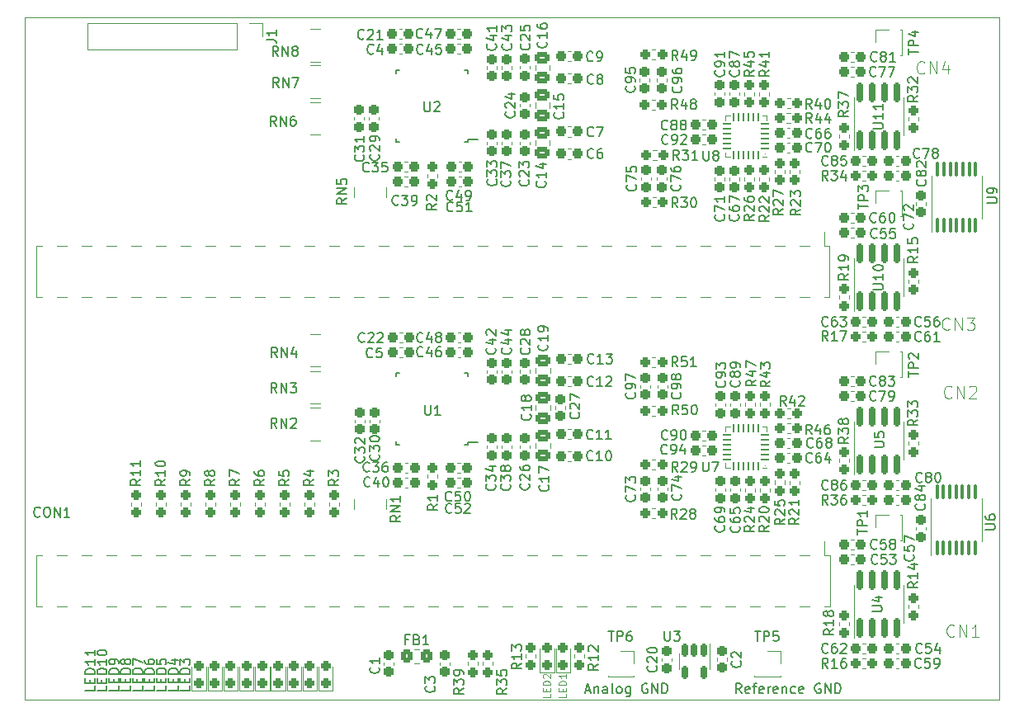
<source format=gto>
G04 #@! TF.GenerationSoftware,KiCad,Pcbnew,(6.0.2)*
G04 #@! TF.CreationDate,2022-03-04T11:28:50+07:00*
G04 #@! TF.ProjectId,zeabus_hydrophone,7a656162-7573-45f6-9879-64726f70686f,3.1.0*
G04 #@! TF.SameCoordinates,Original*
G04 #@! TF.FileFunction,Legend,Top*
G04 #@! TF.FilePolarity,Positive*
%FSLAX46Y46*%
G04 Gerber Fmt 4.6, Leading zero omitted, Abs format (unit mm)*
G04 Created by KiCad (PCBNEW (6.0.2)) date 2022-03-04 11:28:50*
%MOMM*%
%LPD*%
G01*
G04 APERTURE LIST*
G04 Aperture macros list*
%AMRoundRect*
0 Rectangle with rounded corners*
0 $1 Rounding radius*
0 $2 $3 $4 $5 $6 $7 $8 $9 X,Y pos of 4 corners*
0 Add a 4 corners polygon primitive as box body*
4,1,4,$2,$3,$4,$5,$6,$7,$8,$9,$2,$3,0*
0 Add four circle primitives for the rounded corners*
1,1,$1+$1,$2,$3*
1,1,$1+$1,$4,$5*
1,1,$1+$1,$6,$7*
1,1,$1+$1,$8,$9*
0 Add four rect primitives between the rounded corners*
20,1,$1+$1,$2,$3,$4,$5,0*
20,1,$1+$1,$4,$5,$6,$7,0*
20,1,$1+$1,$6,$7,$8,$9,0*
20,1,$1+$1,$8,$9,$2,$3,0*%
G04 Aperture macros list end*
%ADD10C,0.120000*%
G04 #@! TA.AperFunction,Profile*
%ADD11C,0.050000*%
G04 #@! TD*
%ADD12C,0.150000*%
%ADD13C,0.101600*%
%ADD14C,0.125000*%
%ADD15RoundRect,0.237500X0.300000X0.237500X-0.300000X0.237500X-0.300000X-0.237500X0.300000X-0.237500X0*%
%ADD16RoundRect,0.237500X0.237500X-0.300000X0.237500X0.300000X-0.237500X0.300000X-0.237500X-0.300000X0*%
%ADD17RoundRect,0.237500X-0.237500X0.287500X-0.237500X-0.287500X0.237500X-0.287500X0.237500X0.287500X0*%
%ADD18RoundRect,0.237500X-0.287500X-0.237500X0.287500X-0.237500X0.287500X0.237500X-0.287500X0.237500X0*%
%ADD19RoundRect,0.237500X0.237500X-0.287500X0.237500X0.287500X-0.237500X0.287500X-0.237500X-0.287500X0*%
%ADD20RoundRect,0.237500X-0.300000X-0.237500X0.300000X-0.237500X0.300000X0.237500X-0.300000X0.237500X0*%
%ADD21C,1.506220*%
%ADD22R,1.700000X1.700000*%
%ADD23O,1.700000X1.700000*%
%ADD24RoundRect,0.150000X0.150000X-0.825000X0.150000X0.825000X-0.150000X0.825000X-0.150000X-0.825000X0*%
%ADD25R,0.800000X0.500000*%
%ADD26R,0.800000X0.400000*%
%ADD27R,0.500000X0.800000*%
%ADD28R,0.400000X0.800000*%
%ADD29R,1.130000X0.250000*%
%ADD30R,0.250000X1.130000*%
%ADD31RoundRect,0.062500X0.375000X0.062500X-0.375000X0.062500X-0.375000X-0.062500X0.375000X-0.062500X0*%
%ADD32RoundRect,0.062500X0.062500X0.375000X-0.062500X0.375000X-0.062500X-0.375000X0.062500X-0.375000X0*%
%ADD33R,2.500000X2.500000*%
%ADD34RoundRect,0.100000X0.100000X-0.637500X0.100000X0.637500X-0.100000X0.637500X-0.100000X-0.637500X0*%
%ADD35R,1.000000X3.150000*%
%ADD36RoundRect,0.250000X-0.325000X-0.450000X0.325000X-0.450000X0.325000X0.450000X-0.325000X0.450000X0*%
%ADD37RoundRect,0.150000X-0.150000X0.512500X-0.150000X-0.512500X0.150000X-0.512500X0.150000X0.512500X0*%
%ADD38RoundRect,0.237500X-0.237500X0.300000X-0.237500X-0.300000X0.237500X-0.300000X0.237500X0.300000X0*%
%ADD39RoundRect,0.250000X0.475000X-0.337500X0.475000X0.337500X-0.475000X0.337500X-0.475000X-0.337500X0*%
%ADD40C,2.200000*%
G04 APERTURE END LIST*
D10*
X154000001Y-102000000D02*
G75*
G03*
X154000001Y-102000000I-1J0D01*
G01*
X154000001Y-70000000D02*
G75*
G03*
X154000001Y-70000000I-1J0D01*
G01*
X124000001Y-100000000D02*
G75*
G03*
X124000001Y-100000000I-1J0D01*
G01*
X124000001Y-69000000D02*
G75*
G03*
X124000001Y-69000000I-1J0D01*
G01*
D11*
X178000000Y-56000000D02*
X78000000Y-56000000D01*
X78000000Y-126000000D02*
X178000000Y-126000000D01*
X78000000Y-56000000D02*
X78000000Y-126000000D01*
X178000000Y-126000000D02*
X178000000Y-56000000D01*
D12*
X151547885Y-125337180D02*
X151214552Y-124860990D01*
X150976457Y-125337180D02*
X150976457Y-124337180D01*
X151357409Y-124337180D01*
X151452647Y-124384800D01*
X151500266Y-124432419D01*
X151547885Y-124527657D01*
X151547885Y-124670514D01*
X151500266Y-124765752D01*
X151452647Y-124813371D01*
X151357409Y-124860990D01*
X150976457Y-124860990D01*
X152357409Y-125289561D02*
X152262171Y-125337180D01*
X152071695Y-125337180D01*
X151976457Y-125289561D01*
X151928838Y-125194323D01*
X151928838Y-124813371D01*
X151976457Y-124718133D01*
X152071695Y-124670514D01*
X152262171Y-124670514D01*
X152357409Y-124718133D01*
X152405028Y-124813371D01*
X152405028Y-124908609D01*
X151928838Y-125003847D01*
X152690742Y-124670514D02*
X153071695Y-124670514D01*
X152833600Y-125337180D02*
X152833600Y-124480038D01*
X152881219Y-124384800D01*
X152976457Y-124337180D01*
X153071695Y-124337180D01*
X153785980Y-125289561D02*
X153690742Y-125337180D01*
X153500266Y-125337180D01*
X153405028Y-125289561D01*
X153357409Y-125194323D01*
X153357409Y-124813371D01*
X153405028Y-124718133D01*
X153500266Y-124670514D01*
X153690742Y-124670514D01*
X153785980Y-124718133D01*
X153833600Y-124813371D01*
X153833600Y-124908609D01*
X153357409Y-125003847D01*
X154262171Y-125337180D02*
X154262171Y-124670514D01*
X154262171Y-124860990D02*
X154309790Y-124765752D01*
X154357409Y-124718133D01*
X154452647Y-124670514D01*
X154547885Y-124670514D01*
X155262171Y-125289561D02*
X155166933Y-125337180D01*
X154976457Y-125337180D01*
X154881219Y-125289561D01*
X154833600Y-125194323D01*
X154833600Y-124813371D01*
X154881219Y-124718133D01*
X154976457Y-124670514D01*
X155166933Y-124670514D01*
X155262171Y-124718133D01*
X155309790Y-124813371D01*
X155309790Y-124908609D01*
X154833600Y-125003847D01*
X155738361Y-124670514D02*
X155738361Y-125337180D01*
X155738361Y-124765752D02*
X155785980Y-124718133D01*
X155881219Y-124670514D01*
X156024076Y-124670514D01*
X156119314Y-124718133D01*
X156166933Y-124813371D01*
X156166933Y-125337180D01*
X157071695Y-125289561D02*
X156976457Y-125337180D01*
X156785980Y-125337180D01*
X156690742Y-125289561D01*
X156643123Y-125241942D01*
X156595504Y-125146704D01*
X156595504Y-124860990D01*
X156643123Y-124765752D01*
X156690742Y-124718133D01*
X156785980Y-124670514D01*
X156976457Y-124670514D01*
X157071695Y-124718133D01*
X157881219Y-125289561D02*
X157785980Y-125337180D01*
X157595504Y-125337180D01*
X157500266Y-125289561D01*
X157452647Y-125194323D01*
X157452647Y-124813371D01*
X157500266Y-124718133D01*
X157595504Y-124670514D01*
X157785980Y-124670514D01*
X157881219Y-124718133D01*
X157928838Y-124813371D01*
X157928838Y-124908609D01*
X157452647Y-125003847D01*
X159643123Y-124384800D02*
X159547885Y-124337180D01*
X159405028Y-124337180D01*
X159262171Y-124384800D01*
X159166933Y-124480038D01*
X159119314Y-124575276D01*
X159071695Y-124765752D01*
X159071695Y-124908609D01*
X159119314Y-125099085D01*
X159166933Y-125194323D01*
X159262171Y-125289561D01*
X159405028Y-125337180D01*
X159500266Y-125337180D01*
X159643123Y-125289561D01*
X159690742Y-125241942D01*
X159690742Y-124908609D01*
X159500266Y-124908609D01*
X160119314Y-125337180D02*
X160119314Y-124337180D01*
X160690742Y-125337180D01*
X160690742Y-124337180D01*
X161166933Y-125337180D02*
X161166933Y-124337180D01*
X161405028Y-124337180D01*
X161547885Y-124384800D01*
X161643123Y-124480038D01*
X161690742Y-124575276D01*
X161738361Y-124765752D01*
X161738361Y-124908609D01*
X161690742Y-125099085D01*
X161643123Y-125194323D01*
X161547885Y-125289561D01*
X161405028Y-125337180D01*
X161166933Y-125337180D01*
X135558514Y-125051466D02*
X136034704Y-125051466D01*
X135463276Y-125337180D02*
X135796609Y-124337180D01*
X136129942Y-125337180D01*
X136463276Y-124670514D02*
X136463276Y-125337180D01*
X136463276Y-124765752D02*
X136510895Y-124718133D01*
X136606133Y-124670514D01*
X136748990Y-124670514D01*
X136844228Y-124718133D01*
X136891847Y-124813371D01*
X136891847Y-125337180D01*
X137796609Y-125337180D02*
X137796609Y-124813371D01*
X137748990Y-124718133D01*
X137653752Y-124670514D01*
X137463276Y-124670514D01*
X137368038Y-124718133D01*
X137796609Y-125289561D02*
X137701371Y-125337180D01*
X137463276Y-125337180D01*
X137368038Y-125289561D01*
X137320419Y-125194323D01*
X137320419Y-125099085D01*
X137368038Y-125003847D01*
X137463276Y-124956228D01*
X137701371Y-124956228D01*
X137796609Y-124908609D01*
X138415657Y-125337180D02*
X138320419Y-125289561D01*
X138272800Y-125194323D01*
X138272800Y-124337180D01*
X138939466Y-125337180D02*
X138844228Y-125289561D01*
X138796609Y-125241942D01*
X138748990Y-125146704D01*
X138748990Y-124860990D01*
X138796609Y-124765752D01*
X138844228Y-124718133D01*
X138939466Y-124670514D01*
X139082323Y-124670514D01*
X139177561Y-124718133D01*
X139225180Y-124765752D01*
X139272800Y-124860990D01*
X139272800Y-125146704D01*
X139225180Y-125241942D01*
X139177561Y-125289561D01*
X139082323Y-125337180D01*
X138939466Y-125337180D01*
X140129942Y-124670514D02*
X140129942Y-125480038D01*
X140082323Y-125575276D01*
X140034704Y-125622895D01*
X139939466Y-125670514D01*
X139796609Y-125670514D01*
X139701371Y-125622895D01*
X140129942Y-125289561D02*
X140034704Y-125337180D01*
X139844228Y-125337180D01*
X139748990Y-125289561D01*
X139701371Y-125241942D01*
X139653752Y-125146704D01*
X139653752Y-124860990D01*
X139701371Y-124765752D01*
X139748990Y-124718133D01*
X139844228Y-124670514D01*
X140034704Y-124670514D01*
X140129942Y-124718133D01*
X141891847Y-124384800D02*
X141796609Y-124337180D01*
X141653752Y-124337180D01*
X141510895Y-124384800D01*
X141415657Y-124480038D01*
X141368038Y-124575276D01*
X141320419Y-124765752D01*
X141320419Y-124908609D01*
X141368038Y-125099085D01*
X141415657Y-125194323D01*
X141510895Y-125289561D01*
X141653752Y-125337180D01*
X141748990Y-125337180D01*
X141891847Y-125289561D01*
X141939466Y-125241942D01*
X141939466Y-124908609D01*
X141748990Y-124908609D01*
X142368038Y-125337180D02*
X142368038Y-124337180D01*
X142939466Y-125337180D01*
X142939466Y-124337180D01*
X143415657Y-125337180D02*
X143415657Y-124337180D01*
X143653752Y-124337180D01*
X143796609Y-124384800D01*
X143891847Y-124480038D01*
X143939466Y-124575276D01*
X143987085Y-124765752D01*
X143987085Y-124908609D01*
X143939466Y-125099085D01*
X143891847Y-125194323D01*
X143796609Y-125289561D01*
X143653752Y-125337180D01*
X143415657Y-125337180D01*
X121806042Y-105532642D02*
X121758423Y-105580261D01*
X121615566Y-105627880D01*
X121520328Y-105627880D01*
X121377471Y-105580261D01*
X121282233Y-105485023D01*
X121234614Y-105389785D01*
X121186995Y-105199309D01*
X121186995Y-105056452D01*
X121234614Y-104865976D01*
X121282233Y-104770738D01*
X121377471Y-104675500D01*
X121520328Y-104627880D01*
X121615566Y-104627880D01*
X121758423Y-104675500D01*
X121806042Y-104723119D01*
X122710804Y-104627880D02*
X122234614Y-104627880D01*
X122186995Y-105104071D01*
X122234614Y-105056452D01*
X122329852Y-105008833D01*
X122567947Y-105008833D01*
X122663185Y-105056452D01*
X122710804Y-105104071D01*
X122758423Y-105199309D01*
X122758423Y-105437404D01*
X122710804Y-105532642D01*
X122663185Y-105580261D01*
X122567947Y-105627880D01*
X122329852Y-105627880D01*
X122234614Y-105580261D01*
X122186995Y-105532642D01*
X123377471Y-104627880D02*
X123472709Y-104627880D01*
X123567947Y-104675500D01*
X123615566Y-104723119D01*
X123663185Y-104818357D01*
X123710804Y-105008833D01*
X123710804Y-105246928D01*
X123663185Y-105437404D01*
X123615566Y-105532642D01*
X123567947Y-105580261D01*
X123472709Y-105627880D01*
X123377471Y-105627880D01*
X123282233Y-105580261D01*
X123234614Y-105532642D01*
X123186995Y-105437404D01*
X123139376Y-105246928D01*
X123139376Y-105008833D01*
X123186995Y-104818357D01*
X123234614Y-104723119D01*
X123282233Y-104675500D01*
X123377471Y-104627880D01*
X114323542Y-100838857D02*
X114371161Y-100886476D01*
X114418780Y-101029333D01*
X114418780Y-101124571D01*
X114371161Y-101267428D01*
X114275923Y-101362666D01*
X114180685Y-101410285D01*
X113990209Y-101457904D01*
X113847352Y-101457904D01*
X113656876Y-101410285D01*
X113561638Y-101362666D01*
X113466400Y-101267428D01*
X113418780Y-101124571D01*
X113418780Y-101029333D01*
X113466400Y-100886476D01*
X113514019Y-100838857D01*
X113418780Y-100505523D02*
X113418780Y-99886476D01*
X113799733Y-100219809D01*
X113799733Y-100076952D01*
X113847352Y-99981714D01*
X113894971Y-99934095D01*
X113990209Y-99886476D01*
X114228304Y-99886476D01*
X114323542Y-99934095D01*
X114371161Y-99981714D01*
X114418780Y-100076952D01*
X114418780Y-100362666D01*
X114371161Y-100457904D01*
X114323542Y-100505523D01*
X113418780Y-99267428D02*
X113418780Y-99172190D01*
X113466400Y-99076952D01*
X113514019Y-99029333D01*
X113609257Y-98981714D01*
X113799733Y-98934095D01*
X114037828Y-98934095D01*
X114228304Y-98981714D01*
X114323542Y-99029333D01*
X114371161Y-99076952D01*
X114418780Y-99172190D01*
X114418780Y-99267428D01*
X114371161Y-99362666D01*
X114323542Y-99410285D01*
X114228304Y-99457904D01*
X114037828Y-99505523D01*
X113799733Y-99505523D01*
X113609257Y-99457904D01*
X113514019Y-99410285D01*
X113466400Y-99362666D01*
X113418780Y-99267428D01*
X114323542Y-70054057D02*
X114371161Y-70101676D01*
X114418780Y-70244533D01*
X114418780Y-70339771D01*
X114371161Y-70482628D01*
X114275923Y-70577866D01*
X114180685Y-70625485D01*
X113990209Y-70673104D01*
X113847352Y-70673104D01*
X113656876Y-70625485D01*
X113561638Y-70577866D01*
X113466400Y-70482628D01*
X113418780Y-70339771D01*
X113418780Y-70244533D01*
X113466400Y-70101676D01*
X113514019Y-70054057D01*
X113514019Y-69673104D02*
X113466400Y-69625485D01*
X113418780Y-69530247D01*
X113418780Y-69292152D01*
X113466400Y-69196914D01*
X113514019Y-69149295D01*
X113609257Y-69101676D01*
X113704495Y-69101676D01*
X113847352Y-69149295D01*
X114418780Y-69720723D01*
X114418780Y-69101676D01*
X114418780Y-68625485D02*
X114418780Y-68435009D01*
X114371161Y-68339771D01*
X114323542Y-68292152D01*
X114180685Y-68196914D01*
X113990209Y-68149295D01*
X113609257Y-68149295D01*
X113514019Y-68196914D01*
X113466400Y-68244533D01*
X113418780Y-68339771D01*
X113418780Y-68530247D01*
X113466400Y-68625485D01*
X113514019Y-68673104D01*
X113609257Y-68720723D01*
X113847352Y-68720723D01*
X113942590Y-68673104D01*
X113990209Y-68625485D01*
X114037828Y-68530247D01*
X114037828Y-68339771D01*
X113990209Y-68244533D01*
X113942590Y-68196914D01*
X113847352Y-68149295D01*
X129766742Y-89915757D02*
X129814361Y-89963376D01*
X129861980Y-90106233D01*
X129861980Y-90201471D01*
X129814361Y-90344328D01*
X129719123Y-90439566D01*
X129623885Y-90487185D01*
X129433409Y-90534804D01*
X129290552Y-90534804D01*
X129100076Y-90487185D01*
X129004838Y-90439566D01*
X128909600Y-90344328D01*
X128861980Y-90201471D01*
X128861980Y-90106233D01*
X128909600Y-89963376D01*
X128957219Y-89915757D01*
X128957219Y-89534804D02*
X128909600Y-89487185D01*
X128861980Y-89391947D01*
X128861980Y-89153852D01*
X128909600Y-89058614D01*
X128957219Y-89010995D01*
X129052457Y-88963376D01*
X129147695Y-88963376D01*
X129290552Y-89010995D01*
X129861980Y-89582423D01*
X129861980Y-88963376D01*
X129290552Y-88391947D02*
X129242933Y-88487185D01*
X129195314Y-88534804D01*
X129100076Y-88582423D01*
X129052457Y-88582423D01*
X128957219Y-88534804D01*
X128909600Y-88487185D01*
X128861980Y-88391947D01*
X128861980Y-88201471D01*
X128909600Y-88106233D01*
X128957219Y-88058614D01*
X129052457Y-88010995D01*
X129100076Y-88010995D01*
X129195314Y-88058614D01*
X129242933Y-88106233D01*
X129290552Y-88201471D01*
X129290552Y-88391947D01*
X129338171Y-88487185D01*
X129385790Y-88534804D01*
X129481028Y-88582423D01*
X129671504Y-88582423D01*
X129766742Y-88534804D01*
X129814361Y-88487185D01*
X129861980Y-88391947D01*
X129861980Y-88201471D01*
X129814361Y-88106233D01*
X129766742Y-88058614D01*
X129671504Y-88010995D01*
X129481028Y-88010995D01*
X129385790Y-88058614D01*
X129338171Y-88106233D01*
X129290552Y-88201471D01*
X134846742Y-96521957D02*
X134894361Y-96569576D01*
X134941980Y-96712433D01*
X134941980Y-96807671D01*
X134894361Y-96950528D01*
X134799123Y-97045766D01*
X134703885Y-97093385D01*
X134513409Y-97141004D01*
X134370552Y-97141004D01*
X134180076Y-97093385D01*
X134084838Y-97045766D01*
X133989600Y-96950528D01*
X133941980Y-96807671D01*
X133941980Y-96712433D01*
X133989600Y-96569576D01*
X134037219Y-96521957D01*
X134037219Y-96141004D02*
X133989600Y-96093385D01*
X133941980Y-95998147D01*
X133941980Y-95760052D01*
X133989600Y-95664814D01*
X134037219Y-95617195D01*
X134132457Y-95569576D01*
X134227695Y-95569576D01*
X134370552Y-95617195D01*
X134941980Y-96188623D01*
X134941980Y-95569576D01*
X133941980Y-95236242D02*
X133941980Y-94569576D01*
X134941980Y-94998147D01*
X92422380Y-103392857D02*
X91946190Y-103726190D01*
X92422380Y-103964285D02*
X91422380Y-103964285D01*
X91422380Y-103583333D01*
X91470000Y-103488095D01*
X91517619Y-103440476D01*
X91612857Y-103392857D01*
X91755714Y-103392857D01*
X91850952Y-103440476D01*
X91898571Y-103488095D01*
X91946190Y-103583333D01*
X91946190Y-103964285D01*
X92422380Y-102440476D02*
X92422380Y-103011904D01*
X92422380Y-102726190D02*
X91422380Y-102726190D01*
X91565238Y-102821428D01*
X91660476Y-102916666D01*
X91708095Y-103011904D01*
X91422380Y-101821428D02*
X91422380Y-101726190D01*
X91470000Y-101630952D01*
X91517619Y-101583333D01*
X91612857Y-101535714D01*
X91803333Y-101488095D01*
X92041428Y-101488095D01*
X92231904Y-101535714D01*
X92327142Y-101583333D01*
X92374761Y-101630952D01*
X92422380Y-101726190D01*
X92422380Y-101821428D01*
X92374761Y-101916666D01*
X92327142Y-101964285D01*
X92231904Y-102011904D01*
X92041428Y-102059523D01*
X91803333Y-102059523D01*
X91612857Y-102011904D01*
X91517619Y-101964285D01*
X91470000Y-101916666D01*
X91422380Y-101821428D01*
X129715942Y-103834957D02*
X129763561Y-103882576D01*
X129811180Y-104025433D01*
X129811180Y-104120671D01*
X129763561Y-104263528D01*
X129668323Y-104358766D01*
X129573085Y-104406385D01*
X129382609Y-104454004D01*
X129239752Y-104454004D01*
X129049276Y-104406385D01*
X128954038Y-104358766D01*
X128858800Y-104263528D01*
X128811180Y-104120671D01*
X128811180Y-104025433D01*
X128858800Y-103882576D01*
X128906419Y-103834957D01*
X128906419Y-103454004D02*
X128858800Y-103406385D01*
X128811180Y-103311147D01*
X128811180Y-103073052D01*
X128858800Y-102977814D01*
X128906419Y-102930195D01*
X129001657Y-102882576D01*
X129096895Y-102882576D01*
X129239752Y-102930195D01*
X129811180Y-103501623D01*
X129811180Y-102882576D01*
X128811180Y-102025433D02*
X128811180Y-102215909D01*
X128858800Y-102311147D01*
X128906419Y-102358766D01*
X129049276Y-102454004D01*
X129239752Y-102501623D01*
X129620704Y-102501623D01*
X129715942Y-102454004D01*
X129763561Y-102406385D01*
X129811180Y-102311147D01*
X129811180Y-102120671D01*
X129763561Y-102025433D01*
X129715942Y-101977814D01*
X129620704Y-101930195D01*
X129382609Y-101930195D01*
X129287371Y-101977814D01*
X129239752Y-102025433D01*
X129192133Y-102120671D01*
X129192133Y-102311147D01*
X129239752Y-102406385D01*
X129287371Y-102454004D01*
X129382609Y-102501623D01*
X129766742Y-58696357D02*
X129814361Y-58743976D01*
X129861980Y-58886833D01*
X129861980Y-58982071D01*
X129814361Y-59124928D01*
X129719123Y-59220166D01*
X129623885Y-59267785D01*
X129433409Y-59315404D01*
X129290552Y-59315404D01*
X129100076Y-59267785D01*
X129004838Y-59220166D01*
X128909600Y-59124928D01*
X128861980Y-58982071D01*
X128861980Y-58886833D01*
X128909600Y-58743976D01*
X128957219Y-58696357D01*
X128957219Y-58315404D02*
X128909600Y-58267785D01*
X128861980Y-58172547D01*
X128861980Y-57934452D01*
X128909600Y-57839214D01*
X128957219Y-57791595D01*
X129052457Y-57743976D01*
X129147695Y-57743976D01*
X129290552Y-57791595D01*
X129861980Y-58363023D01*
X129861980Y-57743976D01*
X128861980Y-56839214D02*
X128861980Y-57315404D01*
X129338171Y-57363023D01*
X129290552Y-57315404D01*
X129242933Y-57220166D01*
X129242933Y-56982071D01*
X129290552Y-56886833D01*
X129338171Y-56839214D01*
X129433409Y-56791595D01*
X129671504Y-56791595D01*
X129766742Y-56839214D01*
X129814361Y-56886833D01*
X129861980Y-56982071D01*
X129861980Y-57220166D01*
X129814361Y-57315404D01*
X129766742Y-57363023D01*
X94962380Y-103410666D02*
X94486190Y-103744000D01*
X94962380Y-103982095D02*
X93962380Y-103982095D01*
X93962380Y-103601142D01*
X94010000Y-103505904D01*
X94057619Y-103458285D01*
X94152857Y-103410666D01*
X94295714Y-103410666D01*
X94390952Y-103458285D01*
X94438571Y-103505904D01*
X94486190Y-103601142D01*
X94486190Y-103982095D01*
X94962380Y-102934476D02*
X94962380Y-102744000D01*
X94914761Y-102648761D01*
X94867142Y-102601142D01*
X94724285Y-102505904D01*
X94533809Y-102458285D01*
X94152857Y-102458285D01*
X94057619Y-102505904D01*
X94010000Y-102553523D01*
X93962380Y-102648761D01*
X93962380Y-102839238D01*
X94010000Y-102934476D01*
X94057619Y-102982095D01*
X94152857Y-103029714D01*
X94390952Y-103029714D01*
X94486190Y-102982095D01*
X94533809Y-102934476D01*
X94581428Y-102839238D01*
X94581428Y-102648761D01*
X94533809Y-102553523D01*
X94486190Y-102505904D01*
X94390952Y-102458285D01*
X97502380Y-103410666D02*
X97026190Y-103744000D01*
X97502380Y-103982095D02*
X96502380Y-103982095D01*
X96502380Y-103601142D01*
X96550000Y-103505904D01*
X96597619Y-103458285D01*
X96692857Y-103410666D01*
X96835714Y-103410666D01*
X96930952Y-103458285D01*
X96978571Y-103505904D01*
X97026190Y-103601142D01*
X97026190Y-103982095D01*
X96930952Y-102839238D02*
X96883333Y-102934476D01*
X96835714Y-102982095D01*
X96740476Y-103029714D01*
X96692857Y-103029714D01*
X96597619Y-102982095D01*
X96550000Y-102934476D01*
X96502380Y-102839238D01*
X96502380Y-102648761D01*
X96550000Y-102553523D01*
X96597619Y-102505904D01*
X96692857Y-102458285D01*
X96740476Y-102458285D01*
X96835714Y-102505904D01*
X96883333Y-102553523D01*
X96930952Y-102648761D01*
X96930952Y-102839238D01*
X96978571Y-102934476D01*
X97026190Y-102982095D01*
X97121428Y-103029714D01*
X97311904Y-103029714D01*
X97407142Y-102982095D01*
X97454761Y-102934476D01*
X97502380Y-102839238D01*
X97502380Y-102648761D01*
X97454761Y-102553523D01*
X97407142Y-102505904D01*
X97311904Y-102458285D01*
X97121428Y-102458285D01*
X97026190Y-102505904D01*
X96978571Y-102553523D01*
X96930952Y-102648761D01*
X100042380Y-103410666D02*
X99566190Y-103744000D01*
X100042380Y-103982095D02*
X99042380Y-103982095D01*
X99042380Y-103601142D01*
X99090000Y-103505904D01*
X99137619Y-103458285D01*
X99232857Y-103410666D01*
X99375714Y-103410666D01*
X99470952Y-103458285D01*
X99518571Y-103505904D01*
X99566190Y-103601142D01*
X99566190Y-103982095D01*
X99042380Y-103077333D02*
X99042380Y-102410666D01*
X100042380Y-102839238D01*
X158749042Y-98768780D02*
X158415709Y-98292590D01*
X158177614Y-98768780D02*
X158177614Y-97768780D01*
X158558566Y-97768780D01*
X158653804Y-97816400D01*
X158701423Y-97864019D01*
X158749042Y-97959257D01*
X158749042Y-98102114D01*
X158701423Y-98197352D01*
X158653804Y-98244971D01*
X158558566Y-98292590D01*
X158177614Y-98292590D01*
X159606185Y-98102114D02*
X159606185Y-98768780D01*
X159368090Y-97721161D02*
X159129995Y-98435447D01*
X159749042Y-98435447D01*
X160558566Y-97768780D02*
X160368090Y-97768780D01*
X160272852Y-97816400D01*
X160225233Y-97864019D01*
X160129995Y-98006876D01*
X160082376Y-98197352D01*
X160082376Y-98578304D01*
X160129995Y-98673542D01*
X160177614Y-98721161D01*
X160272852Y-98768780D01*
X160463328Y-98768780D01*
X160558566Y-98721161D01*
X160606185Y-98673542D01*
X160653804Y-98578304D01*
X160653804Y-98340209D01*
X160606185Y-98244971D01*
X160558566Y-98197352D01*
X160463328Y-98149733D01*
X160272852Y-98149733D01*
X160177614Y-98197352D01*
X160129995Y-98244971D01*
X160082376Y-98340209D01*
X152823580Y-61416057D02*
X152347390Y-61749390D01*
X152823580Y-61987485D02*
X151823580Y-61987485D01*
X151823580Y-61606533D01*
X151871200Y-61511295D01*
X151918819Y-61463676D01*
X152014057Y-61416057D01*
X152156914Y-61416057D01*
X152252152Y-61463676D01*
X152299771Y-61511295D01*
X152347390Y-61606533D01*
X152347390Y-61987485D01*
X152156914Y-60558914D02*
X152823580Y-60558914D01*
X151775961Y-60797009D02*
X152490247Y-61035104D01*
X152490247Y-60416057D01*
X151823580Y-59558914D02*
X151823580Y-60035104D01*
X152299771Y-60082723D01*
X152252152Y-60035104D01*
X152204533Y-59939866D01*
X152204533Y-59701771D01*
X152252152Y-59606533D01*
X152299771Y-59558914D01*
X152395009Y-59511295D01*
X152633104Y-59511295D01*
X152728342Y-59558914D01*
X152775961Y-59606533D01*
X152823580Y-59701771D01*
X152823580Y-59939866D01*
X152775961Y-60035104D01*
X152728342Y-60082723D01*
X158789542Y-66814780D02*
X158456209Y-66338590D01*
X158218114Y-66814780D02*
X158218114Y-65814780D01*
X158599066Y-65814780D01*
X158694304Y-65862400D01*
X158741923Y-65910019D01*
X158789542Y-66005257D01*
X158789542Y-66148114D01*
X158741923Y-66243352D01*
X158694304Y-66290971D01*
X158599066Y-66338590D01*
X158218114Y-66338590D01*
X159646685Y-66148114D02*
X159646685Y-66814780D01*
X159408590Y-65767161D02*
X159170495Y-66481447D01*
X159789542Y-66481447D01*
X160599066Y-66148114D02*
X160599066Y-66814780D01*
X160360971Y-65767161D02*
X160122876Y-66481447D01*
X160741923Y-66481447D01*
X156119942Y-95822380D02*
X155786609Y-95346190D01*
X155548514Y-95822380D02*
X155548514Y-94822380D01*
X155929466Y-94822380D01*
X156024704Y-94870000D01*
X156072323Y-94917619D01*
X156119942Y-95012857D01*
X156119942Y-95155714D01*
X156072323Y-95250952D01*
X156024704Y-95298571D01*
X155929466Y-95346190D01*
X155548514Y-95346190D01*
X156977085Y-95155714D02*
X156977085Y-95822380D01*
X156738990Y-94774761D02*
X156500895Y-95489047D01*
X157119942Y-95489047D01*
X157453276Y-94917619D02*
X157500895Y-94870000D01*
X157596133Y-94822380D01*
X157834228Y-94822380D01*
X157929466Y-94870000D01*
X157977085Y-94917619D01*
X158024704Y-95012857D01*
X158024704Y-95108095D01*
X157977085Y-95250952D01*
X157405657Y-95822380D01*
X158024704Y-95822380D01*
X154398380Y-61418057D02*
X153922190Y-61751390D01*
X154398380Y-61989485D02*
X153398380Y-61989485D01*
X153398380Y-61608533D01*
X153446000Y-61513295D01*
X153493619Y-61465676D01*
X153588857Y-61418057D01*
X153731714Y-61418057D01*
X153826952Y-61465676D01*
X153874571Y-61513295D01*
X153922190Y-61608533D01*
X153922190Y-61989485D01*
X153731714Y-60560914D02*
X154398380Y-60560914D01*
X153350761Y-60799009D02*
X154065047Y-61037104D01*
X154065047Y-60418057D01*
X154398380Y-59513295D02*
X154398380Y-60084723D01*
X154398380Y-59799009D02*
X153398380Y-59799009D01*
X153541238Y-59894247D01*
X153636476Y-59989485D01*
X153684095Y-60084723D01*
X158778142Y-65342380D02*
X158444809Y-64866190D01*
X158206714Y-65342380D02*
X158206714Y-64342380D01*
X158587666Y-64342380D01*
X158682904Y-64390000D01*
X158730523Y-64437619D01*
X158778142Y-64532857D01*
X158778142Y-64675714D01*
X158730523Y-64770952D01*
X158682904Y-64818571D01*
X158587666Y-64866190D01*
X158206714Y-64866190D01*
X159635285Y-64675714D02*
X159635285Y-65342380D01*
X159397190Y-64294761D02*
X159159095Y-65009047D01*
X159778142Y-65009047D01*
X160349571Y-64342380D02*
X160444809Y-64342380D01*
X160540047Y-64390000D01*
X160587666Y-64437619D01*
X160635285Y-64532857D01*
X160682904Y-64723333D01*
X160682904Y-64961428D01*
X160635285Y-65151904D01*
X160587666Y-65247142D01*
X160540047Y-65294761D01*
X160444809Y-65342380D01*
X160349571Y-65342380D01*
X160254333Y-65294761D01*
X160206714Y-65247142D01*
X160159095Y-65151904D01*
X160111476Y-64961428D01*
X160111476Y-64723333D01*
X160159095Y-64532857D01*
X160206714Y-64437619D01*
X160254333Y-64390000D01*
X160349571Y-64342380D01*
X123029380Y-124841857D02*
X122553190Y-125175190D01*
X123029380Y-125413285D02*
X122029380Y-125413285D01*
X122029380Y-125032333D01*
X122077000Y-124937095D01*
X122124619Y-124889476D01*
X122219857Y-124841857D01*
X122362714Y-124841857D01*
X122457952Y-124889476D01*
X122505571Y-124937095D01*
X122553190Y-125032333D01*
X122553190Y-125413285D01*
X122029380Y-124508523D02*
X122029380Y-123889476D01*
X122410333Y-124222809D01*
X122410333Y-124079952D01*
X122457952Y-123984714D01*
X122505571Y-123937095D01*
X122600809Y-123889476D01*
X122838904Y-123889476D01*
X122934142Y-123937095D01*
X122981761Y-123984714D01*
X123029380Y-124079952D01*
X123029380Y-124365666D01*
X122981761Y-124460904D01*
X122934142Y-124508523D01*
X123029380Y-123413285D02*
X123029380Y-123222809D01*
X122981761Y-123127571D01*
X122934142Y-123079952D01*
X122791285Y-122984714D01*
X122600809Y-122937095D01*
X122219857Y-122937095D01*
X122124619Y-122984714D01*
X122077000Y-123032333D01*
X122029380Y-123127571D01*
X122029380Y-123318047D01*
X122077000Y-123413285D01*
X122124619Y-123460904D01*
X122219857Y-123508523D01*
X122457952Y-123508523D01*
X122553190Y-123460904D01*
X122600809Y-123413285D01*
X122648428Y-123318047D01*
X122648428Y-123127571D01*
X122600809Y-123032333D01*
X122553190Y-122984714D01*
X122457952Y-122937095D01*
X162526380Y-99060857D02*
X162050190Y-99394190D01*
X162526380Y-99632285D02*
X161526380Y-99632285D01*
X161526380Y-99251333D01*
X161574000Y-99156095D01*
X161621619Y-99108476D01*
X161716857Y-99060857D01*
X161859714Y-99060857D01*
X161954952Y-99108476D01*
X162002571Y-99156095D01*
X162050190Y-99251333D01*
X162050190Y-99632285D01*
X161526380Y-98727523D02*
X161526380Y-98108476D01*
X161907333Y-98441809D01*
X161907333Y-98298952D01*
X161954952Y-98203714D01*
X162002571Y-98156095D01*
X162097809Y-98108476D01*
X162335904Y-98108476D01*
X162431142Y-98156095D01*
X162478761Y-98203714D01*
X162526380Y-98298952D01*
X162526380Y-98584666D01*
X162478761Y-98679904D01*
X162431142Y-98727523D01*
X161954952Y-97537047D02*
X161907333Y-97632285D01*
X161859714Y-97679904D01*
X161764476Y-97727523D01*
X161716857Y-97727523D01*
X161621619Y-97679904D01*
X161574000Y-97632285D01*
X161526380Y-97537047D01*
X161526380Y-97346571D01*
X161574000Y-97251333D01*
X161621619Y-97203714D01*
X161716857Y-97156095D01*
X161764476Y-97156095D01*
X161859714Y-97203714D01*
X161907333Y-97251333D01*
X161954952Y-97346571D01*
X161954952Y-97537047D01*
X162002571Y-97632285D01*
X162050190Y-97679904D01*
X162145428Y-97727523D01*
X162335904Y-97727523D01*
X162431142Y-97679904D01*
X162478761Y-97632285D01*
X162526380Y-97537047D01*
X162526380Y-97346571D01*
X162478761Y-97251333D01*
X162431142Y-97203714D01*
X162335904Y-97156095D01*
X162145428Y-97156095D01*
X162050190Y-97203714D01*
X162002571Y-97251333D01*
X161954952Y-97346571D01*
X162501380Y-65584857D02*
X162025190Y-65918190D01*
X162501380Y-66156285D02*
X161501380Y-66156285D01*
X161501380Y-65775333D01*
X161549000Y-65680095D01*
X161596619Y-65632476D01*
X161691857Y-65584857D01*
X161834714Y-65584857D01*
X161929952Y-65632476D01*
X161977571Y-65680095D01*
X162025190Y-65775333D01*
X162025190Y-66156285D01*
X161501380Y-65251523D02*
X161501380Y-64632476D01*
X161882333Y-64965809D01*
X161882333Y-64822952D01*
X161929952Y-64727714D01*
X161977571Y-64680095D01*
X162072809Y-64632476D01*
X162310904Y-64632476D01*
X162406142Y-64680095D01*
X162453761Y-64727714D01*
X162501380Y-64822952D01*
X162501380Y-65108666D01*
X162453761Y-65203904D01*
X162406142Y-65251523D01*
X161501380Y-64299142D02*
X161501380Y-63632476D01*
X162501380Y-64061047D01*
X160415142Y-105982380D02*
X160081809Y-105506190D01*
X159843714Y-105982380D02*
X159843714Y-104982380D01*
X160224666Y-104982380D01*
X160319904Y-105030000D01*
X160367523Y-105077619D01*
X160415142Y-105172857D01*
X160415142Y-105315714D01*
X160367523Y-105410952D01*
X160319904Y-105458571D01*
X160224666Y-105506190D01*
X159843714Y-105506190D01*
X160748476Y-104982380D02*
X161367523Y-104982380D01*
X161034190Y-105363333D01*
X161177047Y-105363333D01*
X161272285Y-105410952D01*
X161319904Y-105458571D01*
X161367523Y-105553809D01*
X161367523Y-105791904D01*
X161319904Y-105887142D01*
X161272285Y-105934761D01*
X161177047Y-105982380D01*
X160891333Y-105982380D01*
X160796095Y-105934761D01*
X160748476Y-105887142D01*
X162224666Y-104982380D02*
X162034190Y-104982380D01*
X161938952Y-105030000D01*
X161891333Y-105077619D01*
X161796095Y-105220476D01*
X161748476Y-105410952D01*
X161748476Y-105791904D01*
X161796095Y-105887142D01*
X161843714Y-105934761D01*
X161938952Y-105982380D01*
X162129428Y-105982380D01*
X162224666Y-105934761D01*
X162272285Y-105887142D01*
X162319904Y-105791904D01*
X162319904Y-105553809D01*
X162272285Y-105458571D01*
X162224666Y-105410952D01*
X162129428Y-105363333D01*
X161938952Y-105363333D01*
X161843714Y-105410952D01*
X161796095Y-105458571D01*
X161748476Y-105553809D01*
X127474380Y-124841857D02*
X126998190Y-125175190D01*
X127474380Y-125413285D02*
X126474380Y-125413285D01*
X126474380Y-125032333D01*
X126522000Y-124937095D01*
X126569619Y-124889476D01*
X126664857Y-124841857D01*
X126807714Y-124841857D01*
X126902952Y-124889476D01*
X126950571Y-124937095D01*
X126998190Y-125032333D01*
X126998190Y-125413285D01*
X126474380Y-124508523D02*
X126474380Y-123889476D01*
X126855333Y-124222809D01*
X126855333Y-124079952D01*
X126902952Y-123984714D01*
X126950571Y-123937095D01*
X127045809Y-123889476D01*
X127283904Y-123889476D01*
X127379142Y-123937095D01*
X127426761Y-123984714D01*
X127474380Y-124079952D01*
X127474380Y-124365666D01*
X127426761Y-124460904D01*
X127379142Y-124508523D01*
X126474380Y-122984714D02*
X126474380Y-123460904D01*
X126950571Y-123508523D01*
X126902952Y-123460904D01*
X126855333Y-123365666D01*
X126855333Y-123127571D01*
X126902952Y-123032333D01*
X126950571Y-122984714D01*
X127045809Y-122937095D01*
X127283904Y-122937095D01*
X127379142Y-122984714D01*
X127426761Y-123032333D01*
X127474380Y-123127571D01*
X127474380Y-123365666D01*
X127426761Y-123460904D01*
X127379142Y-123508523D01*
X169638380Y-97255857D02*
X169162190Y-97589190D01*
X169638380Y-97827285D02*
X168638380Y-97827285D01*
X168638380Y-97446333D01*
X168686000Y-97351095D01*
X168733619Y-97303476D01*
X168828857Y-97255857D01*
X168971714Y-97255857D01*
X169066952Y-97303476D01*
X169114571Y-97351095D01*
X169162190Y-97446333D01*
X169162190Y-97827285D01*
X168638380Y-96922523D02*
X168638380Y-96303476D01*
X169019333Y-96636809D01*
X169019333Y-96493952D01*
X169066952Y-96398714D01*
X169114571Y-96351095D01*
X169209809Y-96303476D01*
X169447904Y-96303476D01*
X169543142Y-96351095D01*
X169590761Y-96398714D01*
X169638380Y-96493952D01*
X169638380Y-96779666D01*
X169590761Y-96874904D01*
X169543142Y-96922523D01*
X168638380Y-95970142D02*
X168638380Y-95351095D01*
X169019333Y-95684428D01*
X169019333Y-95541571D01*
X169066952Y-95446333D01*
X169114571Y-95398714D01*
X169209809Y-95351095D01*
X169447904Y-95351095D01*
X169543142Y-95398714D01*
X169590761Y-95446333D01*
X169638380Y-95541571D01*
X169638380Y-95827285D01*
X169590761Y-95922523D01*
X169543142Y-95970142D01*
X169638380Y-64008857D02*
X169162190Y-64342190D01*
X169638380Y-64580285D02*
X168638380Y-64580285D01*
X168638380Y-64199333D01*
X168686000Y-64104095D01*
X168733619Y-64056476D01*
X168828857Y-64008857D01*
X168971714Y-64008857D01*
X169066952Y-64056476D01*
X169114571Y-64104095D01*
X169162190Y-64199333D01*
X169162190Y-64580285D01*
X168638380Y-63675523D02*
X168638380Y-63056476D01*
X169019333Y-63389809D01*
X169019333Y-63246952D01*
X169066952Y-63151714D01*
X169114571Y-63104095D01*
X169209809Y-63056476D01*
X169447904Y-63056476D01*
X169543142Y-63104095D01*
X169590761Y-63151714D01*
X169638380Y-63246952D01*
X169638380Y-63532666D01*
X169590761Y-63627904D01*
X169543142Y-63675523D01*
X168733619Y-62675523D02*
X168686000Y-62627904D01*
X168638380Y-62532666D01*
X168638380Y-62294571D01*
X168686000Y-62199333D01*
X168733619Y-62151714D01*
X168828857Y-62104095D01*
X168924095Y-62104095D01*
X169066952Y-62151714D01*
X169638380Y-62723142D01*
X169638380Y-62104095D01*
X145152342Y-70600180D02*
X144819009Y-70123990D01*
X144580914Y-70600180D02*
X144580914Y-69600180D01*
X144961866Y-69600180D01*
X145057104Y-69647800D01*
X145104723Y-69695419D01*
X145152342Y-69790657D01*
X145152342Y-69933514D01*
X145104723Y-70028752D01*
X145057104Y-70076371D01*
X144961866Y-70123990D01*
X144580914Y-70123990D01*
X145485676Y-69600180D02*
X146104723Y-69600180D01*
X145771390Y-69981133D01*
X145914247Y-69981133D01*
X146009485Y-70028752D01*
X146057104Y-70076371D01*
X146104723Y-70171609D01*
X146104723Y-70409704D01*
X146057104Y-70504942D01*
X146009485Y-70552561D01*
X145914247Y-70600180D01*
X145628533Y-70600180D01*
X145533295Y-70552561D01*
X145485676Y-70504942D01*
X147057104Y-70600180D02*
X146485676Y-70600180D01*
X146771390Y-70600180D02*
X146771390Y-69600180D01*
X146676152Y-69743038D01*
X146580914Y-69838276D01*
X146485676Y-69885895D01*
X145011342Y-75476980D02*
X144678009Y-75000790D01*
X144439914Y-75476980D02*
X144439914Y-74476980D01*
X144820866Y-74476980D01*
X144916104Y-74524600D01*
X144963723Y-74572219D01*
X145011342Y-74667457D01*
X145011342Y-74810314D01*
X144963723Y-74905552D01*
X144916104Y-74953171D01*
X144820866Y-75000790D01*
X144439914Y-75000790D01*
X145344676Y-74476980D02*
X145963723Y-74476980D01*
X145630390Y-74857933D01*
X145773247Y-74857933D01*
X145868485Y-74905552D01*
X145916104Y-74953171D01*
X145963723Y-75048409D01*
X145963723Y-75286504D01*
X145916104Y-75381742D01*
X145868485Y-75429361D01*
X145773247Y-75476980D01*
X145487533Y-75476980D01*
X145392295Y-75429361D01*
X145344676Y-75381742D01*
X146582771Y-74476980D02*
X146678009Y-74476980D01*
X146773247Y-74524600D01*
X146820866Y-74572219D01*
X146868485Y-74667457D01*
X146916104Y-74857933D01*
X146916104Y-75096028D01*
X146868485Y-75286504D01*
X146820866Y-75381742D01*
X146773247Y-75429361D01*
X146678009Y-75476980D01*
X146582771Y-75476980D01*
X146487533Y-75429361D01*
X146439914Y-75381742D01*
X146392295Y-75286504D01*
X146344676Y-75096028D01*
X146344676Y-74857933D01*
X146392295Y-74667457D01*
X146439914Y-74572219D01*
X146487533Y-74524600D01*
X146582771Y-74476980D01*
X144938642Y-107427480D02*
X144605309Y-106951290D01*
X144367214Y-107427480D02*
X144367214Y-106427480D01*
X144748166Y-106427480D01*
X144843404Y-106475100D01*
X144891023Y-106522719D01*
X144938642Y-106617957D01*
X144938642Y-106760814D01*
X144891023Y-106856052D01*
X144843404Y-106903671D01*
X144748166Y-106951290D01*
X144367214Y-106951290D01*
X145319595Y-106522719D02*
X145367214Y-106475100D01*
X145462452Y-106427480D01*
X145700547Y-106427480D01*
X145795785Y-106475100D01*
X145843404Y-106522719D01*
X145891023Y-106617957D01*
X145891023Y-106713195D01*
X145843404Y-106856052D01*
X145271976Y-107427480D01*
X145891023Y-107427480D01*
X146462452Y-106856052D02*
X146367214Y-106808433D01*
X146319595Y-106760814D01*
X146271976Y-106665576D01*
X146271976Y-106617957D01*
X146319595Y-106522719D01*
X146367214Y-106475100D01*
X146462452Y-106427480D01*
X146652928Y-106427480D01*
X146748166Y-106475100D01*
X146795785Y-106522719D01*
X146843404Y-106617957D01*
X146843404Y-106665576D01*
X146795785Y-106760814D01*
X146748166Y-106808433D01*
X146652928Y-106856052D01*
X146462452Y-106856052D01*
X146367214Y-106903671D01*
X146319595Y-106951290D01*
X146271976Y-107046528D01*
X146271976Y-107237004D01*
X146319595Y-107332242D01*
X146367214Y-107379861D01*
X146462452Y-107427480D01*
X146652928Y-107427480D01*
X146748166Y-107379861D01*
X146795785Y-107332242D01*
X146843404Y-107237004D01*
X146843404Y-107046528D01*
X146795785Y-106951290D01*
X146748166Y-106903671D01*
X146652928Y-106856052D01*
X155822380Y-75628057D02*
X155346190Y-75961390D01*
X155822380Y-76199485D02*
X154822380Y-76199485D01*
X154822380Y-75818533D01*
X154870000Y-75723295D01*
X154917619Y-75675676D01*
X155012857Y-75628057D01*
X155155714Y-75628057D01*
X155250952Y-75675676D01*
X155298571Y-75723295D01*
X155346190Y-75818533D01*
X155346190Y-76199485D01*
X154917619Y-75247104D02*
X154870000Y-75199485D01*
X154822380Y-75104247D01*
X154822380Y-74866152D01*
X154870000Y-74770914D01*
X154917619Y-74723295D01*
X155012857Y-74675676D01*
X155108095Y-74675676D01*
X155250952Y-74723295D01*
X155822380Y-75294723D01*
X155822380Y-74675676D01*
X154822380Y-74342342D02*
X154822380Y-73675676D01*
X155822380Y-74104247D01*
X152823580Y-76251657D02*
X152347390Y-76584990D01*
X152823580Y-76823085D02*
X151823580Y-76823085D01*
X151823580Y-76442133D01*
X151871200Y-76346895D01*
X151918819Y-76299276D01*
X152014057Y-76251657D01*
X152156914Y-76251657D01*
X152252152Y-76299276D01*
X152299771Y-76346895D01*
X152347390Y-76442133D01*
X152347390Y-76823085D01*
X151918819Y-75870704D02*
X151871200Y-75823085D01*
X151823580Y-75727847D01*
X151823580Y-75489752D01*
X151871200Y-75394514D01*
X151918819Y-75346895D01*
X152014057Y-75299276D01*
X152109295Y-75299276D01*
X152252152Y-75346895D01*
X152823580Y-75918323D01*
X152823580Y-75299276D01*
X151823580Y-74442133D02*
X151823580Y-74632609D01*
X151871200Y-74727847D01*
X151918819Y-74775466D01*
X152061676Y-74870704D01*
X152252152Y-74918323D01*
X152633104Y-74918323D01*
X152728342Y-74870704D01*
X152775961Y-74823085D01*
X152823580Y-74727847D01*
X152823580Y-74537371D01*
X152775961Y-74442133D01*
X152728342Y-74394514D01*
X152633104Y-74346895D01*
X152395009Y-74346895D01*
X152299771Y-74394514D01*
X152252152Y-74442133D01*
X152204533Y-74537371D01*
X152204533Y-74727847D01*
X152252152Y-74823085D01*
X152299771Y-74870704D01*
X152395009Y-74918323D01*
X154348380Y-108131057D02*
X153872190Y-108464390D01*
X154348380Y-108702485D02*
X153348380Y-108702485D01*
X153348380Y-108321533D01*
X153396000Y-108226295D01*
X153443619Y-108178676D01*
X153538857Y-108131057D01*
X153681714Y-108131057D01*
X153776952Y-108178676D01*
X153824571Y-108226295D01*
X153872190Y-108321533D01*
X153872190Y-108702485D01*
X153443619Y-107750104D02*
X153396000Y-107702485D01*
X153348380Y-107607247D01*
X153348380Y-107369152D01*
X153396000Y-107273914D01*
X153443619Y-107226295D01*
X153538857Y-107178676D01*
X153634095Y-107178676D01*
X153776952Y-107226295D01*
X154348380Y-107797723D01*
X154348380Y-107178676D01*
X153348380Y-106559628D02*
X153348380Y-106464390D01*
X153396000Y-106369152D01*
X153443619Y-106321533D01*
X153538857Y-106273914D01*
X153729333Y-106226295D01*
X153967428Y-106226295D01*
X154157904Y-106273914D01*
X154253142Y-106321533D01*
X154300761Y-106369152D01*
X154348380Y-106464390D01*
X154348380Y-106559628D01*
X154300761Y-106654866D01*
X154253142Y-106702485D01*
X154157904Y-106750104D01*
X153967428Y-106797723D01*
X153729333Y-106797723D01*
X153538857Y-106750104D01*
X153443619Y-106702485D01*
X153396000Y-106654866D01*
X153348380Y-106559628D01*
X152874380Y-108142657D02*
X152398190Y-108475990D01*
X152874380Y-108714085D02*
X151874380Y-108714085D01*
X151874380Y-108333133D01*
X151922000Y-108237895D01*
X151969619Y-108190276D01*
X152064857Y-108142657D01*
X152207714Y-108142657D01*
X152302952Y-108190276D01*
X152350571Y-108237895D01*
X152398190Y-108333133D01*
X152398190Y-108714085D01*
X151969619Y-107761704D02*
X151922000Y-107714085D01*
X151874380Y-107618847D01*
X151874380Y-107380752D01*
X151922000Y-107285514D01*
X151969619Y-107237895D01*
X152064857Y-107190276D01*
X152160095Y-107190276D01*
X152302952Y-107237895D01*
X152874380Y-107809323D01*
X152874380Y-107190276D01*
X152207714Y-106333133D02*
X152874380Y-106333133D01*
X151826761Y-106571228D02*
X152541047Y-106809323D01*
X152541047Y-106190276D01*
X162526380Y-82296857D02*
X162050190Y-82630190D01*
X162526380Y-82868285D02*
X161526380Y-82868285D01*
X161526380Y-82487333D01*
X161574000Y-82392095D01*
X161621619Y-82344476D01*
X161716857Y-82296857D01*
X161859714Y-82296857D01*
X161954952Y-82344476D01*
X162002571Y-82392095D01*
X162050190Y-82487333D01*
X162050190Y-82868285D01*
X162526380Y-81344476D02*
X162526380Y-81915904D01*
X162526380Y-81630190D02*
X161526380Y-81630190D01*
X161669238Y-81725428D01*
X161764476Y-81820666D01*
X161812095Y-81915904D01*
X162526380Y-80868285D02*
X162526380Y-80677809D01*
X162478761Y-80582571D01*
X162431142Y-80534952D01*
X162288285Y-80439714D01*
X162097809Y-80392095D01*
X161716857Y-80392095D01*
X161621619Y-80439714D01*
X161574000Y-80487333D01*
X161526380Y-80582571D01*
X161526380Y-80773047D01*
X161574000Y-80868285D01*
X161621619Y-80915904D01*
X161716857Y-80963523D01*
X161954952Y-80963523D01*
X162050190Y-80915904D01*
X162097809Y-80868285D01*
X162145428Y-80773047D01*
X162145428Y-80582571D01*
X162097809Y-80487333D01*
X162050190Y-80439714D01*
X161954952Y-80392095D01*
X161002380Y-118759857D02*
X160526190Y-119093190D01*
X161002380Y-119331285D02*
X160002380Y-119331285D01*
X160002380Y-118950333D01*
X160050000Y-118855095D01*
X160097619Y-118807476D01*
X160192857Y-118759857D01*
X160335714Y-118759857D01*
X160430952Y-118807476D01*
X160478571Y-118855095D01*
X160526190Y-118950333D01*
X160526190Y-119331285D01*
X161002380Y-117807476D02*
X161002380Y-118378904D01*
X161002380Y-118093190D02*
X160002380Y-118093190D01*
X160145238Y-118188428D01*
X160240476Y-118283666D01*
X160288095Y-118378904D01*
X160430952Y-117236047D02*
X160383333Y-117331285D01*
X160335714Y-117378904D01*
X160240476Y-117426523D01*
X160192857Y-117426523D01*
X160097619Y-117378904D01*
X160050000Y-117331285D01*
X160002380Y-117236047D01*
X160002380Y-117045571D01*
X160050000Y-116950333D01*
X160097619Y-116902714D01*
X160192857Y-116855095D01*
X160240476Y-116855095D01*
X160335714Y-116902714D01*
X160383333Y-116950333D01*
X160430952Y-117045571D01*
X160430952Y-117236047D01*
X160478571Y-117331285D01*
X160526190Y-117378904D01*
X160621428Y-117426523D01*
X160811904Y-117426523D01*
X160907142Y-117378904D01*
X160954761Y-117331285D01*
X161002380Y-117236047D01*
X161002380Y-117045571D01*
X160954761Y-116950333D01*
X160907142Y-116902714D01*
X160811904Y-116855095D01*
X160621428Y-116855095D01*
X160526190Y-116902714D01*
X160478571Y-116950333D01*
X160430952Y-117045571D01*
X160415142Y-89168380D02*
X160081809Y-88692190D01*
X159843714Y-89168380D02*
X159843714Y-88168380D01*
X160224666Y-88168380D01*
X160319904Y-88216000D01*
X160367523Y-88263619D01*
X160415142Y-88358857D01*
X160415142Y-88501714D01*
X160367523Y-88596952D01*
X160319904Y-88644571D01*
X160224666Y-88692190D01*
X159843714Y-88692190D01*
X161367523Y-89168380D02*
X160796095Y-89168380D01*
X161081809Y-89168380D02*
X161081809Y-88168380D01*
X160986571Y-88311238D01*
X160891333Y-88406476D01*
X160796095Y-88454095D01*
X161700857Y-88168380D02*
X162367523Y-88168380D01*
X161938952Y-89168380D01*
X160415142Y-122746380D02*
X160081809Y-122270190D01*
X159843714Y-122746380D02*
X159843714Y-121746380D01*
X160224666Y-121746380D01*
X160319904Y-121794000D01*
X160367523Y-121841619D01*
X160415142Y-121936857D01*
X160415142Y-122079714D01*
X160367523Y-122174952D01*
X160319904Y-122222571D01*
X160224666Y-122270190D01*
X159843714Y-122270190D01*
X161367523Y-122746380D02*
X160796095Y-122746380D01*
X161081809Y-122746380D02*
X161081809Y-121746380D01*
X160986571Y-121889238D01*
X160891333Y-121984476D01*
X160796095Y-122032095D01*
X162224666Y-121746380D02*
X162034190Y-121746380D01*
X161938952Y-121794000D01*
X161891333Y-121841619D01*
X161796095Y-121984476D01*
X161748476Y-122174952D01*
X161748476Y-122555904D01*
X161796095Y-122651142D01*
X161843714Y-122698761D01*
X161938952Y-122746380D01*
X162129428Y-122746380D01*
X162224666Y-122698761D01*
X162272285Y-122651142D01*
X162319904Y-122555904D01*
X162319904Y-122317809D01*
X162272285Y-122222571D01*
X162224666Y-122174952D01*
X162129428Y-122127333D01*
X161938952Y-122127333D01*
X161843714Y-122174952D01*
X161796095Y-122222571D01*
X161748476Y-122317809D01*
X169638380Y-80518857D02*
X169162190Y-80852190D01*
X169638380Y-81090285D02*
X168638380Y-81090285D01*
X168638380Y-80709333D01*
X168686000Y-80614095D01*
X168733619Y-80566476D01*
X168828857Y-80518857D01*
X168971714Y-80518857D01*
X169066952Y-80566476D01*
X169114571Y-80614095D01*
X169162190Y-80709333D01*
X169162190Y-81090285D01*
X169638380Y-79566476D02*
X169638380Y-80137904D01*
X169638380Y-79852190D02*
X168638380Y-79852190D01*
X168781238Y-79947428D01*
X168876476Y-80042666D01*
X168924095Y-80137904D01*
X168638380Y-78661714D02*
X168638380Y-79137904D01*
X169114571Y-79185523D01*
X169066952Y-79137904D01*
X169019333Y-79042666D01*
X169019333Y-78804571D01*
X169066952Y-78709333D01*
X169114571Y-78661714D01*
X169209809Y-78614095D01*
X169447904Y-78614095D01*
X169543142Y-78661714D01*
X169590761Y-78709333D01*
X169638380Y-78804571D01*
X169638380Y-79042666D01*
X169590761Y-79137904D01*
X169543142Y-79185523D01*
X169638380Y-113933857D02*
X169162190Y-114267190D01*
X169638380Y-114505285D02*
X168638380Y-114505285D01*
X168638380Y-114124333D01*
X168686000Y-114029095D01*
X168733619Y-113981476D01*
X168828857Y-113933857D01*
X168971714Y-113933857D01*
X169066952Y-113981476D01*
X169114571Y-114029095D01*
X169162190Y-114124333D01*
X169162190Y-114505285D01*
X169638380Y-112981476D02*
X169638380Y-113552904D01*
X169638380Y-113267190D02*
X168638380Y-113267190D01*
X168781238Y-113362428D01*
X168876476Y-113457666D01*
X168924095Y-113552904D01*
X168971714Y-112124333D02*
X169638380Y-112124333D01*
X168590761Y-112362428D02*
X169305047Y-112600523D01*
X169305047Y-111981476D01*
X128972980Y-122251057D02*
X128496790Y-122584390D01*
X128972980Y-122822485D02*
X127972980Y-122822485D01*
X127972980Y-122441533D01*
X128020600Y-122346295D01*
X128068219Y-122298676D01*
X128163457Y-122251057D01*
X128306314Y-122251057D01*
X128401552Y-122298676D01*
X128449171Y-122346295D01*
X128496790Y-122441533D01*
X128496790Y-122822485D01*
X128972980Y-121298676D02*
X128972980Y-121870104D01*
X128972980Y-121584390D02*
X127972980Y-121584390D01*
X128115838Y-121679628D01*
X128211076Y-121774866D01*
X128258695Y-121870104D01*
X127972980Y-120965342D02*
X127972980Y-120346295D01*
X128353933Y-120679628D01*
X128353933Y-120536771D01*
X128401552Y-120441533D01*
X128449171Y-120393914D01*
X128544409Y-120346295D01*
X128782504Y-120346295D01*
X128877742Y-120393914D01*
X128925361Y-120441533D01*
X128972980Y-120536771D01*
X128972980Y-120822485D01*
X128925361Y-120917723D01*
X128877742Y-120965342D01*
X136821580Y-122352657D02*
X136345390Y-122685990D01*
X136821580Y-122924085D02*
X135821580Y-122924085D01*
X135821580Y-122543133D01*
X135869200Y-122447895D01*
X135916819Y-122400276D01*
X136012057Y-122352657D01*
X136154914Y-122352657D01*
X136250152Y-122400276D01*
X136297771Y-122447895D01*
X136345390Y-122543133D01*
X136345390Y-122924085D01*
X136821580Y-121400276D02*
X136821580Y-121971704D01*
X136821580Y-121685990D02*
X135821580Y-121685990D01*
X135964438Y-121781228D01*
X136059676Y-121876466D01*
X136107295Y-121971704D01*
X135916819Y-121019323D02*
X135869200Y-120971704D01*
X135821580Y-120876466D01*
X135821580Y-120638371D01*
X135869200Y-120543133D01*
X135916819Y-120495514D01*
X136012057Y-120447895D01*
X136107295Y-120447895D01*
X136250152Y-120495514D01*
X136821580Y-121066942D01*
X136821580Y-120447895D01*
X165442142Y-110459142D02*
X165394523Y-110506761D01*
X165251666Y-110554380D01*
X165156428Y-110554380D01*
X165013571Y-110506761D01*
X164918333Y-110411523D01*
X164870714Y-110316285D01*
X164823095Y-110125809D01*
X164823095Y-109982952D01*
X164870714Y-109792476D01*
X164918333Y-109697238D01*
X165013571Y-109602000D01*
X165156428Y-109554380D01*
X165251666Y-109554380D01*
X165394523Y-109602000D01*
X165442142Y-109649619D01*
X166346904Y-109554380D02*
X165870714Y-109554380D01*
X165823095Y-110030571D01*
X165870714Y-109982952D01*
X165965952Y-109935333D01*
X166204047Y-109935333D01*
X166299285Y-109982952D01*
X166346904Y-110030571D01*
X166394523Y-110125809D01*
X166394523Y-110363904D01*
X166346904Y-110459142D01*
X166299285Y-110506761D01*
X166204047Y-110554380D01*
X165965952Y-110554380D01*
X165870714Y-110506761D01*
X165823095Y-110459142D01*
X166965952Y-109982952D02*
X166870714Y-109935333D01*
X166823095Y-109887714D01*
X166775476Y-109792476D01*
X166775476Y-109744857D01*
X166823095Y-109649619D01*
X166870714Y-109602000D01*
X166965952Y-109554380D01*
X167156428Y-109554380D01*
X167251666Y-109602000D01*
X167299285Y-109649619D01*
X167346904Y-109744857D01*
X167346904Y-109792476D01*
X167299285Y-109887714D01*
X167251666Y-109935333D01*
X167156428Y-109982952D01*
X166965952Y-109982952D01*
X166870714Y-110030571D01*
X166823095Y-110078190D01*
X166775476Y-110173428D01*
X166775476Y-110363904D01*
X166823095Y-110459142D01*
X166870714Y-110506761D01*
X166965952Y-110554380D01*
X167156428Y-110554380D01*
X167251666Y-110506761D01*
X167299285Y-110459142D01*
X167346904Y-110363904D01*
X167346904Y-110173428D01*
X167299285Y-110078190D01*
X167251666Y-110030571D01*
X167156428Y-109982952D01*
X169162142Y-111125857D02*
X169209761Y-111173476D01*
X169257380Y-111316333D01*
X169257380Y-111411571D01*
X169209761Y-111554428D01*
X169114523Y-111649666D01*
X169019285Y-111697285D01*
X168828809Y-111744904D01*
X168685952Y-111744904D01*
X168495476Y-111697285D01*
X168400238Y-111649666D01*
X168305000Y-111554428D01*
X168257380Y-111411571D01*
X168257380Y-111316333D01*
X168305000Y-111173476D01*
X168352619Y-111125857D01*
X168257380Y-110221095D02*
X168257380Y-110697285D01*
X168733571Y-110744904D01*
X168685952Y-110697285D01*
X168638333Y-110602047D01*
X168638333Y-110363952D01*
X168685952Y-110268714D01*
X168733571Y-110221095D01*
X168828809Y-110173476D01*
X169066904Y-110173476D01*
X169162142Y-110221095D01*
X169209761Y-110268714D01*
X169257380Y-110363952D01*
X169257380Y-110602047D01*
X169209761Y-110697285D01*
X169162142Y-110744904D01*
X168257380Y-109840142D02*
X168257380Y-109173476D01*
X169257380Y-109602047D01*
X169966642Y-87599142D02*
X169919023Y-87646761D01*
X169776166Y-87694380D01*
X169680928Y-87694380D01*
X169538071Y-87646761D01*
X169442833Y-87551523D01*
X169395214Y-87456285D01*
X169347595Y-87265809D01*
X169347595Y-87122952D01*
X169395214Y-86932476D01*
X169442833Y-86837238D01*
X169538071Y-86742000D01*
X169680928Y-86694380D01*
X169776166Y-86694380D01*
X169919023Y-86742000D01*
X169966642Y-86789619D01*
X170871404Y-86694380D02*
X170395214Y-86694380D01*
X170347595Y-87170571D01*
X170395214Y-87122952D01*
X170490452Y-87075333D01*
X170728547Y-87075333D01*
X170823785Y-87122952D01*
X170871404Y-87170571D01*
X170919023Y-87265809D01*
X170919023Y-87503904D01*
X170871404Y-87599142D01*
X170823785Y-87646761D01*
X170728547Y-87694380D01*
X170490452Y-87694380D01*
X170395214Y-87646761D01*
X170347595Y-87599142D01*
X171776166Y-86694380D02*
X171585690Y-86694380D01*
X171490452Y-86742000D01*
X171442833Y-86789619D01*
X171347595Y-86932476D01*
X171299976Y-87122952D01*
X171299976Y-87503904D01*
X171347595Y-87599142D01*
X171395214Y-87646761D01*
X171490452Y-87694380D01*
X171680928Y-87694380D01*
X171776166Y-87646761D01*
X171823785Y-87599142D01*
X171871404Y-87503904D01*
X171871404Y-87265809D01*
X171823785Y-87170571D01*
X171776166Y-87122952D01*
X171680928Y-87075333D01*
X171490452Y-87075333D01*
X171395214Y-87122952D01*
X171347595Y-87170571D01*
X171299976Y-87265809D01*
X89882380Y-103378857D02*
X89406190Y-103712190D01*
X89882380Y-103950285D02*
X88882380Y-103950285D01*
X88882380Y-103569333D01*
X88930000Y-103474095D01*
X88977619Y-103426476D01*
X89072857Y-103378857D01*
X89215714Y-103378857D01*
X89310952Y-103426476D01*
X89358571Y-103474095D01*
X89406190Y-103569333D01*
X89406190Y-103950285D01*
X89882380Y-102426476D02*
X89882380Y-102997904D01*
X89882380Y-102712190D02*
X88882380Y-102712190D01*
X89025238Y-102807428D01*
X89120476Y-102902666D01*
X89168095Y-102997904D01*
X89882380Y-101474095D02*
X89882380Y-102045523D01*
X89882380Y-101759809D02*
X88882380Y-101759809D01*
X89025238Y-101855047D01*
X89120476Y-101950285D01*
X89168095Y-102045523D01*
X165442142Y-78552142D02*
X165394523Y-78599761D01*
X165251666Y-78647380D01*
X165156428Y-78647380D01*
X165013571Y-78599761D01*
X164918333Y-78504523D01*
X164870714Y-78409285D01*
X164823095Y-78218809D01*
X164823095Y-78075952D01*
X164870714Y-77885476D01*
X164918333Y-77790238D01*
X165013571Y-77695000D01*
X165156428Y-77647380D01*
X165251666Y-77647380D01*
X165394523Y-77695000D01*
X165442142Y-77742619D01*
X166346904Y-77647380D02*
X165870714Y-77647380D01*
X165823095Y-78123571D01*
X165870714Y-78075952D01*
X165965952Y-78028333D01*
X166204047Y-78028333D01*
X166299285Y-78075952D01*
X166346904Y-78123571D01*
X166394523Y-78218809D01*
X166394523Y-78456904D01*
X166346904Y-78552142D01*
X166299285Y-78599761D01*
X166204047Y-78647380D01*
X165965952Y-78647380D01*
X165870714Y-78599761D01*
X165823095Y-78552142D01*
X167299285Y-77647380D02*
X166823095Y-77647380D01*
X166775476Y-78123571D01*
X166823095Y-78075952D01*
X166918333Y-78028333D01*
X167156428Y-78028333D01*
X167251666Y-78075952D01*
X167299285Y-78123571D01*
X167346904Y-78218809D01*
X167346904Y-78456904D01*
X167299285Y-78552142D01*
X167251666Y-78599761D01*
X167156428Y-78647380D01*
X166918333Y-78647380D01*
X166823095Y-78599761D01*
X166775476Y-78552142D01*
X170067142Y-121127142D02*
X170019523Y-121174761D01*
X169876666Y-121222380D01*
X169781428Y-121222380D01*
X169638571Y-121174761D01*
X169543333Y-121079523D01*
X169495714Y-120984285D01*
X169448095Y-120793809D01*
X169448095Y-120650952D01*
X169495714Y-120460476D01*
X169543333Y-120365238D01*
X169638571Y-120270000D01*
X169781428Y-120222380D01*
X169876666Y-120222380D01*
X170019523Y-120270000D01*
X170067142Y-120317619D01*
X170971904Y-120222380D02*
X170495714Y-120222380D01*
X170448095Y-120698571D01*
X170495714Y-120650952D01*
X170590952Y-120603333D01*
X170829047Y-120603333D01*
X170924285Y-120650952D01*
X170971904Y-120698571D01*
X171019523Y-120793809D01*
X171019523Y-121031904D01*
X170971904Y-121127142D01*
X170924285Y-121174761D01*
X170829047Y-121222380D01*
X170590952Y-121222380D01*
X170495714Y-121174761D01*
X170448095Y-121127142D01*
X171876666Y-120555714D02*
X171876666Y-121222380D01*
X171638571Y-120174761D02*
X171400476Y-120889047D01*
X172019523Y-120889047D01*
X165495142Y-111983142D02*
X165447523Y-112030761D01*
X165304666Y-112078380D01*
X165209428Y-112078380D01*
X165066571Y-112030761D01*
X164971333Y-111935523D01*
X164923714Y-111840285D01*
X164876095Y-111649809D01*
X164876095Y-111506952D01*
X164923714Y-111316476D01*
X164971333Y-111221238D01*
X165066571Y-111126000D01*
X165209428Y-111078380D01*
X165304666Y-111078380D01*
X165447523Y-111126000D01*
X165495142Y-111173619D01*
X166399904Y-111078380D02*
X165923714Y-111078380D01*
X165876095Y-111554571D01*
X165923714Y-111506952D01*
X166018952Y-111459333D01*
X166257047Y-111459333D01*
X166352285Y-111506952D01*
X166399904Y-111554571D01*
X166447523Y-111649809D01*
X166447523Y-111887904D01*
X166399904Y-111983142D01*
X166352285Y-112030761D01*
X166257047Y-112078380D01*
X166018952Y-112078380D01*
X165923714Y-112030761D01*
X165876095Y-111983142D01*
X166780857Y-111078380D02*
X167399904Y-111078380D01*
X167066571Y-111459333D01*
X167209428Y-111459333D01*
X167304666Y-111506952D01*
X167352285Y-111554571D01*
X167399904Y-111649809D01*
X167399904Y-111887904D01*
X167352285Y-111983142D01*
X167304666Y-112030761D01*
X167209428Y-112078380D01*
X166923714Y-112078380D01*
X166828476Y-112030761D01*
X166780857Y-111983142D01*
X158888942Y-100045142D02*
X158841323Y-100092761D01*
X158698466Y-100140380D01*
X158603228Y-100140380D01*
X158460371Y-100092761D01*
X158365133Y-99997523D01*
X158317514Y-99902285D01*
X158269895Y-99711809D01*
X158269895Y-99568952D01*
X158317514Y-99378476D01*
X158365133Y-99283238D01*
X158460371Y-99188000D01*
X158603228Y-99140380D01*
X158698466Y-99140380D01*
X158841323Y-99188000D01*
X158888942Y-99235619D01*
X159746085Y-99140380D02*
X159555609Y-99140380D01*
X159460371Y-99188000D01*
X159412752Y-99235619D01*
X159317514Y-99378476D01*
X159269895Y-99568952D01*
X159269895Y-99949904D01*
X159317514Y-100045142D01*
X159365133Y-100092761D01*
X159460371Y-100140380D01*
X159650847Y-100140380D01*
X159746085Y-100092761D01*
X159793704Y-100045142D01*
X159841323Y-99949904D01*
X159841323Y-99711809D01*
X159793704Y-99616571D01*
X159746085Y-99568952D01*
X159650847Y-99521333D01*
X159460371Y-99521333D01*
X159365133Y-99568952D01*
X159317514Y-99616571D01*
X159269895Y-99711809D01*
X160412752Y-99568952D02*
X160317514Y-99521333D01*
X160269895Y-99473714D01*
X160222276Y-99378476D01*
X160222276Y-99330857D01*
X160269895Y-99235619D01*
X160317514Y-99188000D01*
X160412752Y-99140380D01*
X160603228Y-99140380D01*
X160698466Y-99188000D01*
X160746085Y-99235619D01*
X160793704Y-99330857D01*
X160793704Y-99378476D01*
X160746085Y-99473714D01*
X160698466Y-99521333D01*
X160603228Y-99568952D01*
X160412752Y-99568952D01*
X160317514Y-99616571D01*
X160269895Y-99664190D01*
X160222276Y-99759428D01*
X160222276Y-99949904D01*
X160269895Y-100045142D01*
X160317514Y-100092761D01*
X160412752Y-100140380D01*
X160603228Y-100140380D01*
X160698466Y-100092761D01*
X160746085Y-100045142D01*
X160793704Y-99949904D01*
X160793704Y-99759428D01*
X160746085Y-99664190D01*
X160698466Y-99616571D01*
X160603228Y-99568952D01*
X169966642Y-89123142D02*
X169919023Y-89170761D01*
X169776166Y-89218380D01*
X169680928Y-89218380D01*
X169538071Y-89170761D01*
X169442833Y-89075523D01*
X169395214Y-88980285D01*
X169347595Y-88789809D01*
X169347595Y-88646952D01*
X169395214Y-88456476D01*
X169442833Y-88361238D01*
X169538071Y-88266000D01*
X169680928Y-88218380D01*
X169776166Y-88218380D01*
X169919023Y-88266000D01*
X169966642Y-88313619D01*
X170823785Y-88218380D02*
X170633309Y-88218380D01*
X170538071Y-88266000D01*
X170490452Y-88313619D01*
X170395214Y-88456476D01*
X170347595Y-88646952D01*
X170347595Y-89027904D01*
X170395214Y-89123142D01*
X170442833Y-89170761D01*
X170538071Y-89218380D01*
X170728547Y-89218380D01*
X170823785Y-89170761D01*
X170871404Y-89123142D01*
X170919023Y-89027904D01*
X170919023Y-88789809D01*
X170871404Y-88694571D01*
X170823785Y-88646952D01*
X170728547Y-88599333D01*
X170538071Y-88599333D01*
X170442833Y-88646952D01*
X170395214Y-88694571D01*
X170347595Y-88789809D01*
X171871404Y-89218380D02*
X171299976Y-89218380D01*
X171585690Y-89218380D02*
X171585690Y-88218380D01*
X171490452Y-88361238D01*
X171395214Y-88456476D01*
X171299976Y-88504095D01*
X165368142Y-76931142D02*
X165320523Y-76978761D01*
X165177666Y-77026380D01*
X165082428Y-77026380D01*
X164939571Y-76978761D01*
X164844333Y-76883523D01*
X164796714Y-76788285D01*
X164749095Y-76597809D01*
X164749095Y-76454952D01*
X164796714Y-76264476D01*
X164844333Y-76169238D01*
X164939571Y-76074000D01*
X165082428Y-76026380D01*
X165177666Y-76026380D01*
X165320523Y-76074000D01*
X165368142Y-76121619D01*
X166225285Y-76026380D02*
X166034809Y-76026380D01*
X165939571Y-76074000D01*
X165891952Y-76121619D01*
X165796714Y-76264476D01*
X165749095Y-76454952D01*
X165749095Y-76835904D01*
X165796714Y-76931142D01*
X165844333Y-76978761D01*
X165939571Y-77026380D01*
X166130047Y-77026380D01*
X166225285Y-76978761D01*
X166272904Y-76931142D01*
X166320523Y-76835904D01*
X166320523Y-76597809D01*
X166272904Y-76502571D01*
X166225285Y-76454952D01*
X166130047Y-76407333D01*
X165939571Y-76407333D01*
X165844333Y-76454952D01*
X165796714Y-76502571D01*
X165749095Y-76597809D01*
X166939571Y-76026380D02*
X167034809Y-76026380D01*
X167130047Y-76074000D01*
X167177666Y-76121619D01*
X167225285Y-76216857D01*
X167272904Y-76407333D01*
X167272904Y-76645428D01*
X167225285Y-76835904D01*
X167177666Y-76931142D01*
X167130047Y-76978761D01*
X167034809Y-77026380D01*
X166939571Y-77026380D01*
X166844333Y-76978761D01*
X166796714Y-76931142D01*
X166749095Y-76835904D01*
X166701476Y-76645428D01*
X166701476Y-76407333D01*
X166749095Y-76216857D01*
X166796714Y-76121619D01*
X166844333Y-76074000D01*
X166939571Y-76026380D01*
D13*
X173389095Y-119445571D02*
X173328619Y-119506047D01*
X173147190Y-119566523D01*
X173026238Y-119566523D01*
X172844809Y-119506047D01*
X172723857Y-119385095D01*
X172663380Y-119264142D01*
X172602904Y-119022238D01*
X172602904Y-118840809D01*
X172663380Y-118598904D01*
X172723857Y-118477952D01*
X172844809Y-118357000D01*
X173026238Y-118296523D01*
X173147190Y-118296523D01*
X173328619Y-118357000D01*
X173389095Y-118417476D01*
X173933380Y-119566523D02*
X173933380Y-118296523D01*
X174659095Y-119566523D01*
X174659095Y-118296523D01*
X175929095Y-119566523D02*
X175203380Y-119566523D01*
X175566238Y-119566523D02*
X175566238Y-118296523D01*
X175445285Y-118477952D01*
X175324333Y-118598904D01*
X175203380Y-118659380D01*
D12*
X158789542Y-69716442D02*
X158741923Y-69764061D01*
X158599066Y-69811680D01*
X158503828Y-69811680D01*
X158360971Y-69764061D01*
X158265733Y-69668823D01*
X158218114Y-69573585D01*
X158170495Y-69383109D01*
X158170495Y-69240252D01*
X158218114Y-69049776D01*
X158265733Y-68954538D01*
X158360971Y-68859300D01*
X158503828Y-68811680D01*
X158599066Y-68811680D01*
X158741923Y-68859300D01*
X158789542Y-68906919D01*
X159122876Y-68811680D02*
X159789542Y-68811680D01*
X159360971Y-69811680D01*
X160360971Y-68811680D02*
X160456209Y-68811680D01*
X160551447Y-68859300D01*
X160599066Y-68906919D01*
X160646685Y-69002157D01*
X160694304Y-69192633D01*
X160694304Y-69430728D01*
X160646685Y-69621204D01*
X160599066Y-69716442D01*
X160551447Y-69764061D01*
X160456209Y-69811680D01*
X160360971Y-69811680D01*
X160265733Y-69764061D01*
X160218114Y-69716442D01*
X160170495Y-69621204D01*
X160122876Y-69430728D01*
X160122876Y-69192633D01*
X160170495Y-69002157D01*
X160218114Y-68906919D01*
X160265733Y-68859300D01*
X160360971Y-68811680D01*
X140580642Y-105029857D02*
X140628261Y-105077476D01*
X140675880Y-105220333D01*
X140675880Y-105315571D01*
X140628261Y-105458428D01*
X140533023Y-105553666D01*
X140437785Y-105601285D01*
X140247309Y-105648904D01*
X140104452Y-105648904D01*
X139913976Y-105601285D01*
X139818738Y-105553666D01*
X139723500Y-105458428D01*
X139675880Y-105315571D01*
X139675880Y-105220333D01*
X139723500Y-105077476D01*
X139771119Y-105029857D01*
X139675880Y-104696523D02*
X139675880Y-104029857D01*
X140675880Y-104458428D01*
X139675880Y-103744142D02*
X139675880Y-103125095D01*
X140056833Y-103458428D01*
X140056833Y-103315571D01*
X140104452Y-103220333D01*
X140152071Y-103172714D01*
X140247309Y-103125095D01*
X140485404Y-103125095D01*
X140580642Y-103172714D01*
X140628261Y-103220333D01*
X140675880Y-103315571D01*
X140675880Y-103601285D01*
X140628261Y-103696523D01*
X140580642Y-103744142D01*
X149731142Y-108154057D02*
X149778761Y-108201676D01*
X149826380Y-108344533D01*
X149826380Y-108439771D01*
X149778761Y-108582628D01*
X149683523Y-108677866D01*
X149588285Y-108725485D01*
X149397809Y-108773104D01*
X149254952Y-108773104D01*
X149064476Y-108725485D01*
X148969238Y-108677866D01*
X148874000Y-108582628D01*
X148826380Y-108439771D01*
X148826380Y-108344533D01*
X148874000Y-108201676D01*
X148921619Y-108154057D01*
X148826380Y-107296914D02*
X148826380Y-107487390D01*
X148874000Y-107582628D01*
X148921619Y-107630247D01*
X149064476Y-107725485D01*
X149254952Y-107773104D01*
X149635904Y-107773104D01*
X149731142Y-107725485D01*
X149778761Y-107677866D01*
X149826380Y-107582628D01*
X149826380Y-107392152D01*
X149778761Y-107296914D01*
X149731142Y-107249295D01*
X149635904Y-107201676D01*
X149397809Y-107201676D01*
X149302571Y-107249295D01*
X149254952Y-107296914D01*
X149207333Y-107392152D01*
X149207333Y-107582628D01*
X149254952Y-107677866D01*
X149302571Y-107725485D01*
X149397809Y-107773104D01*
X149826380Y-106725485D02*
X149826380Y-106535009D01*
X149778761Y-106439771D01*
X149731142Y-106392152D01*
X149588285Y-106296914D01*
X149397809Y-106249295D01*
X149016857Y-106249295D01*
X148921619Y-106296914D01*
X148874000Y-106344533D01*
X148826380Y-106439771D01*
X148826380Y-106630247D01*
X148874000Y-106725485D01*
X148921619Y-106773104D01*
X149016857Y-106820723D01*
X149254952Y-106820723D01*
X149350190Y-106773104D01*
X149397809Y-106725485D01*
X149445428Y-106630247D01*
X149445428Y-106439771D01*
X149397809Y-106344533D01*
X149350190Y-106296914D01*
X149254952Y-106249295D01*
X160415142Y-121127142D02*
X160367523Y-121174761D01*
X160224666Y-121222380D01*
X160129428Y-121222380D01*
X159986571Y-121174761D01*
X159891333Y-121079523D01*
X159843714Y-120984285D01*
X159796095Y-120793809D01*
X159796095Y-120650952D01*
X159843714Y-120460476D01*
X159891333Y-120365238D01*
X159986571Y-120270000D01*
X160129428Y-120222380D01*
X160224666Y-120222380D01*
X160367523Y-120270000D01*
X160415142Y-120317619D01*
X161272285Y-120222380D02*
X161081809Y-120222380D01*
X160986571Y-120270000D01*
X160938952Y-120317619D01*
X160843714Y-120460476D01*
X160796095Y-120650952D01*
X160796095Y-121031904D01*
X160843714Y-121127142D01*
X160891333Y-121174761D01*
X160986571Y-121222380D01*
X161177047Y-121222380D01*
X161272285Y-121174761D01*
X161319904Y-121127142D01*
X161367523Y-121031904D01*
X161367523Y-120793809D01*
X161319904Y-120698571D01*
X161272285Y-120650952D01*
X161177047Y-120603333D01*
X160986571Y-120603333D01*
X160891333Y-120650952D01*
X160843714Y-120698571D01*
X160796095Y-120793809D01*
X161748476Y-120317619D02*
X161796095Y-120270000D01*
X161891333Y-120222380D01*
X162129428Y-120222380D01*
X162224666Y-120270000D01*
X162272285Y-120317619D01*
X162319904Y-120412857D01*
X162319904Y-120508095D01*
X162272285Y-120650952D01*
X161700857Y-121222380D01*
X162319904Y-121222380D01*
X102822380Y-58263733D02*
X103536666Y-58263733D01*
X103679523Y-58311352D01*
X103774761Y-58406590D01*
X103822380Y-58549447D01*
X103822380Y-58644685D01*
X103822380Y-57263733D02*
X103822380Y-57835161D01*
X103822380Y-57549447D02*
X102822380Y-57549447D01*
X102965238Y-57644685D01*
X103060476Y-57739923D01*
X103108095Y-57835161D01*
X151305942Y-108204857D02*
X151353561Y-108252476D01*
X151401180Y-108395333D01*
X151401180Y-108490571D01*
X151353561Y-108633428D01*
X151258323Y-108728666D01*
X151163085Y-108776285D01*
X150972609Y-108823904D01*
X150829752Y-108823904D01*
X150639276Y-108776285D01*
X150544038Y-108728666D01*
X150448800Y-108633428D01*
X150401180Y-108490571D01*
X150401180Y-108395333D01*
X150448800Y-108252476D01*
X150496419Y-108204857D01*
X150401180Y-107347714D02*
X150401180Y-107538190D01*
X150448800Y-107633428D01*
X150496419Y-107681047D01*
X150639276Y-107776285D01*
X150829752Y-107823904D01*
X151210704Y-107823904D01*
X151305942Y-107776285D01*
X151353561Y-107728666D01*
X151401180Y-107633428D01*
X151401180Y-107442952D01*
X151353561Y-107347714D01*
X151305942Y-107300095D01*
X151210704Y-107252476D01*
X150972609Y-107252476D01*
X150877371Y-107300095D01*
X150829752Y-107347714D01*
X150782133Y-107442952D01*
X150782133Y-107633428D01*
X150829752Y-107728666D01*
X150877371Y-107776285D01*
X150972609Y-107823904D01*
X150401180Y-106347714D02*
X150401180Y-106823904D01*
X150877371Y-106871523D01*
X150829752Y-106823904D01*
X150782133Y-106728666D01*
X150782133Y-106490571D01*
X150829752Y-106395333D01*
X150877371Y-106347714D01*
X150972609Y-106300095D01*
X151210704Y-106300095D01*
X151305942Y-106347714D01*
X151353561Y-106395333D01*
X151401180Y-106490571D01*
X151401180Y-106728666D01*
X151353561Y-106823904D01*
X151305942Y-106871523D01*
X160415142Y-87599142D02*
X160367523Y-87646761D01*
X160224666Y-87694380D01*
X160129428Y-87694380D01*
X159986571Y-87646761D01*
X159891333Y-87551523D01*
X159843714Y-87456285D01*
X159796095Y-87265809D01*
X159796095Y-87122952D01*
X159843714Y-86932476D01*
X159891333Y-86837238D01*
X159986571Y-86742000D01*
X160129428Y-86694380D01*
X160224666Y-86694380D01*
X160367523Y-86742000D01*
X160415142Y-86789619D01*
X161272285Y-86694380D02*
X161081809Y-86694380D01*
X160986571Y-86742000D01*
X160938952Y-86789619D01*
X160843714Y-86932476D01*
X160796095Y-87122952D01*
X160796095Y-87503904D01*
X160843714Y-87599142D01*
X160891333Y-87646761D01*
X160986571Y-87694380D01*
X161177047Y-87694380D01*
X161272285Y-87646761D01*
X161319904Y-87599142D01*
X161367523Y-87503904D01*
X161367523Y-87265809D01*
X161319904Y-87170571D01*
X161272285Y-87122952D01*
X161177047Y-87075333D01*
X160986571Y-87075333D01*
X160891333Y-87122952D01*
X160843714Y-87170571D01*
X160796095Y-87265809D01*
X161700857Y-86694380D02*
X162319904Y-86694380D01*
X161986571Y-87075333D01*
X162129428Y-87075333D01*
X162224666Y-87122952D01*
X162272285Y-87170571D01*
X162319904Y-87265809D01*
X162319904Y-87503904D01*
X162272285Y-87599142D01*
X162224666Y-87646761D01*
X162129428Y-87694380D01*
X161843714Y-87694380D01*
X161748476Y-87646761D01*
X161700857Y-87599142D01*
X169085942Y-77115257D02*
X169133561Y-77162876D01*
X169181180Y-77305733D01*
X169181180Y-77400971D01*
X169133561Y-77543828D01*
X169038323Y-77639066D01*
X168943085Y-77686685D01*
X168752609Y-77734304D01*
X168609752Y-77734304D01*
X168419276Y-77686685D01*
X168324038Y-77639066D01*
X168228800Y-77543828D01*
X168181180Y-77400971D01*
X168181180Y-77305733D01*
X168228800Y-77162876D01*
X168276419Y-77115257D01*
X168181180Y-76781923D02*
X168181180Y-76115257D01*
X169181180Y-76543828D01*
X168276419Y-75781923D02*
X168228800Y-75734304D01*
X168181180Y-75639066D01*
X168181180Y-75400971D01*
X168228800Y-75305733D01*
X168276419Y-75258114D01*
X168371657Y-75210495D01*
X168466895Y-75210495D01*
X168609752Y-75258114D01*
X169181180Y-75829542D01*
X169181180Y-75210495D01*
X121908742Y-74645142D02*
X121861123Y-74692761D01*
X121718266Y-74740380D01*
X121623028Y-74740380D01*
X121480171Y-74692761D01*
X121384933Y-74597523D01*
X121337314Y-74502285D01*
X121289695Y-74311809D01*
X121289695Y-74168952D01*
X121337314Y-73978476D01*
X121384933Y-73883238D01*
X121480171Y-73788000D01*
X121623028Y-73740380D01*
X121718266Y-73740380D01*
X121861123Y-73788000D01*
X121908742Y-73835619D01*
X122765885Y-74073714D02*
X122765885Y-74740380D01*
X122527790Y-73692761D02*
X122289695Y-74407047D01*
X122908742Y-74407047D01*
X123337314Y-74740380D02*
X123527790Y-74740380D01*
X123623028Y-74692761D01*
X123670647Y-74645142D01*
X123765885Y-74502285D01*
X123813504Y-74311809D01*
X123813504Y-73930857D01*
X123765885Y-73835619D01*
X123718266Y-73788000D01*
X123623028Y-73740380D01*
X123432552Y-73740380D01*
X123337314Y-73788000D01*
X123289695Y-73835619D01*
X123242076Y-73930857D01*
X123242076Y-74168952D01*
X123289695Y-74264190D01*
X123337314Y-74311809D01*
X123432552Y-74359428D01*
X123623028Y-74359428D01*
X123718266Y-74311809D01*
X123765885Y-74264190D01*
X123813504Y-74168952D01*
X118862942Y-89223642D02*
X118815323Y-89271261D01*
X118672466Y-89318880D01*
X118577228Y-89318880D01*
X118434371Y-89271261D01*
X118339133Y-89176023D01*
X118291514Y-89080785D01*
X118243895Y-88890309D01*
X118243895Y-88747452D01*
X118291514Y-88556976D01*
X118339133Y-88461738D01*
X118434371Y-88366500D01*
X118577228Y-88318880D01*
X118672466Y-88318880D01*
X118815323Y-88366500D01*
X118862942Y-88414119D01*
X119720085Y-88652214D02*
X119720085Y-89318880D01*
X119481990Y-88271261D02*
X119243895Y-88985547D01*
X119862942Y-88985547D01*
X120386752Y-88747452D02*
X120291514Y-88699833D01*
X120243895Y-88652214D01*
X120196276Y-88556976D01*
X120196276Y-88509357D01*
X120243895Y-88414119D01*
X120291514Y-88366500D01*
X120386752Y-88318880D01*
X120577228Y-88318880D01*
X120672466Y-88366500D01*
X120720085Y-88414119D01*
X120767704Y-88509357D01*
X120767704Y-88556976D01*
X120720085Y-88652214D01*
X120672466Y-88699833D01*
X120577228Y-88747452D01*
X120386752Y-88747452D01*
X120291514Y-88795071D01*
X120243895Y-88842690D01*
X120196276Y-88937928D01*
X120196276Y-89128404D01*
X120243895Y-89223642D01*
X120291514Y-89271261D01*
X120386752Y-89318880D01*
X120577228Y-89318880D01*
X120672466Y-89271261D01*
X120720085Y-89223642D01*
X120767704Y-89128404D01*
X120767704Y-88937928D01*
X120720085Y-88842690D01*
X120672466Y-88795071D01*
X120577228Y-88747452D01*
X118862942Y-90696842D02*
X118815323Y-90744461D01*
X118672466Y-90792080D01*
X118577228Y-90792080D01*
X118434371Y-90744461D01*
X118339133Y-90649223D01*
X118291514Y-90553985D01*
X118243895Y-90363509D01*
X118243895Y-90220652D01*
X118291514Y-90030176D01*
X118339133Y-89934938D01*
X118434371Y-89839700D01*
X118577228Y-89792080D01*
X118672466Y-89792080D01*
X118815323Y-89839700D01*
X118862942Y-89887319D01*
X119720085Y-90125414D02*
X119720085Y-90792080D01*
X119481990Y-89744461D02*
X119243895Y-90458747D01*
X119862942Y-90458747D01*
X120672466Y-89792080D02*
X120481990Y-89792080D01*
X120386752Y-89839700D01*
X120339133Y-89887319D01*
X120243895Y-90030176D01*
X120196276Y-90220652D01*
X120196276Y-90601604D01*
X120243895Y-90696842D01*
X120291514Y-90744461D01*
X120386752Y-90792080D01*
X120577228Y-90792080D01*
X120672466Y-90744461D01*
X120720085Y-90696842D01*
X120767704Y-90601604D01*
X120767704Y-90363509D01*
X120720085Y-90268271D01*
X120672466Y-90220652D01*
X120577228Y-90173033D01*
X120386752Y-90173033D01*
X120291514Y-90220652D01*
X120243895Y-90268271D01*
X120196276Y-90363509D01*
X168698380Y-59801904D02*
X168698380Y-59230476D01*
X169698380Y-59516190D02*
X168698380Y-59516190D01*
X169698380Y-58897142D02*
X168698380Y-58897142D01*
X168698380Y-58516190D01*
X168746000Y-58420952D01*
X168793619Y-58373333D01*
X168888857Y-58325714D01*
X169031714Y-58325714D01*
X169126952Y-58373333D01*
X169174571Y-58420952D01*
X169222190Y-58516190D01*
X169222190Y-58897142D01*
X169031714Y-57468571D02*
X169698380Y-57468571D01*
X168650761Y-57706666D02*
X169365047Y-57944761D01*
X169365047Y-57325714D01*
X165082380Y-67398095D02*
X165891904Y-67398095D01*
X165987142Y-67350476D01*
X166034761Y-67302857D01*
X166082380Y-67207619D01*
X166082380Y-67017142D01*
X166034761Y-66921904D01*
X165987142Y-66874285D01*
X165891904Y-66826666D01*
X165082380Y-66826666D01*
X166082380Y-65826666D02*
X166082380Y-66398095D01*
X166082380Y-66112380D02*
X165082380Y-66112380D01*
X165225238Y-66207619D01*
X165320476Y-66302857D01*
X165368095Y-66398095D01*
X166082380Y-64874285D02*
X166082380Y-65445714D01*
X166082380Y-65160000D02*
X165082380Y-65160000D01*
X165225238Y-65255238D01*
X165320476Y-65350476D01*
X165368095Y-65445714D01*
X104030323Y-59952380D02*
X103696990Y-59476190D01*
X103458895Y-59952380D02*
X103458895Y-58952380D01*
X103839847Y-58952380D01*
X103935085Y-59000000D01*
X103982704Y-59047619D01*
X104030323Y-59142857D01*
X104030323Y-59285714D01*
X103982704Y-59380952D01*
X103935085Y-59428571D01*
X103839847Y-59476190D01*
X103458895Y-59476190D01*
X104458895Y-59952380D02*
X104458895Y-58952380D01*
X105030323Y-59952380D01*
X105030323Y-58952380D01*
X105649371Y-59380952D02*
X105554133Y-59333333D01*
X105506514Y-59285714D01*
X105458895Y-59190476D01*
X105458895Y-59142857D01*
X105506514Y-59047619D01*
X105554133Y-59000000D01*
X105649371Y-58952380D01*
X105839847Y-58952380D01*
X105935085Y-59000000D01*
X105982704Y-59047619D01*
X106030323Y-59142857D01*
X106030323Y-59190476D01*
X105982704Y-59285714D01*
X105935085Y-59333333D01*
X105839847Y-59380952D01*
X105649371Y-59380952D01*
X105554133Y-59428571D01*
X105506514Y-59476190D01*
X105458895Y-59571428D01*
X105458895Y-59761904D01*
X105506514Y-59857142D01*
X105554133Y-59904761D01*
X105649371Y-59952380D01*
X105839847Y-59952380D01*
X105935085Y-59904761D01*
X105982704Y-59857142D01*
X106030323Y-59761904D01*
X106030323Y-59571428D01*
X105982704Y-59476190D01*
X105935085Y-59428571D01*
X105839847Y-59380952D01*
X111040580Y-74546676D02*
X110564390Y-74880009D01*
X111040580Y-75118104D02*
X110040580Y-75118104D01*
X110040580Y-74737152D01*
X110088200Y-74641914D01*
X110135819Y-74594295D01*
X110231057Y-74546676D01*
X110373914Y-74546676D01*
X110469152Y-74594295D01*
X110516771Y-74641914D01*
X110564390Y-74737152D01*
X110564390Y-75118104D01*
X111040580Y-74118104D02*
X110040580Y-74118104D01*
X111040580Y-73546676D01*
X110040580Y-73546676D01*
X110040580Y-72594295D02*
X110040580Y-73070485D01*
X110516771Y-73118104D01*
X110469152Y-73070485D01*
X110421533Y-72975247D01*
X110421533Y-72737152D01*
X110469152Y-72641914D01*
X110516771Y-72594295D01*
X110612009Y-72546676D01*
X110850104Y-72546676D01*
X110945342Y-72594295D01*
X110992961Y-72641914D01*
X111040580Y-72737152D01*
X111040580Y-72975247D01*
X110992961Y-73070485D01*
X110945342Y-73118104D01*
X103877923Y-94501580D02*
X103544590Y-94025390D01*
X103306495Y-94501580D02*
X103306495Y-93501580D01*
X103687447Y-93501580D01*
X103782685Y-93549200D01*
X103830304Y-93596819D01*
X103877923Y-93692057D01*
X103877923Y-93834914D01*
X103830304Y-93930152D01*
X103782685Y-93977771D01*
X103687447Y-94025390D01*
X103306495Y-94025390D01*
X104306495Y-94501580D02*
X104306495Y-93501580D01*
X104877923Y-94501580D01*
X104877923Y-93501580D01*
X105258876Y-93501580D02*
X105877923Y-93501580D01*
X105544590Y-93882533D01*
X105687447Y-93882533D01*
X105782685Y-93930152D01*
X105830304Y-93977771D01*
X105877923Y-94073009D01*
X105877923Y-94311104D01*
X105830304Y-94406342D01*
X105782685Y-94453961D01*
X105687447Y-94501580D01*
X105401733Y-94501580D01*
X105306495Y-94453961D01*
X105258876Y-94406342D01*
X103877923Y-98108380D02*
X103544590Y-97632190D01*
X103306495Y-98108380D02*
X103306495Y-97108380D01*
X103687447Y-97108380D01*
X103782685Y-97156000D01*
X103830304Y-97203619D01*
X103877923Y-97298857D01*
X103877923Y-97441714D01*
X103830304Y-97536952D01*
X103782685Y-97584571D01*
X103687447Y-97632190D01*
X103306495Y-97632190D01*
X104306495Y-98108380D02*
X104306495Y-97108380D01*
X104877923Y-98108380D01*
X104877923Y-97108380D01*
X105306495Y-97203619D02*
X105354114Y-97156000D01*
X105449352Y-97108380D01*
X105687447Y-97108380D01*
X105782685Y-97156000D01*
X105830304Y-97203619D01*
X105877923Y-97298857D01*
X105877923Y-97394095D01*
X105830304Y-97536952D01*
X105258876Y-98108380D01*
X105877923Y-98108380D01*
X116552380Y-107101476D02*
X116076190Y-107434809D01*
X116552380Y-107672904D02*
X115552380Y-107672904D01*
X115552380Y-107291952D01*
X115600000Y-107196714D01*
X115647619Y-107149095D01*
X115742857Y-107101476D01*
X115885714Y-107101476D01*
X115980952Y-107149095D01*
X116028571Y-107196714D01*
X116076190Y-107291952D01*
X116076190Y-107672904D01*
X116552380Y-106672904D02*
X115552380Y-106672904D01*
X116552380Y-106101476D01*
X115552380Y-106101476D01*
X116552380Y-105101476D02*
X116552380Y-105672904D01*
X116552380Y-105387190D02*
X115552380Y-105387190D01*
X115695238Y-105482428D01*
X115790476Y-105577666D01*
X115838095Y-105672904D01*
X145011342Y-91808080D02*
X144678009Y-91331890D01*
X144439914Y-91808080D02*
X144439914Y-90808080D01*
X144820866Y-90808080D01*
X144916104Y-90855700D01*
X144963723Y-90903319D01*
X145011342Y-90998557D01*
X145011342Y-91141414D01*
X144963723Y-91236652D01*
X144916104Y-91284271D01*
X144820866Y-91331890D01*
X144439914Y-91331890D01*
X145916104Y-90808080D02*
X145439914Y-90808080D01*
X145392295Y-91284271D01*
X145439914Y-91236652D01*
X145535152Y-91189033D01*
X145773247Y-91189033D01*
X145868485Y-91236652D01*
X145916104Y-91284271D01*
X145963723Y-91379509D01*
X145963723Y-91617604D01*
X145916104Y-91712842D01*
X145868485Y-91760461D01*
X145773247Y-91808080D01*
X145535152Y-91808080D01*
X145439914Y-91760461D01*
X145392295Y-91712842D01*
X146916104Y-91808080D02*
X146344676Y-91808080D01*
X146630390Y-91808080D02*
X146630390Y-90808080D01*
X146535152Y-90950938D01*
X146439914Y-91046176D01*
X146344676Y-91093795D01*
X145084942Y-96735680D02*
X144751609Y-96259490D01*
X144513514Y-96735680D02*
X144513514Y-95735680D01*
X144894466Y-95735680D01*
X144989704Y-95783300D01*
X145037323Y-95830919D01*
X145084942Y-95926157D01*
X145084942Y-96069014D01*
X145037323Y-96164252D01*
X144989704Y-96211871D01*
X144894466Y-96259490D01*
X144513514Y-96259490D01*
X145989704Y-95735680D02*
X145513514Y-95735680D01*
X145465895Y-96211871D01*
X145513514Y-96164252D01*
X145608752Y-96116633D01*
X145846847Y-96116633D01*
X145942085Y-96164252D01*
X145989704Y-96211871D01*
X146037323Y-96307109D01*
X146037323Y-96545204D01*
X145989704Y-96640442D01*
X145942085Y-96688061D01*
X145846847Y-96735680D01*
X145608752Y-96735680D01*
X145513514Y-96688061D01*
X145465895Y-96640442D01*
X146656371Y-95735680D02*
X146751609Y-95735680D01*
X146846847Y-95783300D01*
X146894466Y-95830919D01*
X146942085Y-95926157D01*
X146989704Y-96116633D01*
X146989704Y-96354728D01*
X146942085Y-96545204D01*
X146894466Y-96640442D01*
X146846847Y-96688061D01*
X146751609Y-96735680D01*
X146656371Y-96735680D01*
X146561133Y-96688061D01*
X146513514Y-96640442D01*
X146465895Y-96545204D01*
X146418276Y-96354728D01*
X146418276Y-96116633D01*
X146465895Y-95926157D01*
X146513514Y-95830919D01*
X146561133Y-95783300D01*
X146656371Y-95735680D01*
X145022742Y-60363980D02*
X144689409Y-59887790D01*
X144451314Y-60363980D02*
X144451314Y-59363980D01*
X144832266Y-59363980D01*
X144927504Y-59411600D01*
X144975123Y-59459219D01*
X145022742Y-59554457D01*
X145022742Y-59697314D01*
X144975123Y-59792552D01*
X144927504Y-59840171D01*
X144832266Y-59887790D01*
X144451314Y-59887790D01*
X145879885Y-59697314D02*
X145879885Y-60363980D01*
X145641790Y-59316361D02*
X145403695Y-60030647D01*
X146022742Y-60030647D01*
X146451314Y-60363980D02*
X146641790Y-60363980D01*
X146737028Y-60316361D01*
X146784647Y-60268742D01*
X146879885Y-60125885D01*
X146927504Y-59935409D01*
X146927504Y-59554457D01*
X146879885Y-59459219D01*
X146832266Y-59411600D01*
X146737028Y-59363980D01*
X146546552Y-59363980D01*
X146451314Y-59411600D01*
X146403695Y-59459219D01*
X146356076Y-59554457D01*
X146356076Y-59792552D01*
X146403695Y-59887790D01*
X146451314Y-59935409D01*
X146546552Y-59983028D01*
X146737028Y-59983028D01*
X146832266Y-59935409D01*
X146879885Y-59887790D01*
X146927504Y-59792552D01*
X144999942Y-65393180D02*
X144666609Y-64916990D01*
X144428514Y-65393180D02*
X144428514Y-64393180D01*
X144809466Y-64393180D01*
X144904704Y-64440800D01*
X144952323Y-64488419D01*
X144999942Y-64583657D01*
X144999942Y-64726514D01*
X144952323Y-64821752D01*
X144904704Y-64869371D01*
X144809466Y-64916990D01*
X144428514Y-64916990D01*
X145857085Y-64726514D02*
X145857085Y-65393180D01*
X145618990Y-64345561D02*
X145380895Y-65059847D01*
X145999942Y-65059847D01*
X146523752Y-64821752D02*
X146428514Y-64774133D01*
X146380895Y-64726514D01*
X146333276Y-64631276D01*
X146333276Y-64583657D01*
X146380895Y-64488419D01*
X146428514Y-64440800D01*
X146523752Y-64393180D01*
X146714228Y-64393180D01*
X146809466Y-64440800D01*
X146857085Y-64488419D01*
X146904704Y-64583657D01*
X146904704Y-64631276D01*
X146857085Y-64726514D01*
X146809466Y-64774133D01*
X146714228Y-64821752D01*
X146523752Y-64821752D01*
X146428514Y-64869371D01*
X146380895Y-64916990D01*
X146333276Y-65012228D01*
X146333276Y-65202704D01*
X146380895Y-65297942D01*
X146428514Y-65345561D01*
X146523752Y-65393180D01*
X146714228Y-65393180D01*
X146809466Y-65345561D01*
X146857085Y-65297942D01*
X146904704Y-65202704D01*
X146904704Y-65012228D01*
X146857085Y-64916990D01*
X146809466Y-64869371D01*
X146714228Y-64821752D01*
X153049380Y-93193457D02*
X152573190Y-93526790D01*
X153049380Y-93764885D02*
X152049380Y-93764885D01*
X152049380Y-93383933D01*
X152097000Y-93288695D01*
X152144619Y-93241076D01*
X152239857Y-93193457D01*
X152382714Y-93193457D01*
X152477952Y-93241076D01*
X152525571Y-93288695D01*
X152573190Y-93383933D01*
X152573190Y-93764885D01*
X152382714Y-92336314D02*
X153049380Y-92336314D01*
X152001761Y-92574409D02*
X152716047Y-92812504D01*
X152716047Y-92193457D01*
X152049380Y-91907742D02*
X152049380Y-91241076D01*
X153049380Y-91669647D01*
X118860742Y-59659142D02*
X118813123Y-59706761D01*
X118670266Y-59754380D01*
X118575028Y-59754380D01*
X118432171Y-59706761D01*
X118336933Y-59611523D01*
X118289314Y-59516285D01*
X118241695Y-59325809D01*
X118241695Y-59182952D01*
X118289314Y-58992476D01*
X118336933Y-58897238D01*
X118432171Y-58802000D01*
X118575028Y-58754380D01*
X118670266Y-58754380D01*
X118813123Y-58802000D01*
X118860742Y-58849619D01*
X119717885Y-59087714D02*
X119717885Y-59754380D01*
X119479790Y-58706761D02*
X119241695Y-59421047D01*
X119860742Y-59421047D01*
X120717885Y-58754380D02*
X120241695Y-58754380D01*
X120194076Y-59230571D01*
X120241695Y-59182952D01*
X120336933Y-59135333D01*
X120575028Y-59135333D01*
X120670266Y-59182952D01*
X120717885Y-59230571D01*
X120765504Y-59325809D01*
X120765504Y-59563904D01*
X120717885Y-59659142D01*
X120670266Y-59706761D01*
X120575028Y-59754380D01*
X120336933Y-59754380D01*
X120241695Y-59706761D01*
X120194076Y-59659142D01*
X149731142Y-76251657D02*
X149778761Y-76299276D01*
X149826380Y-76442133D01*
X149826380Y-76537371D01*
X149778761Y-76680228D01*
X149683523Y-76775466D01*
X149588285Y-76823085D01*
X149397809Y-76870704D01*
X149254952Y-76870704D01*
X149064476Y-76823085D01*
X148969238Y-76775466D01*
X148874000Y-76680228D01*
X148826380Y-76537371D01*
X148826380Y-76442133D01*
X148874000Y-76299276D01*
X148921619Y-76251657D01*
X148826380Y-75918323D02*
X148826380Y-75251657D01*
X149826380Y-75680228D01*
X149826380Y-74346895D02*
X149826380Y-74918323D01*
X149826380Y-74632609D02*
X148826380Y-74632609D01*
X148969238Y-74727847D01*
X149064476Y-74823085D01*
X149112095Y-74918323D01*
X112799542Y-101042057D02*
X112847161Y-101089676D01*
X112894780Y-101232533D01*
X112894780Y-101327771D01*
X112847161Y-101470628D01*
X112751923Y-101565866D01*
X112656685Y-101613485D01*
X112466209Y-101661104D01*
X112323352Y-101661104D01*
X112132876Y-101613485D01*
X112037638Y-101565866D01*
X111942400Y-101470628D01*
X111894780Y-101327771D01*
X111894780Y-101232533D01*
X111942400Y-101089676D01*
X111990019Y-101042057D01*
X111894780Y-100708723D02*
X111894780Y-100089676D01*
X112275733Y-100423009D01*
X112275733Y-100280152D01*
X112323352Y-100184914D01*
X112370971Y-100137295D01*
X112466209Y-100089676D01*
X112704304Y-100089676D01*
X112799542Y-100137295D01*
X112847161Y-100184914D01*
X112894780Y-100280152D01*
X112894780Y-100565866D01*
X112847161Y-100661104D01*
X112799542Y-100708723D01*
X111990019Y-99708723D02*
X111942400Y-99661104D01*
X111894780Y-99565866D01*
X111894780Y-99327771D01*
X111942400Y-99232533D01*
X111990019Y-99184914D01*
X112085257Y-99137295D01*
X112180495Y-99137295D01*
X112323352Y-99184914D01*
X112894780Y-99756342D01*
X112894780Y-99137295D01*
X112748742Y-70104857D02*
X112796361Y-70152476D01*
X112843980Y-70295333D01*
X112843980Y-70390571D01*
X112796361Y-70533428D01*
X112701123Y-70628666D01*
X112605885Y-70676285D01*
X112415409Y-70723904D01*
X112272552Y-70723904D01*
X112082076Y-70676285D01*
X111986838Y-70628666D01*
X111891600Y-70533428D01*
X111843980Y-70390571D01*
X111843980Y-70295333D01*
X111891600Y-70152476D01*
X111939219Y-70104857D01*
X111843980Y-69771523D02*
X111843980Y-69152476D01*
X112224933Y-69485809D01*
X112224933Y-69342952D01*
X112272552Y-69247714D01*
X112320171Y-69200095D01*
X112415409Y-69152476D01*
X112653504Y-69152476D01*
X112748742Y-69200095D01*
X112796361Y-69247714D01*
X112843980Y-69342952D01*
X112843980Y-69628666D01*
X112796361Y-69723904D01*
X112748742Y-69771523D01*
X112843980Y-68200095D02*
X112843980Y-68771523D01*
X112843980Y-68485809D02*
X111843980Y-68485809D01*
X111986838Y-68581047D01*
X112082076Y-68676285D01*
X112129695Y-68771523D01*
X157446380Y-107392057D02*
X156970190Y-107725390D01*
X157446380Y-107963485D02*
X156446380Y-107963485D01*
X156446380Y-107582533D01*
X156494000Y-107487295D01*
X156541619Y-107439676D01*
X156636857Y-107392057D01*
X156779714Y-107392057D01*
X156874952Y-107439676D01*
X156922571Y-107487295D01*
X156970190Y-107582533D01*
X156970190Y-107963485D01*
X156541619Y-107011104D02*
X156494000Y-106963485D01*
X156446380Y-106868247D01*
X156446380Y-106630152D01*
X156494000Y-106534914D01*
X156541619Y-106487295D01*
X156636857Y-106439676D01*
X156732095Y-106439676D01*
X156874952Y-106487295D01*
X157446380Y-107058723D01*
X157446380Y-106439676D01*
X157446380Y-105487295D02*
X157446380Y-106058723D01*
X157446380Y-105773009D02*
X156446380Y-105773009D01*
X156589238Y-105868247D01*
X156684476Y-105963485D01*
X156732095Y-106058723D01*
X110202380Y-103410666D02*
X109726190Y-103744000D01*
X110202380Y-103982095D02*
X109202380Y-103982095D01*
X109202380Y-103601142D01*
X109250000Y-103505904D01*
X109297619Y-103458285D01*
X109392857Y-103410666D01*
X109535714Y-103410666D01*
X109630952Y-103458285D01*
X109678571Y-103505904D01*
X109726190Y-103601142D01*
X109726190Y-103982095D01*
X109202380Y-103077333D02*
X109202380Y-102458285D01*
X109583333Y-102791619D01*
X109583333Y-102648761D01*
X109630952Y-102553523D01*
X109678571Y-102505904D01*
X109773809Y-102458285D01*
X110011904Y-102458285D01*
X110107142Y-102505904D01*
X110154761Y-102553523D01*
X110202380Y-102648761D01*
X110202380Y-102934476D01*
X110154761Y-103029714D01*
X110107142Y-103077333D01*
X102582380Y-103410666D02*
X102106190Y-103744000D01*
X102582380Y-103982095D02*
X101582380Y-103982095D01*
X101582380Y-103601142D01*
X101630000Y-103505904D01*
X101677619Y-103458285D01*
X101772857Y-103410666D01*
X101915714Y-103410666D01*
X102010952Y-103458285D01*
X102058571Y-103505904D01*
X102106190Y-103601142D01*
X102106190Y-103982095D01*
X101582380Y-102553523D02*
X101582380Y-102744000D01*
X101630000Y-102839238D01*
X101677619Y-102886857D01*
X101820476Y-102982095D01*
X102010952Y-103029714D01*
X102391904Y-103029714D01*
X102487142Y-102982095D01*
X102534761Y-102934476D01*
X102582380Y-102839238D01*
X102582380Y-102648761D01*
X102534761Y-102553523D01*
X102487142Y-102505904D01*
X102391904Y-102458285D01*
X102153809Y-102458285D01*
X102058571Y-102505904D01*
X102010952Y-102553523D01*
X101963333Y-102648761D01*
X101963333Y-102839238D01*
X102010952Y-102934476D01*
X102058571Y-102982095D01*
X102153809Y-103029714D01*
X154398380Y-76291057D02*
X153922190Y-76624390D01*
X154398380Y-76862485D02*
X153398380Y-76862485D01*
X153398380Y-76481533D01*
X153446000Y-76386295D01*
X153493619Y-76338676D01*
X153588857Y-76291057D01*
X153731714Y-76291057D01*
X153826952Y-76338676D01*
X153874571Y-76386295D01*
X153922190Y-76481533D01*
X153922190Y-76862485D01*
X153493619Y-75910104D02*
X153446000Y-75862485D01*
X153398380Y-75767247D01*
X153398380Y-75529152D01*
X153446000Y-75433914D01*
X153493619Y-75386295D01*
X153588857Y-75338676D01*
X153684095Y-75338676D01*
X153826952Y-75386295D01*
X154398380Y-75957723D01*
X154398380Y-75338676D01*
X153493619Y-74957723D02*
X153446000Y-74910104D01*
X153398380Y-74814866D01*
X153398380Y-74576771D01*
X153446000Y-74481533D01*
X153493619Y-74433914D01*
X153588857Y-74386295D01*
X153684095Y-74386295D01*
X153826952Y-74433914D01*
X154398380Y-75005342D01*
X154398380Y-74386295D01*
X157598780Y-75664857D02*
X157122590Y-75998190D01*
X157598780Y-76236285D02*
X156598780Y-76236285D01*
X156598780Y-75855333D01*
X156646400Y-75760095D01*
X156694019Y-75712476D01*
X156789257Y-75664857D01*
X156932114Y-75664857D01*
X157027352Y-75712476D01*
X157074971Y-75760095D01*
X157122590Y-75855333D01*
X157122590Y-76236285D01*
X156694019Y-75283904D02*
X156646400Y-75236285D01*
X156598780Y-75141047D01*
X156598780Y-74902952D01*
X156646400Y-74807714D01*
X156694019Y-74760095D01*
X156789257Y-74712476D01*
X156884495Y-74712476D01*
X157027352Y-74760095D01*
X157598780Y-75331523D01*
X157598780Y-74712476D01*
X156598780Y-74379142D02*
X156598780Y-73760095D01*
X156979733Y-74093428D01*
X156979733Y-73950571D01*
X157027352Y-73855333D01*
X157074971Y-73807714D01*
X157170209Y-73760095D01*
X157408304Y-73760095D01*
X157503542Y-73807714D01*
X157551161Y-73855333D01*
X157598780Y-73950571D01*
X157598780Y-74236285D01*
X157551161Y-74331523D01*
X157503542Y-74379142D01*
X120362380Y-105962066D02*
X119886190Y-106295400D01*
X120362380Y-106533495D02*
X119362380Y-106533495D01*
X119362380Y-106152542D01*
X119410000Y-106057304D01*
X119457619Y-106009685D01*
X119552857Y-105962066D01*
X119695714Y-105962066D01*
X119790952Y-106009685D01*
X119838571Y-106057304D01*
X119886190Y-106152542D01*
X119886190Y-106533495D01*
X120362380Y-105009685D02*
X120362380Y-105581114D01*
X120362380Y-105295400D02*
X119362380Y-105295400D01*
X119505238Y-105390638D01*
X119600476Y-105485876D01*
X119648095Y-105581114D01*
X105122380Y-103410666D02*
X104646190Y-103744000D01*
X105122380Y-103982095D02*
X104122380Y-103982095D01*
X104122380Y-103601142D01*
X104170000Y-103505904D01*
X104217619Y-103458285D01*
X104312857Y-103410666D01*
X104455714Y-103410666D01*
X104550952Y-103458285D01*
X104598571Y-103505904D01*
X104646190Y-103601142D01*
X104646190Y-103982095D01*
X104122380Y-102505904D02*
X104122380Y-102982095D01*
X104598571Y-103029714D01*
X104550952Y-102982095D01*
X104503333Y-102886857D01*
X104503333Y-102648761D01*
X104550952Y-102553523D01*
X104598571Y-102505904D01*
X104693809Y-102458285D01*
X104931904Y-102458285D01*
X105027142Y-102505904D01*
X105074761Y-102553523D01*
X105122380Y-102648761D01*
X105122380Y-102886857D01*
X105074761Y-102982095D01*
X105027142Y-103029714D01*
X119021495Y-64645580D02*
X119021495Y-65455104D01*
X119069114Y-65550342D01*
X119116733Y-65597961D01*
X119211971Y-65645580D01*
X119402447Y-65645580D01*
X119497685Y-65597961D01*
X119545304Y-65550342D01*
X119592923Y-65455104D01*
X119592923Y-64645580D01*
X120021495Y-64740819D02*
X120069114Y-64693200D01*
X120164352Y-64645580D01*
X120402447Y-64645580D01*
X120497685Y-64693200D01*
X120545304Y-64740819D01*
X120592923Y-64836057D01*
X120592923Y-64931295D01*
X120545304Y-65074152D01*
X119973876Y-65645580D01*
X120592923Y-65645580D01*
X147646895Y-69676380D02*
X147646895Y-70485904D01*
X147694514Y-70581142D01*
X147742133Y-70628761D01*
X147837371Y-70676380D01*
X148027847Y-70676380D01*
X148123085Y-70628761D01*
X148170704Y-70581142D01*
X148218323Y-70485904D01*
X148218323Y-69676380D01*
X148837371Y-70104952D02*
X148742133Y-70057333D01*
X148694514Y-70009714D01*
X148646895Y-69914476D01*
X148646895Y-69866857D01*
X148694514Y-69771619D01*
X148742133Y-69724000D01*
X148837371Y-69676380D01*
X149027847Y-69676380D01*
X149123085Y-69724000D01*
X149170704Y-69771619D01*
X149218323Y-69866857D01*
X149218323Y-69914476D01*
X149170704Y-70009714D01*
X149123085Y-70057333D01*
X149027847Y-70104952D01*
X148837371Y-70104952D01*
X148742133Y-70152571D01*
X148694514Y-70200190D01*
X148646895Y-70295428D01*
X148646895Y-70485904D01*
X148694514Y-70581142D01*
X148742133Y-70628761D01*
X148837371Y-70676380D01*
X149027847Y-70676380D01*
X149123085Y-70628761D01*
X149170704Y-70581142D01*
X149218323Y-70485904D01*
X149218323Y-70295428D01*
X149170704Y-70200190D01*
X149123085Y-70152571D01*
X149027847Y-70104952D01*
X176583980Y-108560204D02*
X177393504Y-108560204D01*
X177488742Y-108512585D01*
X177536361Y-108464966D01*
X177583980Y-108369728D01*
X177583980Y-108179252D01*
X177536361Y-108084014D01*
X177488742Y-108036395D01*
X177393504Y-107988776D01*
X176583980Y-107988776D01*
X176583980Y-107084014D02*
X176583980Y-107274490D01*
X176631600Y-107369728D01*
X176679219Y-107417347D01*
X176822076Y-107512585D01*
X177012552Y-107560204D01*
X177393504Y-107560204D01*
X177488742Y-107512585D01*
X177536361Y-107464966D01*
X177583980Y-107369728D01*
X177583980Y-107179252D01*
X177536361Y-107084014D01*
X177488742Y-107036395D01*
X177393504Y-106988776D01*
X177155409Y-106988776D01*
X177060171Y-107036395D01*
X177012552Y-107084014D01*
X176964933Y-107179252D01*
X176964933Y-107369728D01*
X177012552Y-107464966D01*
X177060171Y-107512585D01*
X177155409Y-107560204D01*
X158789542Y-68295142D02*
X158741923Y-68342761D01*
X158599066Y-68390380D01*
X158503828Y-68390380D01*
X158360971Y-68342761D01*
X158265733Y-68247523D01*
X158218114Y-68152285D01*
X158170495Y-67961809D01*
X158170495Y-67818952D01*
X158218114Y-67628476D01*
X158265733Y-67533238D01*
X158360971Y-67438000D01*
X158503828Y-67390380D01*
X158599066Y-67390380D01*
X158741923Y-67438000D01*
X158789542Y-67485619D01*
X159646685Y-67390380D02*
X159456209Y-67390380D01*
X159360971Y-67438000D01*
X159313352Y-67485619D01*
X159218114Y-67628476D01*
X159170495Y-67818952D01*
X159170495Y-68199904D01*
X159218114Y-68295142D01*
X159265733Y-68342761D01*
X159360971Y-68390380D01*
X159551447Y-68390380D01*
X159646685Y-68342761D01*
X159694304Y-68295142D01*
X159741923Y-68199904D01*
X159741923Y-67961809D01*
X159694304Y-67866571D01*
X159646685Y-67818952D01*
X159551447Y-67771333D01*
X159360971Y-67771333D01*
X159265733Y-67818952D01*
X159218114Y-67866571D01*
X159170495Y-67961809D01*
X160599066Y-67390380D02*
X160408590Y-67390380D01*
X160313352Y-67438000D01*
X160265733Y-67485619D01*
X160170495Y-67628476D01*
X160122876Y-67818952D01*
X160122876Y-68199904D01*
X160170495Y-68295142D01*
X160218114Y-68342761D01*
X160313352Y-68390380D01*
X160503828Y-68390380D01*
X160599066Y-68342761D01*
X160646685Y-68295142D01*
X160694304Y-68199904D01*
X160694304Y-67961809D01*
X160646685Y-67866571D01*
X160599066Y-67818952D01*
X160503828Y-67771333D01*
X160313352Y-67771333D01*
X160218114Y-67818952D01*
X160170495Y-67866571D01*
X160122876Y-67961809D01*
X79579714Y-107157142D02*
X79532095Y-107204761D01*
X79389238Y-107252380D01*
X79294000Y-107252380D01*
X79151142Y-107204761D01*
X79055904Y-107109523D01*
X79008285Y-107014285D01*
X78960666Y-106823809D01*
X78960666Y-106680952D01*
X79008285Y-106490476D01*
X79055904Y-106395238D01*
X79151142Y-106300000D01*
X79294000Y-106252380D01*
X79389238Y-106252380D01*
X79532095Y-106300000D01*
X79579714Y-106347619D01*
X80198761Y-106252380D02*
X80389238Y-106252380D01*
X80484476Y-106300000D01*
X80579714Y-106395238D01*
X80627333Y-106585714D01*
X80627333Y-106919047D01*
X80579714Y-107109523D01*
X80484476Y-107204761D01*
X80389238Y-107252380D01*
X80198761Y-107252380D01*
X80103523Y-107204761D01*
X80008285Y-107109523D01*
X79960666Y-106919047D01*
X79960666Y-106585714D01*
X80008285Y-106395238D01*
X80103523Y-106300000D01*
X80198761Y-106252380D01*
X81055904Y-107252380D02*
X81055904Y-106252380D01*
X81627333Y-107252380D01*
X81627333Y-106252380D01*
X82627333Y-107252380D02*
X82055904Y-107252380D01*
X82341619Y-107252380D02*
X82341619Y-106252380D01*
X82246380Y-106395238D01*
X82151142Y-106490476D01*
X82055904Y-106538095D01*
X104081123Y-63157980D02*
X103747790Y-62681790D01*
X103509695Y-63157980D02*
X103509695Y-62157980D01*
X103890647Y-62157980D01*
X103985885Y-62205600D01*
X104033504Y-62253219D01*
X104081123Y-62348457D01*
X104081123Y-62491314D01*
X104033504Y-62586552D01*
X103985885Y-62634171D01*
X103890647Y-62681790D01*
X103509695Y-62681790D01*
X104509695Y-63157980D02*
X104509695Y-62157980D01*
X105081123Y-63157980D01*
X105081123Y-62157980D01*
X105462076Y-62157980D02*
X106128742Y-62157980D01*
X105700171Y-63157980D01*
X103829123Y-67115580D02*
X103495790Y-66639390D01*
X103257695Y-67115580D02*
X103257695Y-66115580D01*
X103638647Y-66115580D01*
X103733885Y-66163200D01*
X103781504Y-66210819D01*
X103829123Y-66306057D01*
X103829123Y-66448914D01*
X103781504Y-66544152D01*
X103733885Y-66591771D01*
X103638647Y-66639390D01*
X103257695Y-66639390D01*
X104257695Y-67115580D02*
X104257695Y-66115580D01*
X104829123Y-67115580D01*
X104829123Y-66115580D01*
X105733885Y-66115580D02*
X105543409Y-66115580D01*
X105448171Y-66163200D01*
X105400552Y-66210819D01*
X105305314Y-66353676D01*
X105257695Y-66544152D01*
X105257695Y-66925104D01*
X105305314Y-67020342D01*
X105352933Y-67067961D01*
X105448171Y-67115580D01*
X105638647Y-67115580D01*
X105733885Y-67067961D01*
X105781504Y-67020342D01*
X105829123Y-66925104D01*
X105829123Y-66687009D01*
X105781504Y-66591771D01*
X105733885Y-66544152D01*
X105638647Y-66496533D01*
X105448171Y-66496533D01*
X105352933Y-66544152D01*
X105305314Y-66591771D01*
X105257695Y-66687009D01*
X117400266Y-119810571D02*
X117066933Y-119810571D01*
X117066933Y-120334380D02*
X117066933Y-119334380D01*
X117543123Y-119334380D01*
X118257409Y-119810571D02*
X118400266Y-119858190D01*
X118447885Y-119905809D01*
X118495504Y-120001047D01*
X118495504Y-120143904D01*
X118447885Y-120239142D01*
X118400266Y-120286761D01*
X118305028Y-120334380D01*
X117924076Y-120334380D01*
X117924076Y-119334380D01*
X118257409Y-119334380D01*
X118352647Y-119382000D01*
X118400266Y-119429619D01*
X118447885Y-119524857D01*
X118447885Y-119620095D01*
X118400266Y-119715333D01*
X118352647Y-119762952D01*
X118257409Y-119810571D01*
X117924076Y-119810571D01*
X119447885Y-120334380D02*
X118876457Y-120334380D01*
X119162171Y-120334380D02*
X119162171Y-119334380D01*
X119066933Y-119477238D01*
X118971695Y-119572476D01*
X118876457Y-119620095D01*
X127887142Y-58723457D02*
X127934761Y-58771076D01*
X127982380Y-58913933D01*
X127982380Y-59009171D01*
X127934761Y-59152028D01*
X127839523Y-59247266D01*
X127744285Y-59294885D01*
X127553809Y-59342504D01*
X127410952Y-59342504D01*
X127220476Y-59294885D01*
X127125238Y-59247266D01*
X127030000Y-59152028D01*
X126982380Y-59009171D01*
X126982380Y-58913933D01*
X127030000Y-58771076D01*
X127077619Y-58723457D01*
X127315714Y-57866314D02*
X127982380Y-57866314D01*
X126934761Y-58104409D02*
X127649047Y-58342504D01*
X127649047Y-57723457D01*
X126982380Y-57437742D02*
X126982380Y-56818695D01*
X127363333Y-57152028D01*
X127363333Y-57009171D01*
X127410952Y-56913933D01*
X127458571Y-56866314D01*
X127553809Y-56818695D01*
X127791904Y-56818695D01*
X127887142Y-56866314D01*
X127934761Y-56913933D01*
X127982380Y-57009171D01*
X127982380Y-57294885D01*
X127934761Y-57390123D01*
X127887142Y-57437742D01*
X127836342Y-89915757D02*
X127883961Y-89963376D01*
X127931580Y-90106233D01*
X127931580Y-90201471D01*
X127883961Y-90344328D01*
X127788723Y-90439566D01*
X127693485Y-90487185D01*
X127503009Y-90534804D01*
X127360152Y-90534804D01*
X127169676Y-90487185D01*
X127074438Y-90439566D01*
X126979200Y-90344328D01*
X126931580Y-90201471D01*
X126931580Y-90106233D01*
X126979200Y-89963376D01*
X127026819Y-89915757D01*
X127264914Y-89058614D02*
X127931580Y-89058614D01*
X126883961Y-89296709D02*
X127598247Y-89534804D01*
X127598247Y-88915757D01*
X127264914Y-88106233D02*
X127931580Y-88106233D01*
X126883961Y-88344328D02*
X127598247Y-88582423D01*
X127598247Y-87963376D01*
X121959542Y-75813542D02*
X121911923Y-75861161D01*
X121769066Y-75908780D01*
X121673828Y-75908780D01*
X121530971Y-75861161D01*
X121435733Y-75765923D01*
X121388114Y-75670685D01*
X121340495Y-75480209D01*
X121340495Y-75337352D01*
X121388114Y-75146876D01*
X121435733Y-75051638D01*
X121530971Y-74956400D01*
X121673828Y-74908780D01*
X121769066Y-74908780D01*
X121911923Y-74956400D01*
X121959542Y-75004019D01*
X122864304Y-74908780D02*
X122388114Y-74908780D01*
X122340495Y-75384971D01*
X122388114Y-75337352D01*
X122483352Y-75289733D01*
X122721447Y-75289733D01*
X122816685Y-75337352D01*
X122864304Y-75384971D01*
X122911923Y-75480209D01*
X122911923Y-75718304D01*
X122864304Y-75813542D01*
X122816685Y-75861161D01*
X122721447Y-75908780D01*
X122483352Y-75908780D01*
X122388114Y-75861161D01*
X122340495Y-75813542D01*
X123864304Y-75908780D02*
X123292876Y-75908780D01*
X123578590Y-75908780D02*
X123578590Y-74908780D01*
X123483352Y-75051638D01*
X123388114Y-75146876D01*
X123292876Y-75194495D01*
X118811042Y-58033542D02*
X118763423Y-58081161D01*
X118620566Y-58128780D01*
X118525328Y-58128780D01*
X118382471Y-58081161D01*
X118287233Y-57985923D01*
X118239614Y-57890685D01*
X118191995Y-57700209D01*
X118191995Y-57557352D01*
X118239614Y-57366876D01*
X118287233Y-57271638D01*
X118382471Y-57176400D01*
X118525328Y-57128780D01*
X118620566Y-57128780D01*
X118763423Y-57176400D01*
X118811042Y-57224019D01*
X119668185Y-57462114D02*
X119668185Y-58128780D01*
X119430090Y-57081161D02*
X119191995Y-57795447D01*
X119811042Y-57795447D01*
X120096757Y-57128780D02*
X120763423Y-57128780D01*
X120334852Y-58128780D01*
X120236580Y-75133266D02*
X119760390Y-75466600D01*
X120236580Y-75704695D02*
X119236580Y-75704695D01*
X119236580Y-75323742D01*
X119284200Y-75228504D01*
X119331819Y-75180885D01*
X119427057Y-75133266D01*
X119569914Y-75133266D01*
X119665152Y-75180885D01*
X119712771Y-75228504D01*
X119760390Y-75323742D01*
X119760390Y-75704695D01*
X119331819Y-74752314D02*
X119284200Y-74704695D01*
X119236580Y-74609457D01*
X119236580Y-74371361D01*
X119284200Y-74276123D01*
X119331819Y-74228504D01*
X119427057Y-74180885D01*
X119522295Y-74180885D01*
X119665152Y-74228504D01*
X120236580Y-74799933D01*
X120236580Y-74180885D01*
X143659095Y-118952380D02*
X143659095Y-119761904D01*
X143706714Y-119857142D01*
X143754333Y-119904761D01*
X143849571Y-119952380D01*
X144040047Y-119952380D01*
X144135285Y-119904761D01*
X144182904Y-119857142D01*
X144230523Y-119761904D01*
X144230523Y-118952380D01*
X144611476Y-118952380D02*
X145230523Y-118952380D01*
X144897190Y-119333333D01*
X145040047Y-119333333D01*
X145135285Y-119380952D01*
X145182904Y-119428571D01*
X145230523Y-119523809D01*
X145230523Y-119761904D01*
X145182904Y-119857142D01*
X145135285Y-119904761D01*
X145040047Y-119952380D01*
X144754333Y-119952380D01*
X144659095Y-119904761D01*
X144611476Y-119857142D01*
X147596095Y-101578780D02*
X147596095Y-102388304D01*
X147643714Y-102483542D01*
X147691333Y-102531161D01*
X147786571Y-102578780D01*
X147977047Y-102578780D01*
X148072285Y-102531161D01*
X148119904Y-102483542D01*
X148167523Y-102388304D01*
X148167523Y-101578780D01*
X148548476Y-101578780D02*
X149215142Y-101578780D01*
X148786571Y-102578780D01*
X121807142Y-106751842D02*
X121759523Y-106799461D01*
X121616666Y-106847080D01*
X121521428Y-106847080D01*
X121378571Y-106799461D01*
X121283333Y-106704223D01*
X121235714Y-106608985D01*
X121188095Y-106418509D01*
X121188095Y-106275652D01*
X121235714Y-106085176D01*
X121283333Y-105989938D01*
X121378571Y-105894700D01*
X121521428Y-105847080D01*
X121616666Y-105847080D01*
X121759523Y-105894700D01*
X121807142Y-105942319D01*
X122711904Y-105847080D02*
X122235714Y-105847080D01*
X122188095Y-106323271D01*
X122235714Y-106275652D01*
X122330952Y-106228033D01*
X122569047Y-106228033D01*
X122664285Y-106275652D01*
X122711904Y-106323271D01*
X122759523Y-106418509D01*
X122759523Y-106656604D01*
X122711904Y-106751842D01*
X122664285Y-106799461D01*
X122569047Y-106847080D01*
X122330952Y-106847080D01*
X122235714Y-106799461D01*
X122188095Y-106751842D01*
X123140476Y-105942319D02*
X123188095Y-105894700D01*
X123283333Y-105847080D01*
X123521428Y-105847080D01*
X123616666Y-105894700D01*
X123664285Y-105942319D01*
X123711904Y-106037557D01*
X123711904Y-106132795D01*
X123664285Y-106275652D01*
X123092857Y-106847080D01*
X123711904Y-106847080D01*
X169966642Y-122651142D02*
X169919023Y-122698761D01*
X169776166Y-122746380D01*
X169680928Y-122746380D01*
X169538071Y-122698761D01*
X169442833Y-122603523D01*
X169395214Y-122508285D01*
X169347595Y-122317809D01*
X169347595Y-122174952D01*
X169395214Y-121984476D01*
X169442833Y-121889238D01*
X169538071Y-121794000D01*
X169680928Y-121746380D01*
X169776166Y-121746380D01*
X169919023Y-121794000D01*
X169966642Y-121841619D01*
X170871404Y-121746380D02*
X170395214Y-121746380D01*
X170347595Y-122222571D01*
X170395214Y-122174952D01*
X170490452Y-122127333D01*
X170728547Y-122127333D01*
X170823785Y-122174952D01*
X170871404Y-122222571D01*
X170919023Y-122317809D01*
X170919023Y-122555904D01*
X170871404Y-122651142D01*
X170823785Y-122698761D01*
X170728547Y-122746380D01*
X170490452Y-122746380D01*
X170395214Y-122698761D01*
X170347595Y-122651142D01*
X171395214Y-122746380D02*
X171585690Y-122746380D01*
X171680928Y-122698761D01*
X171728547Y-122651142D01*
X171823785Y-122508285D01*
X171871404Y-122317809D01*
X171871404Y-121936857D01*
X171823785Y-121841619D01*
X171776166Y-121794000D01*
X171680928Y-121746380D01*
X171490452Y-121746380D01*
X171395214Y-121794000D01*
X171347595Y-121841619D01*
X171299976Y-121936857D01*
X171299976Y-122174952D01*
X171347595Y-122270190D01*
X171395214Y-122317809D01*
X171490452Y-122365428D01*
X171680928Y-122365428D01*
X171776166Y-122317809D01*
X171823785Y-122270190D01*
X171871404Y-122174952D01*
X163558380Y-75651504D02*
X163558380Y-75080076D01*
X164558380Y-75365790D02*
X163558380Y-75365790D01*
X164558380Y-74746742D02*
X163558380Y-74746742D01*
X163558380Y-74365790D01*
X163606000Y-74270552D01*
X163653619Y-74222933D01*
X163748857Y-74175314D01*
X163891714Y-74175314D01*
X163986952Y-74222933D01*
X164034571Y-74270552D01*
X164082190Y-74365790D01*
X164082190Y-74746742D01*
X163558380Y-73841980D02*
X163558380Y-73222933D01*
X163939333Y-73556266D01*
X163939333Y-73413409D01*
X163986952Y-73318171D01*
X164034571Y-73270552D01*
X164129809Y-73222933D01*
X164367904Y-73222933D01*
X164463142Y-73270552D01*
X164510761Y-73318171D01*
X164558380Y-73413409D01*
X164558380Y-73699123D01*
X164510761Y-73794361D01*
X164463142Y-73841980D01*
X137901295Y-118976380D02*
X138472723Y-118976380D01*
X138187009Y-119976380D02*
X138187009Y-118976380D01*
X138806057Y-119976380D02*
X138806057Y-118976380D01*
X139187009Y-118976380D01*
X139282247Y-119024000D01*
X139329866Y-119071619D01*
X139377485Y-119166857D01*
X139377485Y-119309714D01*
X139329866Y-119404952D01*
X139282247Y-119452571D01*
X139187009Y-119500190D01*
X138806057Y-119500190D01*
X140234628Y-118976380D02*
X140044152Y-118976380D01*
X139948914Y-119024000D01*
X139901295Y-119071619D01*
X139806057Y-119214476D01*
X139758438Y-119404952D01*
X139758438Y-119785904D01*
X139806057Y-119881142D01*
X139853676Y-119928761D01*
X139948914Y-119976380D01*
X140139390Y-119976380D01*
X140234628Y-119928761D01*
X140282247Y-119881142D01*
X140329866Y-119785904D01*
X140329866Y-119547809D01*
X140282247Y-119452571D01*
X140234628Y-119404952D01*
X140139390Y-119357333D01*
X139948914Y-119357333D01*
X139853676Y-119404952D01*
X139806057Y-119452571D01*
X139758438Y-119547809D01*
X163456780Y-109027104D02*
X163456780Y-108455676D01*
X164456780Y-108741390D02*
X163456780Y-108741390D01*
X164456780Y-108122342D02*
X163456780Y-108122342D01*
X163456780Y-107741390D01*
X163504400Y-107646152D01*
X163552019Y-107598533D01*
X163647257Y-107550914D01*
X163790114Y-107550914D01*
X163885352Y-107598533D01*
X163932971Y-107646152D01*
X163980590Y-107741390D01*
X163980590Y-108122342D01*
X164456780Y-106598533D02*
X164456780Y-107169961D01*
X164456780Y-106884247D02*
X163456780Y-106884247D01*
X163599638Y-106979485D01*
X163694876Y-107074723D01*
X163742495Y-107169961D01*
X151204342Y-76251657D02*
X151251961Y-76299276D01*
X151299580Y-76442133D01*
X151299580Y-76537371D01*
X151251961Y-76680228D01*
X151156723Y-76775466D01*
X151061485Y-76823085D01*
X150871009Y-76870704D01*
X150728152Y-76870704D01*
X150537676Y-76823085D01*
X150442438Y-76775466D01*
X150347200Y-76680228D01*
X150299580Y-76537371D01*
X150299580Y-76442133D01*
X150347200Y-76299276D01*
X150394819Y-76251657D01*
X150299580Y-75394514D02*
X150299580Y-75584990D01*
X150347200Y-75680228D01*
X150394819Y-75727847D01*
X150537676Y-75823085D01*
X150728152Y-75870704D01*
X151109104Y-75870704D01*
X151204342Y-75823085D01*
X151251961Y-75775466D01*
X151299580Y-75680228D01*
X151299580Y-75489752D01*
X151251961Y-75394514D01*
X151204342Y-75346895D01*
X151109104Y-75299276D01*
X150871009Y-75299276D01*
X150775771Y-75346895D01*
X150728152Y-75394514D01*
X150680533Y-75489752D01*
X150680533Y-75680228D01*
X150728152Y-75775466D01*
X150775771Y-75823085D01*
X150871009Y-75870704D01*
X150299580Y-74965942D02*
X150299580Y-74299276D01*
X151299580Y-74727847D01*
X176766380Y-75049904D02*
X177575904Y-75049904D01*
X177671142Y-75002285D01*
X177718761Y-74954666D01*
X177766380Y-74859428D01*
X177766380Y-74668952D01*
X177718761Y-74573714D01*
X177671142Y-74526095D01*
X177575904Y-74478476D01*
X176766380Y-74478476D01*
X177766380Y-73954666D02*
X177766380Y-73764190D01*
X177718761Y-73668952D01*
X177671142Y-73621333D01*
X177528285Y-73526095D01*
X177337809Y-73478476D01*
X176956857Y-73478476D01*
X176861619Y-73526095D01*
X176814000Y-73573714D01*
X176766380Y-73668952D01*
X176766380Y-73859428D01*
X176814000Y-73954666D01*
X176861619Y-74002285D01*
X176956857Y-74049904D01*
X177194952Y-74049904D01*
X177290190Y-74002285D01*
X177337809Y-73954666D01*
X177385428Y-73859428D01*
X177385428Y-73668952D01*
X177337809Y-73573714D01*
X177290190Y-73526095D01*
X177194952Y-73478476D01*
X158790642Y-101569142D02*
X158743023Y-101616761D01*
X158600166Y-101664380D01*
X158504928Y-101664380D01*
X158362071Y-101616761D01*
X158266833Y-101521523D01*
X158219214Y-101426285D01*
X158171595Y-101235809D01*
X158171595Y-101092952D01*
X158219214Y-100902476D01*
X158266833Y-100807238D01*
X158362071Y-100712000D01*
X158504928Y-100664380D01*
X158600166Y-100664380D01*
X158743023Y-100712000D01*
X158790642Y-100759619D01*
X159647785Y-100664380D02*
X159457309Y-100664380D01*
X159362071Y-100712000D01*
X159314452Y-100759619D01*
X159219214Y-100902476D01*
X159171595Y-101092952D01*
X159171595Y-101473904D01*
X159219214Y-101569142D01*
X159266833Y-101616761D01*
X159362071Y-101664380D01*
X159552547Y-101664380D01*
X159647785Y-101616761D01*
X159695404Y-101569142D01*
X159743023Y-101473904D01*
X159743023Y-101235809D01*
X159695404Y-101140571D01*
X159647785Y-101092952D01*
X159552547Y-101045333D01*
X159362071Y-101045333D01*
X159266833Y-101092952D01*
X159219214Y-101140571D01*
X159171595Y-101235809D01*
X160600166Y-100997714D02*
X160600166Y-101664380D01*
X160362071Y-100616761D02*
X160123976Y-101331047D01*
X160743023Y-101331047D01*
D13*
X170323095Y-61653571D02*
X170262619Y-61714047D01*
X170081190Y-61774523D01*
X169960238Y-61774523D01*
X169778809Y-61714047D01*
X169657857Y-61593095D01*
X169597380Y-61472142D01*
X169536904Y-61230238D01*
X169536904Y-61048809D01*
X169597380Y-60806904D01*
X169657857Y-60685952D01*
X169778809Y-60565000D01*
X169960238Y-60504523D01*
X170081190Y-60504523D01*
X170262619Y-60565000D01*
X170323095Y-60625476D01*
X170867380Y-61774523D02*
X170867380Y-60504523D01*
X171593095Y-61774523D01*
X171593095Y-60504523D01*
X172742142Y-60927857D02*
X172742142Y-61774523D01*
X172439761Y-60444047D02*
X172137380Y-61351190D01*
X172923571Y-61351190D01*
X172923095Y-87953571D02*
X172862619Y-88014047D01*
X172681190Y-88074523D01*
X172560238Y-88074523D01*
X172378809Y-88014047D01*
X172257857Y-87893095D01*
X172197380Y-87772142D01*
X172136904Y-87530238D01*
X172136904Y-87348809D01*
X172197380Y-87106904D01*
X172257857Y-86985952D01*
X172378809Y-86865000D01*
X172560238Y-86804523D01*
X172681190Y-86804523D01*
X172862619Y-86865000D01*
X172923095Y-86925476D01*
X173467380Y-88074523D02*
X173467380Y-86804523D01*
X174193095Y-88074523D01*
X174193095Y-86804523D01*
X174676904Y-86804523D02*
X175463095Y-86804523D01*
X175039761Y-87288333D01*
X175221190Y-87288333D01*
X175342142Y-87348809D01*
X175402619Y-87409285D01*
X175463095Y-87530238D01*
X175463095Y-87832619D01*
X175402619Y-87953571D01*
X175342142Y-88014047D01*
X175221190Y-88074523D01*
X174858333Y-88074523D01*
X174737380Y-88014047D01*
X174676904Y-87953571D01*
X173123095Y-94953571D02*
X173062619Y-95014047D01*
X172881190Y-95074523D01*
X172760238Y-95074523D01*
X172578809Y-95014047D01*
X172457857Y-94893095D01*
X172397380Y-94772142D01*
X172336904Y-94530238D01*
X172336904Y-94348809D01*
X172397380Y-94106904D01*
X172457857Y-93985952D01*
X172578809Y-93865000D01*
X172760238Y-93804523D01*
X172881190Y-93804523D01*
X173062619Y-93865000D01*
X173123095Y-93925476D01*
X173667380Y-95074523D02*
X173667380Y-93804523D01*
X174393095Y-95074523D01*
X174393095Y-93804523D01*
X174937380Y-93925476D02*
X174997857Y-93865000D01*
X175118809Y-93804523D01*
X175421190Y-93804523D01*
X175542142Y-93865000D01*
X175602619Y-93925476D01*
X175663095Y-94046428D01*
X175663095Y-94167380D01*
X175602619Y-94348809D01*
X174876904Y-95074523D01*
X175663095Y-95074523D01*
D12*
X168698380Y-92871904D02*
X168698380Y-92300476D01*
X169698380Y-92586190D02*
X168698380Y-92586190D01*
X169698380Y-91967142D02*
X168698380Y-91967142D01*
X168698380Y-91586190D01*
X168746000Y-91490952D01*
X168793619Y-91443333D01*
X168888857Y-91395714D01*
X169031714Y-91395714D01*
X169126952Y-91443333D01*
X169174571Y-91490952D01*
X169222190Y-91586190D01*
X169222190Y-91967142D01*
X168793619Y-91014761D02*
X168746000Y-90967142D01*
X168698380Y-90871904D01*
X168698380Y-90633809D01*
X168746000Y-90538571D01*
X168793619Y-90490952D01*
X168888857Y-90443333D01*
X168984095Y-90443333D01*
X169126952Y-90490952D01*
X169698380Y-91062380D01*
X169698380Y-90443333D01*
X152938095Y-118976380D02*
X153509523Y-118976380D01*
X153223809Y-119976380D02*
X153223809Y-118976380D01*
X153842857Y-119976380D02*
X153842857Y-118976380D01*
X154223809Y-118976380D01*
X154319047Y-119024000D01*
X154366666Y-119071619D01*
X154414285Y-119166857D01*
X154414285Y-119309714D01*
X154366666Y-119404952D01*
X154319047Y-119452571D01*
X154223809Y-119500190D01*
X153842857Y-119500190D01*
X155319047Y-118976380D02*
X154842857Y-118976380D01*
X154795238Y-119452571D01*
X154842857Y-119404952D01*
X154938095Y-119357333D01*
X155176190Y-119357333D01*
X155271428Y-119404952D01*
X155319047Y-119452571D01*
X155366666Y-119547809D01*
X155366666Y-119785904D01*
X155319047Y-119881142D01*
X155271428Y-119928761D01*
X155176190Y-119976380D01*
X154938095Y-119976380D01*
X154842857Y-119928761D01*
X154795238Y-119881142D01*
X107662380Y-103410666D02*
X107186190Y-103744000D01*
X107662380Y-103982095D02*
X106662380Y-103982095D01*
X106662380Y-103601142D01*
X106710000Y-103505904D01*
X106757619Y-103458285D01*
X106852857Y-103410666D01*
X106995714Y-103410666D01*
X107090952Y-103458285D01*
X107138571Y-103505904D01*
X107186190Y-103601142D01*
X107186190Y-103982095D01*
X106995714Y-102553523D02*
X107662380Y-102553523D01*
X106614761Y-102791619D02*
X107329047Y-103029714D01*
X107329047Y-102410666D01*
X145012442Y-102603080D02*
X144679109Y-102126890D01*
X144441014Y-102603080D02*
X144441014Y-101603080D01*
X144821966Y-101603080D01*
X144917204Y-101650700D01*
X144964823Y-101698319D01*
X145012442Y-101793557D01*
X145012442Y-101936414D01*
X144964823Y-102031652D01*
X144917204Y-102079271D01*
X144821966Y-102126890D01*
X144441014Y-102126890D01*
X145393395Y-101698319D02*
X145441014Y-101650700D01*
X145536252Y-101603080D01*
X145774347Y-101603080D01*
X145869585Y-101650700D01*
X145917204Y-101698319D01*
X145964823Y-101793557D01*
X145964823Y-101888795D01*
X145917204Y-102031652D01*
X145345776Y-102603080D01*
X145964823Y-102603080D01*
X146441014Y-102603080D02*
X146631490Y-102603080D01*
X146726728Y-102555461D01*
X146774347Y-102507842D01*
X146869585Y-102364985D01*
X146917204Y-102174509D01*
X146917204Y-101793557D01*
X146869585Y-101698319D01*
X146821966Y-101650700D01*
X146726728Y-101603080D01*
X146536252Y-101603080D01*
X146441014Y-101650700D01*
X146393395Y-101698319D01*
X146345776Y-101793557D01*
X146345776Y-102031652D01*
X146393395Y-102126890D01*
X146441014Y-102174509D01*
X146536252Y-102222128D01*
X146726728Y-102222128D01*
X146821966Y-102174509D01*
X146869585Y-102126890D01*
X146917204Y-102031652D01*
X160415142Y-72708380D02*
X160081809Y-72232190D01*
X159843714Y-72708380D02*
X159843714Y-71708380D01*
X160224666Y-71708380D01*
X160319904Y-71756000D01*
X160367523Y-71803619D01*
X160415142Y-71898857D01*
X160415142Y-72041714D01*
X160367523Y-72136952D01*
X160319904Y-72184571D01*
X160224666Y-72232190D01*
X159843714Y-72232190D01*
X160748476Y-71708380D02*
X161367523Y-71708380D01*
X161034190Y-72089333D01*
X161177047Y-72089333D01*
X161272285Y-72136952D01*
X161319904Y-72184571D01*
X161367523Y-72279809D01*
X161367523Y-72517904D01*
X161319904Y-72613142D01*
X161272285Y-72660761D01*
X161177047Y-72708380D01*
X160891333Y-72708380D01*
X160796095Y-72660761D01*
X160748476Y-72613142D01*
X162224666Y-72041714D02*
X162224666Y-72708380D01*
X161986571Y-71660761D02*
X161748476Y-72375047D01*
X162367523Y-72375047D01*
X165182380Y-100095904D02*
X165991904Y-100095904D01*
X166087142Y-100048285D01*
X166134761Y-100000666D01*
X166182380Y-99905428D01*
X166182380Y-99714952D01*
X166134761Y-99619714D01*
X166087142Y-99572095D01*
X165991904Y-99524476D01*
X165182380Y-99524476D01*
X165182380Y-98572095D02*
X165182380Y-99048285D01*
X165658571Y-99095904D01*
X165610952Y-99048285D01*
X165563333Y-98953047D01*
X165563333Y-98714952D01*
X165610952Y-98619714D01*
X165658571Y-98572095D01*
X165753809Y-98524476D01*
X165991904Y-98524476D01*
X166087142Y-98572095D01*
X166134761Y-98619714D01*
X166182380Y-98714952D01*
X166182380Y-98953047D01*
X166134761Y-99048285D01*
X166087142Y-99095904D01*
X164982380Y-116959904D02*
X165791904Y-116959904D01*
X165887142Y-116912285D01*
X165934761Y-116864666D01*
X165982380Y-116769428D01*
X165982380Y-116578952D01*
X165934761Y-116483714D01*
X165887142Y-116436095D01*
X165791904Y-116388476D01*
X164982380Y-116388476D01*
X165315714Y-115483714D02*
X165982380Y-115483714D01*
X164934761Y-115721809D02*
X165649047Y-115959904D01*
X165649047Y-115340857D01*
X165082380Y-83908095D02*
X165891904Y-83908095D01*
X165987142Y-83860476D01*
X166034761Y-83812857D01*
X166082380Y-83717619D01*
X166082380Y-83527142D01*
X166034761Y-83431904D01*
X165987142Y-83384285D01*
X165891904Y-83336666D01*
X165082380Y-83336666D01*
X166082380Y-82336666D02*
X166082380Y-82908095D01*
X166082380Y-82622380D02*
X165082380Y-82622380D01*
X165225238Y-82717619D01*
X165320476Y-82812857D01*
X165368095Y-82908095D01*
X165082380Y-81717619D02*
X165082380Y-81622380D01*
X165130000Y-81527142D01*
X165177619Y-81479523D01*
X165272857Y-81431904D01*
X165463333Y-81384285D01*
X165701428Y-81384285D01*
X165891904Y-81431904D01*
X165987142Y-81479523D01*
X166034761Y-81527142D01*
X166082380Y-81622380D01*
X166082380Y-81717619D01*
X166034761Y-81812857D01*
X165987142Y-81860476D01*
X165891904Y-81908095D01*
X165701428Y-81955714D01*
X165463333Y-81955714D01*
X165272857Y-81908095D01*
X165177619Y-81860476D01*
X165130000Y-81812857D01*
X165082380Y-81717619D01*
X155973180Y-107431457D02*
X155496990Y-107764790D01*
X155973180Y-108002885D02*
X154973180Y-108002885D01*
X154973180Y-107621933D01*
X155020800Y-107526695D01*
X155068419Y-107479076D01*
X155163657Y-107431457D01*
X155306514Y-107431457D01*
X155401752Y-107479076D01*
X155449371Y-107526695D01*
X155496990Y-107621933D01*
X155496990Y-108002885D01*
X155068419Y-107050504D02*
X155020800Y-107002885D01*
X154973180Y-106907647D01*
X154973180Y-106669552D01*
X155020800Y-106574314D01*
X155068419Y-106526695D01*
X155163657Y-106479076D01*
X155258895Y-106479076D01*
X155401752Y-106526695D01*
X155973180Y-107098123D01*
X155973180Y-106479076D01*
X154973180Y-105574314D02*
X154973180Y-106050504D01*
X155449371Y-106098123D01*
X155401752Y-106050504D01*
X155354133Y-105955266D01*
X155354133Y-105717171D01*
X155401752Y-105621933D01*
X155449371Y-105574314D01*
X155544609Y-105526695D01*
X155782704Y-105526695D01*
X155877942Y-105574314D01*
X155925561Y-105621933D01*
X155973180Y-105717171D01*
X155973180Y-105955266D01*
X155925561Y-106050504D01*
X155877942Y-106098123D01*
X154498380Y-93293457D02*
X154022190Y-93626790D01*
X154498380Y-93864885D02*
X153498380Y-93864885D01*
X153498380Y-93483933D01*
X153546000Y-93388695D01*
X153593619Y-93341076D01*
X153688857Y-93293457D01*
X153831714Y-93293457D01*
X153926952Y-93341076D01*
X153974571Y-93388695D01*
X154022190Y-93483933D01*
X154022190Y-93864885D01*
X153831714Y-92436314D02*
X154498380Y-92436314D01*
X153450761Y-92674409D02*
X154165047Y-92912504D01*
X154165047Y-92293457D01*
X153498380Y-92007742D02*
X153498380Y-91388695D01*
X153879333Y-91722028D01*
X153879333Y-91579171D01*
X153926952Y-91483933D01*
X153974571Y-91436314D01*
X154069809Y-91388695D01*
X154307904Y-91388695D01*
X154403142Y-91436314D01*
X154450761Y-91483933D01*
X154498380Y-91579171D01*
X154498380Y-91864885D01*
X154450761Y-91960123D01*
X154403142Y-92007742D01*
X103928723Y-90843980D02*
X103595390Y-90367790D01*
X103357295Y-90843980D02*
X103357295Y-89843980D01*
X103738247Y-89843980D01*
X103833485Y-89891600D01*
X103881104Y-89939219D01*
X103928723Y-90034457D01*
X103928723Y-90177314D01*
X103881104Y-90272552D01*
X103833485Y-90320171D01*
X103738247Y-90367790D01*
X103357295Y-90367790D01*
X104357295Y-90843980D02*
X104357295Y-89843980D01*
X104928723Y-90843980D01*
X104928723Y-89843980D01*
X105833485Y-90177314D02*
X105833485Y-90843980D01*
X105595390Y-89796361D02*
X105357295Y-90510647D01*
X105976342Y-90510647D01*
X113698133Y-90799542D02*
X113650514Y-90847161D01*
X113507657Y-90894780D01*
X113412419Y-90894780D01*
X113269561Y-90847161D01*
X113174323Y-90751923D01*
X113126704Y-90656685D01*
X113079085Y-90466209D01*
X113079085Y-90323352D01*
X113126704Y-90132876D01*
X113174323Y-90037638D01*
X113269561Y-89942400D01*
X113412419Y-89894780D01*
X113507657Y-89894780D01*
X113650514Y-89942400D01*
X113698133Y-89990019D01*
X114602895Y-89894780D02*
X114126704Y-89894780D01*
X114079085Y-90370971D01*
X114126704Y-90323352D01*
X114221942Y-90275733D01*
X114460038Y-90275733D01*
X114555276Y-90323352D01*
X114602895Y-90370971D01*
X114650514Y-90466209D01*
X114650514Y-90704304D01*
X114602895Y-90799542D01*
X114555276Y-90847161D01*
X114460038Y-90894780D01*
X114221942Y-90894780D01*
X114126704Y-90847161D01*
X114079085Y-90799542D01*
X114323542Y-122664966D02*
X114371161Y-122712585D01*
X114418780Y-122855442D01*
X114418780Y-122950680D01*
X114371161Y-123093538D01*
X114275923Y-123188776D01*
X114180685Y-123236395D01*
X113990209Y-123284014D01*
X113847352Y-123284014D01*
X113656876Y-123236395D01*
X113561638Y-123188776D01*
X113466400Y-123093538D01*
X113418780Y-122950680D01*
X113418780Y-122855442D01*
X113466400Y-122712585D01*
X113514019Y-122664966D01*
X114418780Y-121712585D02*
X114418780Y-122284014D01*
X114418780Y-121998300D02*
X113418780Y-121998300D01*
X113561638Y-122093538D01*
X113656876Y-122188776D01*
X113704495Y-122284014D01*
X151432942Y-122054266D02*
X151480561Y-122101885D01*
X151528180Y-122244742D01*
X151528180Y-122339980D01*
X151480561Y-122482838D01*
X151385323Y-122578076D01*
X151290085Y-122625695D01*
X151099609Y-122673314D01*
X150956752Y-122673314D01*
X150766276Y-122625695D01*
X150671038Y-122578076D01*
X150575800Y-122482838D01*
X150528180Y-122339980D01*
X150528180Y-122244742D01*
X150575800Y-122101885D01*
X150623419Y-122054266D01*
X150623419Y-121673314D02*
X150575800Y-121625695D01*
X150528180Y-121530457D01*
X150528180Y-121292361D01*
X150575800Y-121197123D01*
X150623419Y-121149504D01*
X150718657Y-121101885D01*
X150813895Y-121101885D01*
X150956752Y-121149504D01*
X151528180Y-121720933D01*
X151528180Y-121101885D01*
X120013142Y-124619666D02*
X120060761Y-124667285D01*
X120108380Y-124810142D01*
X120108380Y-124905380D01*
X120060761Y-125048238D01*
X119965523Y-125143476D01*
X119870285Y-125191095D01*
X119679809Y-125238714D01*
X119536952Y-125238714D01*
X119346476Y-125191095D01*
X119251238Y-125143476D01*
X119156000Y-125048238D01*
X119108380Y-124905380D01*
X119108380Y-124810142D01*
X119156000Y-124667285D01*
X119203619Y-124619666D01*
X119108380Y-124286333D02*
X119108380Y-123667285D01*
X119489333Y-124000619D01*
X119489333Y-123857761D01*
X119536952Y-123762523D01*
X119584571Y-123714904D01*
X119679809Y-123667285D01*
X119917904Y-123667285D01*
X120013142Y-123714904D01*
X120060761Y-123762523D01*
X120108380Y-123857761D01*
X120108380Y-124143476D01*
X120060761Y-124238714D01*
X120013142Y-124286333D01*
X113799733Y-59659142D02*
X113752114Y-59706761D01*
X113609257Y-59754380D01*
X113514019Y-59754380D01*
X113371161Y-59706761D01*
X113275923Y-59611523D01*
X113228304Y-59516285D01*
X113180685Y-59325809D01*
X113180685Y-59182952D01*
X113228304Y-58992476D01*
X113275923Y-58897238D01*
X113371161Y-58802000D01*
X113514019Y-58754380D01*
X113609257Y-58754380D01*
X113752114Y-58802000D01*
X113799733Y-58849619D01*
X114656876Y-59087714D02*
X114656876Y-59754380D01*
X114418780Y-58706761D02*
X114180685Y-59421047D01*
X114799733Y-59421047D01*
X119094095Y-95786680D02*
X119094095Y-96596204D01*
X119141714Y-96691442D01*
X119189333Y-96739061D01*
X119284571Y-96786680D01*
X119475047Y-96786680D01*
X119570285Y-96739061D01*
X119617904Y-96691442D01*
X119665523Y-96596204D01*
X119665523Y-95786680D01*
X120665523Y-96786680D02*
X120094095Y-96786680D01*
X120379809Y-96786680D02*
X120379809Y-95786680D01*
X120284571Y-95929538D01*
X120189333Y-96024776D01*
X120094095Y-96072395D01*
X131595542Y-89560157D02*
X131643161Y-89607776D01*
X131690780Y-89750633D01*
X131690780Y-89845871D01*
X131643161Y-89988728D01*
X131547923Y-90083966D01*
X131452685Y-90131585D01*
X131262209Y-90179204D01*
X131119352Y-90179204D01*
X130928876Y-90131585D01*
X130833638Y-90083966D01*
X130738400Y-89988728D01*
X130690780Y-89845871D01*
X130690780Y-89750633D01*
X130738400Y-89607776D01*
X130786019Y-89560157D01*
X131690780Y-88607776D02*
X131690780Y-89179204D01*
X131690780Y-88893490D02*
X130690780Y-88893490D01*
X130833638Y-88988728D01*
X130928876Y-89083966D01*
X130976495Y-89179204D01*
X131690780Y-88131585D02*
X131690780Y-87941109D01*
X131643161Y-87845871D01*
X131595542Y-87798252D01*
X131452685Y-87703014D01*
X131262209Y-87655395D01*
X130881257Y-87655395D01*
X130786019Y-87703014D01*
X130738400Y-87750633D01*
X130690780Y-87845871D01*
X130690780Y-88036347D01*
X130738400Y-88131585D01*
X130786019Y-88179204D01*
X130881257Y-88226823D01*
X131119352Y-88226823D01*
X131214590Y-88179204D01*
X131262209Y-88131585D01*
X131309828Y-88036347D01*
X131309828Y-87845871D01*
X131262209Y-87750633D01*
X131214590Y-87703014D01*
X131119352Y-87655395D01*
X142789342Y-122531557D02*
X142836961Y-122579176D01*
X142884580Y-122722033D01*
X142884580Y-122817271D01*
X142836961Y-122960128D01*
X142741723Y-123055366D01*
X142646485Y-123102985D01*
X142456009Y-123150604D01*
X142313152Y-123150604D01*
X142122676Y-123102985D01*
X142027438Y-123055366D01*
X141932200Y-122960128D01*
X141884580Y-122817271D01*
X141884580Y-122722033D01*
X141932200Y-122579176D01*
X141979819Y-122531557D01*
X141979819Y-122150604D02*
X141932200Y-122102985D01*
X141884580Y-122007747D01*
X141884580Y-121769652D01*
X141932200Y-121674414D01*
X141979819Y-121626795D01*
X142075057Y-121579176D01*
X142170295Y-121579176D01*
X142313152Y-121626795D01*
X142884580Y-122198223D01*
X142884580Y-121579176D01*
X141884580Y-120960128D02*
X141884580Y-120864890D01*
X141932200Y-120769652D01*
X141979819Y-120722033D01*
X142075057Y-120674414D01*
X142265533Y-120626795D01*
X142503628Y-120626795D01*
X142694104Y-120674414D01*
X142789342Y-120722033D01*
X142836961Y-120769652D01*
X142884580Y-120864890D01*
X142884580Y-120960128D01*
X142836961Y-121055366D01*
X142789342Y-121102985D01*
X142694104Y-121150604D01*
X142503628Y-121198223D01*
X142265533Y-121198223D01*
X142075057Y-121150604D01*
X141979819Y-121102985D01*
X141932200Y-121055366D01*
X141884580Y-120960128D01*
X112815542Y-58135142D02*
X112767923Y-58182761D01*
X112625066Y-58230380D01*
X112529828Y-58230380D01*
X112386971Y-58182761D01*
X112291733Y-58087523D01*
X112244114Y-57992285D01*
X112196495Y-57801809D01*
X112196495Y-57658952D01*
X112244114Y-57468476D01*
X112291733Y-57373238D01*
X112386971Y-57278000D01*
X112529828Y-57230380D01*
X112625066Y-57230380D01*
X112767923Y-57278000D01*
X112815542Y-57325619D01*
X113196495Y-57325619D02*
X113244114Y-57278000D01*
X113339352Y-57230380D01*
X113577447Y-57230380D01*
X113672685Y-57278000D01*
X113720304Y-57325619D01*
X113767923Y-57420857D01*
X113767923Y-57516095D01*
X113720304Y-57658952D01*
X113148876Y-58230380D01*
X113767923Y-58230380D01*
X114720304Y-58230380D02*
X114148876Y-58230380D01*
X114434590Y-58230380D02*
X114434590Y-57230380D01*
X114339352Y-57373238D01*
X114244114Y-57468476D01*
X114148876Y-57516095D01*
X112866342Y-89224742D02*
X112818723Y-89272361D01*
X112675866Y-89319980D01*
X112580628Y-89319980D01*
X112437771Y-89272361D01*
X112342533Y-89177123D01*
X112294914Y-89081885D01*
X112247295Y-88891409D01*
X112247295Y-88748552D01*
X112294914Y-88558076D01*
X112342533Y-88462838D01*
X112437771Y-88367600D01*
X112580628Y-88319980D01*
X112675866Y-88319980D01*
X112818723Y-88367600D01*
X112866342Y-88415219D01*
X113247295Y-88415219D02*
X113294914Y-88367600D01*
X113390152Y-88319980D01*
X113628247Y-88319980D01*
X113723485Y-88367600D01*
X113771104Y-88415219D01*
X113818723Y-88510457D01*
X113818723Y-88605695D01*
X113771104Y-88748552D01*
X113199676Y-89319980D01*
X113818723Y-89319980D01*
X114199676Y-88415219D02*
X114247295Y-88367600D01*
X114342533Y-88319980D01*
X114580628Y-88319980D01*
X114675866Y-88367600D01*
X114723485Y-88415219D01*
X114771104Y-88510457D01*
X114771104Y-88605695D01*
X114723485Y-88748552D01*
X114152057Y-89319980D01*
X114771104Y-89319980D01*
X129664042Y-72667457D02*
X129711661Y-72715076D01*
X129759280Y-72857933D01*
X129759280Y-72953171D01*
X129711661Y-73096028D01*
X129616423Y-73191266D01*
X129521185Y-73238885D01*
X129330709Y-73286504D01*
X129187852Y-73286504D01*
X128997376Y-73238885D01*
X128902138Y-73191266D01*
X128806900Y-73096028D01*
X128759280Y-72953171D01*
X128759280Y-72857933D01*
X128806900Y-72715076D01*
X128854519Y-72667457D01*
X128854519Y-72286504D02*
X128806900Y-72238885D01*
X128759280Y-72143647D01*
X128759280Y-71905552D01*
X128806900Y-71810314D01*
X128854519Y-71762695D01*
X128949757Y-71715076D01*
X129044995Y-71715076D01*
X129187852Y-71762695D01*
X129759280Y-72334123D01*
X129759280Y-71715076D01*
X128759280Y-71381742D02*
X128759280Y-70762695D01*
X129140233Y-71096028D01*
X129140233Y-70953171D01*
X129187852Y-70857933D01*
X129235471Y-70810314D01*
X129330709Y-70762695D01*
X129568804Y-70762695D01*
X129664042Y-70810314D01*
X129711661Y-70857933D01*
X129759280Y-70953171D01*
X129759280Y-71238885D01*
X129711661Y-71334123D01*
X129664042Y-71381742D01*
X128235142Y-65655957D02*
X128282761Y-65703576D01*
X128330380Y-65846433D01*
X128330380Y-65941671D01*
X128282761Y-66084528D01*
X128187523Y-66179766D01*
X128092285Y-66227385D01*
X127901809Y-66275004D01*
X127758952Y-66275004D01*
X127568476Y-66227385D01*
X127473238Y-66179766D01*
X127378000Y-66084528D01*
X127330380Y-65941671D01*
X127330380Y-65846433D01*
X127378000Y-65703576D01*
X127425619Y-65655957D01*
X127425619Y-65275004D02*
X127378000Y-65227385D01*
X127330380Y-65132147D01*
X127330380Y-64894052D01*
X127378000Y-64798814D01*
X127425619Y-64751195D01*
X127520857Y-64703576D01*
X127616095Y-64703576D01*
X127758952Y-64751195D01*
X128330380Y-65322623D01*
X128330380Y-64703576D01*
X127663714Y-63846433D02*
X128330380Y-63846433D01*
X127282761Y-64084528D02*
X127997047Y-64322623D01*
X127997047Y-63703576D01*
X136356033Y-70348642D02*
X136308414Y-70396261D01*
X136165557Y-70443880D01*
X136070319Y-70443880D01*
X135927461Y-70396261D01*
X135832223Y-70301023D01*
X135784604Y-70205785D01*
X135736985Y-70015309D01*
X135736985Y-69872452D01*
X135784604Y-69681976D01*
X135832223Y-69586738D01*
X135927461Y-69491500D01*
X136070319Y-69443880D01*
X136165557Y-69443880D01*
X136308414Y-69491500D01*
X136356033Y-69539119D01*
X137213176Y-69443880D02*
X137022700Y-69443880D01*
X136927461Y-69491500D01*
X136879842Y-69539119D01*
X136784604Y-69681976D01*
X136736985Y-69872452D01*
X136736985Y-70253404D01*
X136784604Y-70348642D01*
X136832223Y-70396261D01*
X136927461Y-70443880D01*
X137117938Y-70443880D01*
X137213176Y-70396261D01*
X137260795Y-70348642D01*
X137308414Y-70253404D01*
X137308414Y-70015309D01*
X137260795Y-69920071D01*
X137213176Y-69872452D01*
X137117938Y-69824833D01*
X136927461Y-69824833D01*
X136832223Y-69872452D01*
X136784604Y-69920071D01*
X136736985Y-70015309D01*
X136353833Y-68113442D02*
X136306214Y-68161061D01*
X136163357Y-68208680D01*
X136068119Y-68208680D01*
X135925261Y-68161061D01*
X135830023Y-68065823D01*
X135782404Y-67970585D01*
X135734785Y-67780109D01*
X135734785Y-67637252D01*
X135782404Y-67446776D01*
X135830023Y-67351538D01*
X135925261Y-67256300D01*
X136068119Y-67208680D01*
X136163357Y-67208680D01*
X136306214Y-67256300D01*
X136353833Y-67303919D01*
X136687166Y-67208680D02*
X137353833Y-67208680D01*
X136925261Y-68208680D01*
X136354933Y-62728642D02*
X136307314Y-62776261D01*
X136164457Y-62823880D01*
X136069219Y-62823880D01*
X135926361Y-62776261D01*
X135831123Y-62681023D01*
X135783504Y-62585785D01*
X135735885Y-62395309D01*
X135735885Y-62252452D01*
X135783504Y-62061976D01*
X135831123Y-61966738D01*
X135926361Y-61871500D01*
X136069219Y-61823880D01*
X136164457Y-61823880D01*
X136307314Y-61871500D01*
X136354933Y-61919119D01*
X136926361Y-62252452D02*
X136831123Y-62204833D01*
X136783504Y-62157214D01*
X136735885Y-62061976D01*
X136735885Y-62014357D01*
X136783504Y-61919119D01*
X136831123Y-61871500D01*
X136926361Y-61823880D01*
X137116838Y-61823880D01*
X137212076Y-61871500D01*
X137259695Y-61919119D01*
X137307314Y-62014357D01*
X137307314Y-62061976D01*
X137259695Y-62157214D01*
X137212076Y-62204833D01*
X137116838Y-62252452D01*
X136926361Y-62252452D01*
X136831123Y-62300071D01*
X136783504Y-62347690D01*
X136735885Y-62442928D01*
X136735885Y-62633404D01*
X136783504Y-62728642D01*
X136831123Y-62776261D01*
X136926361Y-62823880D01*
X137116838Y-62823880D01*
X137212076Y-62776261D01*
X137259695Y-62728642D01*
X137307314Y-62633404D01*
X137307314Y-62442928D01*
X137259695Y-62347690D01*
X137212076Y-62300071D01*
X137116838Y-62252452D01*
X136286242Y-101364842D02*
X136238623Y-101412461D01*
X136095766Y-101460080D01*
X136000528Y-101460080D01*
X135857671Y-101412461D01*
X135762433Y-101317223D01*
X135714814Y-101221985D01*
X135667195Y-101031509D01*
X135667195Y-100888652D01*
X135714814Y-100698176D01*
X135762433Y-100602938D01*
X135857671Y-100507700D01*
X136000528Y-100460080D01*
X136095766Y-100460080D01*
X136238623Y-100507700D01*
X136286242Y-100555319D01*
X137238623Y-101460080D02*
X136667195Y-101460080D01*
X136952909Y-101460080D02*
X136952909Y-100460080D01*
X136857671Y-100602938D01*
X136762433Y-100698176D01*
X136667195Y-100745795D01*
X137857671Y-100460080D02*
X137952909Y-100460080D01*
X138048147Y-100507700D01*
X138095766Y-100555319D01*
X138143385Y-100650557D01*
X138191004Y-100841033D01*
X138191004Y-101079128D01*
X138143385Y-101269604D01*
X138095766Y-101364842D01*
X138048147Y-101412461D01*
X137952909Y-101460080D01*
X137857671Y-101460080D01*
X137762433Y-101412461D01*
X137714814Y-101364842D01*
X137667195Y-101269604D01*
X137619576Y-101079128D01*
X137619576Y-100841033D01*
X137667195Y-100650557D01*
X137714814Y-100555319D01*
X137762433Y-100507700D01*
X137857671Y-100460080D01*
X136285142Y-99180442D02*
X136237523Y-99228061D01*
X136094666Y-99275680D01*
X135999428Y-99275680D01*
X135856571Y-99228061D01*
X135761333Y-99132823D01*
X135713714Y-99037585D01*
X135666095Y-98847109D01*
X135666095Y-98704252D01*
X135713714Y-98513776D01*
X135761333Y-98418538D01*
X135856571Y-98323300D01*
X135999428Y-98275680D01*
X136094666Y-98275680D01*
X136237523Y-98323300D01*
X136285142Y-98370919D01*
X137237523Y-99275680D02*
X136666095Y-99275680D01*
X136951809Y-99275680D02*
X136951809Y-98275680D01*
X136856571Y-98418538D01*
X136761333Y-98513776D01*
X136666095Y-98561395D01*
X138189904Y-99275680D02*
X137618476Y-99275680D01*
X137904190Y-99275680D02*
X137904190Y-98275680D01*
X137808952Y-98418538D01*
X137713714Y-98513776D01*
X137618476Y-98561395D01*
X136335942Y-93744842D02*
X136288323Y-93792461D01*
X136145466Y-93840080D01*
X136050228Y-93840080D01*
X135907371Y-93792461D01*
X135812133Y-93697223D01*
X135764514Y-93601985D01*
X135716895Y-93411509D01*
X135716895Y-93268652D01*
X135764514Y-93078176D01*
X135812133Y-92982938D01*
X135907371Y-92887700D01*
X136050228Y-92840080D01*
X136145466Y-92840080D01*
X136288323Y-92887700D01*
X136335942Y-92935319D01*
X137288323Y-93840080D02*
X136716895Y-93840080D01*
X137002609Y-93840080D02*
X137002609Y-92840080D01*
X136907371Y-92982938D01*
X136812133Y-93078176D01*
X136716895Y-93125795D01*
X137669276Y-92935319D02*
X137716895Y-92887700D01*
X137812133Y-92840080D01*
X138050228Y-92840080D01*
X138145466Y-92887700D01*
X138193085Y-92935319D01*
X138240704Y-93030557D01*
X138240704Y-93125795D01*
X138193085Y-93268652D01*
X137621657Y-93840080D01*
X138240704Y-93840080D01*
X136386742Y-91408042D02*
X136339123Y-91455661D01*
X136196266Y-91503280D01*
X136101028Y-91503280D01*
X135958171Y-91455661D01*
X135862933Y-91360423D01*
X135815314Y-91265185D01*
X135767695Y-91074709D01*
X135767695Y-90931852D01*
X135815314Y-90741376D01*
X135862933Y-90646138D01*
X135958171Y-90550900D01*
X136101028Y-90503280D01*
X136196266Y-90503280D01*
X136339123Y-90550900D01*
X136386742Y-90598519D01*
X137339123Y-91503280D02*
X136767695Y-91503280D01*
X137053409Y-91503280D02*
X137053409Y-90503280D01*
X136958171Y-90646138D01*
X136862933Y-90741376D01*
X136767695Y-90788995D01*
X137672457Y-90503280D02*
X138291504Y-90503280D01*
X137958171Y-90884233D01*
X138101028Y-90884233D01*
X138196266Y-90931852D01*
X138243885Y-90979471D01*
X138291504Y-91074709D01*
X138291504Y-91312804D01*
X138243885Y-91408042D01*
X138196266Y-91455661D01*
X138101028Y-91503280D01*
X137815314Y-91503280D01*
X137720076Y-91455661D01*
X137672457Y-91408042D01*
X131392342Y-72818757D02*
X131439961Y-72866376D01*
X131487580Y-73009233D01*
X131487580Y-73104471D01*
X131439961Y-73247328D01*
X131344723Y-73342566D01*
X131249485Y-73390185D01*
X131059009Y-73437804D01*
X130916152Y-73437804D01*
X130725676Y-73390185D01*
X130630438Y-73342566D01*
X130535200Y-73247328D01*
X130487580Y-73104471D01*
X130487580Y-73009233D01*
X130535200Y-72866376D01*
X130582819Y-72818757D01*
X131487580Y-71866376D02*
X131487580Y-72437804D01*
X131487580Y-72152090D02*
X130487580Y-72152090D01*
X130630438Y-72247328D01*
X130725676Y-72342566D01*
X130773295Y-72437804D01*
X130820914Y-71009233D02*
X131487580Y-71009233D01*
X130439961Y-71247328D02*
X131154247Y-71485423D01*
X131154247Y-70866376D01*
X133221142Y-65757557D02*
X133268761Y-65805176D01*
X133316380Y-65948033D01*
X133316380Y-66043271D01*
X133268761Y-66186128D01*
X133173523Y-66281366D01*
X133078285Y-66328985D01*
X132887809Y-66376604D01*
X132744952Y-66376604D01*
X132554476Y-66328985D01*
X132459238Y-66281366D01*
X132364000Y-66186128D01*
X132316380Y-66043271D01*
X132316380Y-65948033D01*
X132364000Y-65805176D01*
X132411619Y-65757557D01*
X133316380Y-64805176D02*
X133316380Y-65376604D01*
X133316380Y-65090890D02*
X132316380Y-65090890D01*
X132459238Y-65186128D01*
X132554476Y-65281366D01*
X132602095Y-65376604D01*
X132316380Y-63900414D02*
X132316380Y-64376604D01*
X132792571Y-64424223D01*
X132744952Y-64376604D01*
X132697333Y-64281366D01*
X132697333Y-64043271D01*
X132744952Y-63948033D01*
X132792571Y-63900414D01*
X132887809Y-63852795D01*
X133125904Y-63852795D01*
X133221142Y-63900414D01*
X133268761Y-63948033D01*
X133316380Y-64043271D01*
X133316380Y-64281366D01*
X133268761Y-64376604D01*
X133221142Y-64424223D01*
X131493942Y-58493157D02*
X131541561Y-58540776D01*
X131589180Y-58683633D01*
X131589180Y-58778871D01*
X131541561Y-58921728D01*
X131446323Y-59016966D01*
X131351085Y-59064585D01*
X131160609Y-59112204D01*
X131017752Y-59112204D01*
X130827276Y-59064585D01*
X130732038Y-59016966D01*
X130636800Y-58921728D01*
X130589180Y-58778871D01*
X130589180Y-58683633D01*
X130636800Y-58540776D01*
X130684419Y-58493157D01*
X131589180Y-57540776D02*
X131589180Y-58112204D01*
X131589180Y-57826490D02*
X130589180Y-57826490D01*
X130732038Y-57921728D01*
X130827276Y-58016966D01*
X130874895Y-58112204D01*
X130589180Y-56683633D02*
X130589180Y-56874109D01*
X130636800Y-56969347D01*
X130684419Y-57016966D01*
X130827276Y-57112204D01*
X131017752Y-57159823D01*
X131398704Y-57159823D01*
X131493942Y-57112204D01*
X131541561Y-57064585D01*
X131589180Y-56969347D01*
X131589180Y-56778871D01*
X131541561Y-56683633D01*
X131493942Y-56636014D01*
X131398704Y-56588395D01*
X131160609Y-56588395D01*
X131065371Y-56636014D01*
X131017752Y-56683633D01*
X130970133Y-56778871D01*
X130970133Y-56969347D01*
X131017752Y-57064585D01*
X131065371Y-57112204D01*
X131160609Y-57159823D01*
X131697142Y-103987357D02*
X131744761Y-104034976D01*
X131792380Y-104177833D01*
X131792380Y-104273071D01*
X131744761Y-104415928D01*
X131649523Y-104511166D01*
X131554285Y-104558785D01*
X131363809Y-104606404D01*
X131220952Y-104606404D01*
X131030476Y-104558785D01*
X130935238Y-104511166D01*
X130840000Y-104415928D01*
X130792380Y-104273071D01*
X130792380Y-104177833D01*
X130840000Y-104034976D01*
X130887619Y-103987357D01*
X131792380Y-103034976D02*
X131792380Y-103606404D01*
X131792380Y-103320690D02*
X130792380Y-103320690D01*
X130935238Y-103415928D01*
X131030476Y-103511166D01*
X131078095Y-103606404D01*
X130792380Y-102701642D02*
X130792380Y-102034976D01*
X131792380Y-102463547D01*
X129864742Y-96701457D02*
X129912361Y-96749076D01*
X129959980Y-96891933D01*
X129959980Y-96987171D01*
X129912361Y-97130028D01*
X129817123Y-97225266D01*
X129721885Y-97272885D01*
X129531409Y-97320504D01*
X129388552Y-97320504D01*
X129198076Y-97272885D01*
X129102838Y-97225266D01*
X129007600Y-97130028D01*
X128959980Y-96987171D01*
X128959980Y-96891933D01*
X129007600Y-96749076D01*
X129055219Y-96701457D01*
X129959980Y-95749076D02*
X129959980Y-96320504D01*
X129959980Y-96034790D02*
X128959980Y-96034790D01*
X129102838Y-96130028D01*
X129198076Y-96225266D01*
X129245695Y-96320504D01*
X129388552Y-95177647D02*
X129340933Y-95272885D01*
X129293314Y-95320504D01*
X129198076Y-95368123D01*
X129150457Y-95368123D01*
X129055219Y-95320504D01*
X129007600Y-95272885D01*
X128959980Y-95177647D01*
X128959980Y-94987171D01*
X129007600Y-94891933D01*
X129055219Y-94844314D01*
X129150457Y-94796695D01*
X129198076Y-94796695D01*
X129293314Y-94844314D01*
X129340933Y-94891933D01*
X129388552Y-94987171D01*
X129388552Y-95177647D01*
X129436171Y-95272885D01*
X129483790Y-95320504D01*
X129579028Y-95368123D01*
X129769504Y-95368123D01*
X129864742Y-95320504D01*
X129912361Y-95272885D01*
X129959980Y-95177647D01*
X129959980Y-94987171D01*
X129912361Y-94891933D01*
X129864742Y-94844314D01*
X129769504Y-94796695D01*
X129579028Y-94796695D01*
X129483790Y-94844314D01*
X129436171Y-94891933D01*
X129388552Y-94987171D01*
X126363142Y-72615557D02*
X126410761Y-72663176D01*
X126458380Y-72806033D01*
X126458380Y-72901271D01*
X126410761Y-73044128D01*
X126315523Y-73139366D01*
X126220285Y-73186985D01*
X126029809Y-73234604D01*
X125886952Y-73234604D01*
X125696476Y-73186985D01*
X125601238Y-73139366D01*
X125506000Y-73044128D01*
X125458380Y-72901271D01*
X125458380Y-72806033D01*
X125506000Y-72663176D01*
X125553619Y-72615557D01*
X125458380Y-72282223D02*
X125458380Y-71663176D01*
X125839333Y-71996509D01*
X125839333Y-71853652D01*
X125886952Y-71758414D01*
X125934571Y-71710795D01*
X126029809Y-71663176D01*
X126267904Y-71663176D01*
X126363142Y-71710795D01*
X126410761Y-71758414D01*
X126458380Y-71853652D01*
X126458380Y-72139366D01*
X126410761Y-72234604D01*
X126363142Y-72282223D01*
X125458380Y-71329842D02*
X125458380Y-70710795D01*
X125839333Y-71044128D01*
X125839333Y-70901271D01*
X125886952Y-70806033D01*
X125934571Y-70758414D01*
X126029809Y-70710795D01*
X126267904Y-70710795D01*
X126363142Y-70758414D01*
X126410761Y-70806033D01*
X126458380Y-70901271D01*
X126458380Y-71186985D01*
X126410761Y-71282223D01*
X126363142Y-71329842D01*
X126236142Y-103886857D02*
X126283761Y-103934476D01*
X126331380Y-104077333D01*
X126331380Y-104172571D01*
X126283761Y-104315428D01*
X126188523Y-104410666D01*
X126093285Y-104458285D01*
X125902809Y-104505904D01*
X125759952Y-104505904D01*
X125569476Y-104458285D01*
X125474238Y-104410666D01*
X125379000Y-104315428D01*
X125331380Y-104172571D01*
X125331380Y-104077333D01*
X125379000Y-103934476D01*
X125426619Y-103886857D01*
X125331380Y-103553523D02*
X125331380Y-102934476D01*
X125712333Y-103267809D01*
X125712333Y-103124952D01*
X125759952Y-103029714D01*
X125807571Y-102982095D01*
X125902809Y-102934476D01*
X126140904Y-102934476D01*
X126236142Y-102982095D01*
X126283761Y-103029714D01*
X126331380Y-103124952D01*
X126331380Y-103410666D01*
X126283761Y-103505904D01*
X126236142Y-103553523D01*
X125664714Y-102077333D02*
X126331380Y-102077333D01*
X125283761Y-102315428D02*
X125998047Y-102553523D01*
X125998047Y-101934476D01*
X113325742Y-71749542D02*
X113278123Y-71797161D01*
X113135266Y-71844780D01*
X113040028Y-71844780D01*
X112897171Y-71797161D01*
X112801933Y-71701923D01*
X112754314Y-71606685D01*
X112706695Y-71416209D01*
X112706695Y-71273352D01*
X112754314Y-71082876D01*
X112801933Y-70987638D01*
X112897171Y-70892400D01*
X113040028Y-70844780D01*
X113135266Y-70844780D01*
X113278123Y-70892400D01*
X113325742Y-70940019D01*
X113659076Y-70844780D02*
X114278123Y-70844780D01*
X113944790Y-71225733D01*
X114087647Y-71225733D01*
X114182885Y-71273352D01*
X114230504Y-71320971D01*
X114278123Y-71416209D01*
X114278123Y-71654304D01*
X114230504Y-71749542D01*
X114182885Y-71797161D01*
X114087647Y-71844780D01*
X113801933Y-71844780D01*
X113706695Y-71797161D01*
X113659076Y-71749542D01*
X115182885Y-70844780D02*
X114706695Y-70844780D01*
X114659076Y-71320971D01*
X114706695Y-71273352D01*
X114801933Y-71225733D01*
X115040028Y-71225733D01*
X115135266Y-71273352D01*
X115182885Y-71320971D01*
X115230504Y-71416209D01*
X115230504Y-71654304D01*
X115182885Y-71749542D01*
X115135266Y-71797161D01*
X115040028Y-71844780D01*
X114801933Y-71844780D01*
X114706695Y-71797161D01*
X114659076Y-71749542D01*
X113376542Y-102534342D02*
X113328923Y-102581961D01*
X113186066Y-102629580D01*
X113090828Y-102629580D01*
X112947971Y-102581961D01*
X112852733Y-102486723D01*
X112805114Y-102391485D01*
X112757495Y-102201009D01*
X112757495Y-102058152D01*
X112805114Y-101867676D01*
X112852733Y-101772438D01*
X112947971Y-101677200D01*
X113090828Y-101629580D01*
X113186066Y-101629580D01*
X113328923Y-101677200D01*
X113376542Y-101724819D01*
X113709876Y-101629580D02*
X114328923Y-101629580D01*
X113995590Y-102010533D01*
X114138447Y-102010533D01*
X114233685Y-102058152D01*
X114281304Y-102105771D01*
X114328923Y-102201009D01*
X114328923Y-102439104D01*
X114281304Y-102534342D01*
X114233685Y-102581961D01*
X114138447Y-102629580D01*
X113852733Y-102629580D01*
X113757495Y-102581961D01*
X113709876Y-102534342D01*
X115186066Y-101629580D02*
X114995590Y-101629580D01*
X114900352Y-101677200D01*
X114852733Y-101724819D01*
X114757495Y-101867676D01*
X114709876Y-102058152D01*
X114709876Y-102439104D01*
X114757495Y-102534342D01*
X114805114Y-102581961D01*
X114900352Y-102629580D01*
X115090828Y-102629580D01*
X115186066Y-102581961D01*
X115233685Y-102534342D01*
X115281304Y-102439104D01*
X115281304Y-102201009D01*
X115233685Y-102105771D01*
X115186066Y-102058152D01*
X115090828Y-102010533D01*
X114900352Y-102010533D01*
X114805114Y-102058152D01*
X114757495Y-102105771D01*
X114709876Y-102201009D01*
X127785542Y-72717157D02*
X127833161Y-72764776D01*
X127880780Y-72907633D01*
X127880780Y-73002871D01*
X127833161Y-73145728D01*
X127737923Y-73240966D01*
X127642685Y-73288585D01*
X127452209Y-73336204D01*
X127309352Y-73336204D01*
X127118876Y-73288585D01*
X127023638Y-73240966D01*
X126928400Y-73145728D01*
X126880780Y-73002871D01*
X126880780Y-72907633D01*
X126928400Y-72764776D01*
X126976019Y-72717157D01*
X126880780Y-72383823D02*
X126880780Y-71764776D01*
X127261733Y-72098109D01*
X127261733Y-71955252D01*
X127309352Y-71860014D01*
X127356971Y-71812395D01*
X127452209Y-71764776D01*
X127690304Y-71764776D01*
X127785542Y-71812395D01*
X127833161Y-71860014D01*
X127880780Y-71955252D01*
X127880780Y-72240966D01*
X127833161Y-72336204D01*
X127785542Y-72383823D01*
X126880780Y-71431442D02*
X126880780Y-70764776D01*
X127880780Y-71193347D01*
X127760142Y-103886857D02*
X127807761Y-103934476D01*
X127855380Y-104077333D01*
X127855380Y-104172571D01*
X127807761Y-104315428D01*
X127712523Y-104410666D01*
X127617285Y-104458285D01*
X127426809Y-104505904D01*
X127283952Y-104505904D01*
X127093476Y-104458285D01*
X126998238Y-104410666D01*
X126903000Y-104315428D01*
X126855380Y-104172571D01*
X126855380Y-104077333D01*
X126903000Y-103934476D01*
X126950619Y-103886857D01*
X126855380Y-103553523D02*
X126855380Y-102934476D01*
X127236333Y-103267809D01*
X127236333Y-103124952D01*
X127283952Y-103029714D01*
X127331571Y-102982095D01*
X127426809Y-102934476D01*
X127664904Y-102934476D01*
X127760142Y-102982095D01*
X127807761Y-103029714D01*
X127855380Y-103124952D01*
X127855380Y-103410666D01*
X127807761Y-103505904D01*
X127760142Y-103553523D01*
X127283952Y-102363047D02*
X127236333Y-102458285D01*
X127188714Y-102505904D01*
X127093476Y-102553523D01*
X127045857Y-102553523D01*
X126950619Y-102505904D01*
X126903000Y-102458285D01*
X126855380Y-102363047D01*
X126855380Y-102172571D01*
X126903000Y-102077333D01*
X126950619Y-102029714D01*
X127045857Y-101982095D01*
X127093476Y-101982095D01*
X127188714Y-102029714D01*
X127236333Y-102077333D01*
X127283952Y-102172571D01*
X127283952Y-102363047D01*
X127331571Y-102458285D01*
X127379190Y-102505904D01*
X127474428Y-102553523D01*
X127664904Y-102553523D01*
X127760142Y-102505904D01*
X127807761Y-102458285D01*
X127855380Y-102363047D01*
X127855380Y-102172571D01*
X127807761Y-102077333D01*
X127760142Y-102029714D01*
X127664904Y-101982095D01*
X127474428Y-101982095D01*
X127379190Y-102029714D01*
X127331571Y-102077333D01*
X127283952Y-102172571D01*
X116346142Y-75153142D02*
X116298523Y-75200761D01*
X116155666Y-75248380D01*
X116060428Y-75248380D01*
X115917571Y-75200761D01*
X115822333Y-75105523D01*
X115774714Y-75010285D01*
X115727095Y-74819809D01*
X115727095Y-74676952D01*
X115774714Y-74486476D01*
X115822333Y-74391238D01*
X115917571Y-74296000D01*
X116060428Y-74248380D01*
X116155666Y-74248380D01*
X116298523Y-74296000D01*
X116346142Y-74343619D01*
X116679476Y-74248380D02*
X117298523Y-74248380D01*
X116965190Y-74629333D01*
X117108047Y-74629333D01*
X117203285Y-74676952D01*
X117250904Y-74724571D01*
X117298523Y-74819809D01*
X117298523Y-75057904D01*
X117250904Y-75153142D01*
X117203285Y-75200761D01*
X117108047Y-75248380D01*
X116822333Y-75248380D01*
X116727095Y-75200761D01*
X116679476Y-75153142D01*
X117774714Y-75248380D02*
X117965190Y-75248380D01*
X118060428Y-75200761D01*
X118108047Y-75153142D01*
X118203285Y-75010285D01*
X118250904Y-74819809D01*
X118250904Y-74438857D01*
X118203285Y-74343619D01*
X118155666Y-74296000D01*
X118060428Y-74248380D01*
X117869952Y-74248380D01*
X117774714Y-74296000D01*
X117727095Y-74343619D01*
X117679476Y-74438857D01*
X117679476Y-74676952D01*
X117727095Y-74772190D01*
X117774714Y-74819809D01*
X117869952Y-74867428D01*
X118060428Y-74867428D01*
X118155666Y-74819809D01*
X118203285Y-74772190D01*
X118250904Y-74676952D01*
X113425142Y-104058342D02*
X113377523Y-104105961D01*
X113234666Y-104153580D01*
X113139428Y-104153580D01*
X112996571Y-104105961D01*
X112901333Y-104010723D01*
X112853714Y-103915485D01*
X112806095Y-103725009D01*
X112806095Y-103582152D01*
X112853714Y-103391676D01*
X112901333Y-103296438D01*
X112996571Y-103201200D01*
X113139428Y-103153580D01*
X113234666Y-103153580D01*
X113377523Y-103201200D01*
X113425142Y-103248819D01*
X114282285Y-103486914D02*
X114282285Y-104153580D01*
X114044190Y-103105961D02*
X113806095Y-103820247D01*
X114425142Y-103820247D01*
X114996571Y-103153580D02*
X115091809Y-103153580D01*
X115187047Y-103201200D01*
X115234666Y-103248819D01*
X115282285Y-103344057D01*
X115329904Y-103534533D01*
X115329904Y-103772628D01*
X115282285Y-103963104D01*
X115234666Y-104058342D01*
X115187047Y-104105961D01*
X115091809Y-104153580D01*
X114996571Y-104153580D01*
X114901333Y-104105961D01*
X114853714Y-104058342D01*
X114806095Y-103963104D01*
X114758476Y-103772628D01*
X114758476Y-103534533D01*
X114806095Y-103344057D01*
X114853714Y-103248819D01*
X114901333Y-103201200D01*
X114996571Y-103153580D01*
X126313442Y-58724557D02*
X126361061Y-58772176D01*
X126408680Y-58915033D01*
X126408680Y-59010271D01*
X126361061Y-59153128D01*
X126265823Y-59248366D01*
X126170585Y-59295985D01*
X125980109Y-59343604D01*
X125837252Y-59343604D01*
X125646776Y-59295985D01*
X125551538Y-59248366D01*
X125456300Y-59153128D01*
X125408680Y-59010271D01*
X125408680Y-58915033D01*
X125456300Y-58772176D01*
X125503919Y-58724557D01*
X125742014Y-57867414D02*
X126408680Y-57867414D01*
X125361061Y-58105509D02*
X126075347Y-58343604D01*
X126075347Y-57724557D01*
X126408680Y-56819795D02*
X126408680Y-57391223D01*
X126408680Y-57105509D02*
X125408680Y-57105509D01*
X125551538Y-57200747D01*
X125646776Y-57295985D01*
X125694395Y-57391223D01*
X126261542Y-89915757D02*
X126309161Y-89963376D01*
X126356780Y-90106233D01*
X126356780Y-90201471D01*
X126309161Y-90344328D01*
X126213923Y-90439566D01*
X126118685Y-90487185D01*
X125928209Y-90534804D01*
X125785352Y-90534804D01*
X125594876Y-90487185D01*
X125499638Y-90439566D01*
X125404400Y-90344328D01*
X125356780Y-90201471D01*
X125356780Y-90106233D01*
X125404400Y-89963376D01*
X125452019Y-89915757D01*
X125690114Y-89058614D02*
X126356780Y-89058614D01*
X125309161Y-89296709D02*
X126023447Y-89534804D01*
X126023447Y-88915757D01*
X125452019Y-88582423D02*
X125404400Y-88534804D01*
X125356780Y-88439566D01*
X125356780Y-88201471D01*
X125404400Y-88106233D01*
X125452019Y-88058614D01*
X125547257Y-88010995D01*
X125642495Y-88010995D01*
X125785352Y-88058614D01*
X126356780Y-88630042D01*
X126356780Y-88010995D01*
X136304133Y-60391842D02*
X136256514Y-60439461D01*
X136113657Y-60487080D01*
X136018419Y-60487080D01*
X135875561Y-60439461D01*
X135780323Y-60344223D01*
X135732704Y-60248985D01*
X135685085Y-60058509D01*
X135685085Y-59915652D01*
X135732704Y-59725176D01*
X135780323Y-59629938D01*
X135875561Y-59534700D01*
X136018419Y-59487080D01*
X136113657Y-59487080D01*
X136256514Y-59534700D01*
X136304133Y-59582319D01*
X136780323Y-60487080D02*
X136970800Y-60487080D01*
X137066038Y-60439461D01*
X137113657Y-60391842D01*
X137208895Y-60248985D01*
X137256514Y-60058509D01*
X137256514Y-59677557D01*
X137208895Y-59582319D01*
X137161276Y-59534700D01*
X137066038Y-59487080D01*
X136875561Y-59487080D01*
X136780323Y-59534700D01*
X136732704Y-59582319D01*
X136685085Y-59677557D01*
X136685085Y-59915652D01*
X136732704Y-60010890D01*
X136780323Y-60058509D01*
X136875561Y-60106128D01*
X137066038Y-60106128D01*
X137161276Y-60058509D01*
X137208895Y-60010890D01*
X137256514Y-59915652D01*
D14*
X133584285Y-125419285D02*
X133584285Y-125776428D01*
X132834285Y-125776428D01*
X133191428Y-125169285D02*
X133191428Y-124919285D01*
X133584285Y-124812142D02*
X133584285Y-125169285D01*
X132834285Y-125169285D01*
X132834285Y-124812142D01*
X133584285Y-124490714D02*
X132834285Y-124490714D01*
X132834285Y-124312142D01*
X132870000Y-124205000D01*
X132941428Y-124133571D01*
X133012857Y-124097857D01*
X133155714Y-124062142D01*
X133262857Y-124062142D01*
X133405714Y-124097857D01*
X133477142Y-124133571D01*
X133548571Y-124205000D01*
X133584285Y-124312142D01*
X133584285Y-124490714D01*
X133584285Y-123347857D02*
X133584285Y-123776428D01*
X133584285Y-123562142D02*
X132834285Y-123562142D01*
X132941428Y-123633571D01*
X133012857Y-123705000D01*
X133048571Y-123776428D01*
X131933285Y-125419285D02*
X131933285Y-125776428D01*
X131183285Y-125776428D01*
X131540428Y-125169285D02*
X131540428Y-124919285D01*
X131933285Y-124812142D02*
X131933285Y-125169285D01*
X131183285Y-125169285D01*
X131183285Y-124812142D01*
X131933285Y-124490714D02*
X131183285Y-124490714D01*
X131183285Y-124312142D01*
X131219000Y-124205000D01*
X131290428Y-124133571D01*
X131361857Y-124097857D01*
X131504714Y-124062142D01*
X131611857Y-124062142D01*
X131754714Y-124097857D01*
X131826142Y-124133571D01*
X131897571Y-124205000D01*
X131933285Y-124312142D01*
X131933285Y-124490714D01*
X131254714Y-123776428D02*
X131219000Y-123740714D01*
X131183285Y-123669285D01*
X131183285Y-123490714D01*
X131219000Y-123419285D01*
X131254714Y-123383571D01*
X131326142Y-123347857D01*
X131397571Y-123347857D01*
X131504714Y-123383571D01*
X131933285Y-123812142D01*
X131933285Y-123347857D01*
D12*
X145312642Y-104927157D02*
X145360261Y-104974776D01*
X145407880Y-105117633D01*
X145407880Y-105212871D01*
X145360261Y-105355728D01*
X145265023Y-105450966D01*
X145169785Y-105498585D01*
X144979309Y-105546204D01*
X144836452Y-105546204D01*
X144645976Y-105498585D01*
X144550738Y-105450966D01*
X144455500Y-105355728D01*
X144407880Y-105212871D01*
X144407880Y-105117633D01*
X144455500Y-104974776D01*
X144503119Y-104927157D01*
X144407880Y-104593823D02*
X144407880Y-103927157D01*
X145407880Y-104355728D01*
X144741214Y-103117633D02*
X145407880Y-103117633D01*
X144360261Y-103355728D02*
X145074547Y-103593823D01*
X145074547Y-102974776D01*
X169813142Y-70327142D02*
X169765523Y-70374761D01*
X169622666Y-70422380D01*
X169527428Y-70422380D01*
X169384571Y-70374761D01*
X169289333Y-70279523D01*
X169241714Y-70184285D01*
X169194095Y-69993809D01*
X169194095Y-69850952D01*
X169241714Y-69660476D01*
X169289333Y-69565238D01*
X169384571Y-69470000D01*
X169527428Y-69422380D01*
X169622666Y-69422380D01*
X169765523Y-69470000D01*
X169813142Y-69517619D01*
X170146476Y-69422380D02*
X170813142Y-69422380D01*
X170384571Y-70422380D01*
X171336952Y-69850952D02*
X171241714Y-69803333D01*
X171194095Y-69755714D01*
X171146476Y-69660476D01*
X171146476Y-69612857D01*
X171194095Y-69517619D01*
X171241714Y-69470000D01*
X171336952Y-69422380D01*
X171527428Y-69422380D01*
X171622666Y-69470000D01*
X171670285Y-69517619D01*
X171717904Y-69612857D01*
X171717904Y-69660476D01*
X171670285Y-69755714D01*
X171622666Y-69803333D01*
X171527428Y-69850952D01*
X171336952Y-69850952D01*
X171241714Y-69898571D01*
X171194095Y-69946190D01*
X171146476Y-70041428D01*
X171146476Y-70231904D01*
X171194095Y-70327142D01*
X171241714Y-70374761D01*
X171336952Y-70422380D01*
X171527428Y-70422380D01*
X171622666Y-70374761D01*
X171670285Y-70327142D01*
X171717904Y-70231904D01*
X171717904Y-70041428D01*
X171670285Y-69946190D01*
X171622666Y-69898571D01*
X171527428Y-69850952D01*
X93743180Y-124581447D02*
X93743180Y-125057638D01*
X92743180Y-125057638D01*
X93219371Y-124248114D02*
X93219371Y-123914780D01*
X93743180Y-123771923D02*
X93743180Y-124248114D01*
X92743180Y-124248114D01*
X92743180Y-123771923D01*
X93743180Y-123343352D02*
X92743180Y-123343352D01*
X92743180Y-123105257D01*
X92790800Y-122962400D01*
X92886038Y-122867161D01*
X92981276Y-122819542D01*
X93171752Y-122771923D01*
X93314609Y-122771923D01*
X93505085Y-122819542D01*
X93600323Y-122867161D01*
X93695561Y-122962400D01*
X93743180Y-123105257D01*
X93743180Y-123343352D01*
X93076514Y-121914780D02*
X93743180Y-121914780D01*
X92695561Y-122152876D02*
X93409847Y-122390971D01*
X93409847Y-121771923D01*
X87647180Y-124581447D02*
X87647180Y-125057638D01*
X86647180Y-125057638D01*
X87123371Y-124248114D02*
X87123371Y-123914780D01*
X87647180Y-123771923D02*
X87647180Y-124248114D01*
X86647180Y-124248114D01*
X86647180Y-123771923D01*
X87647180Y-123343352D02*
X86647180Y-123343352D01*
X86647180Y-123105257D01*
X86694800Y-122962400D01*
X86790038Y-122867161D01*
X86885276Y-122819542D01*
X87075752Y-122771923D01*
X87218609Y-122771923D01*
X87409085Y-122819542D01*
X87504323Y-122867161D01*
X87599561Y-122962400D01*
X87647180Y-123105257D01*
X87647180Y-123343352D01*
X87647180Y-122295733D02*
X87647180Y-122105257D01*
X87599561Y-122010019D01*
X87551942Y-121962400D01*
X87409085Y-121867161D01*
X87218609Y-121819542D01*
X86837657Y-121819542D01*
X86742419Y-121867161D01*
X86694800Y-121914780D01*
X86647180Y-122010019D01*
X86647180Y-122200495D01*
X86694800Y-122295733D01*
X86742419Y-122343352D01*
X86837657Y-122390971D01*
X87075752Y-122390971D01*
X87170990Y-122343352D01*
X87218609Y-122295733D01*
X87266228Y-122200495D01*
X87266228Y-122010019D01*
X87218609Y-121914780D01*
X87170990Y-121867161D01*
X87075752Y-121819542D01*
X149731142Y-61419157D02*
X149778761Y-61466776D01*
X149826380Y-61609633D01*
X149826380Y-61704871D01*
X149778761Y-61847728D01*
X149683523Y-61942966D01*
X149588285Y-61990585D01*
X149397809Y-62038204D01*
X149254952Y-62038204D01*
X149064476Y-61990585D01*
X148969238Y-61942966D01*
X148874000Y-61847728D01*
X148826380Y-61704871D01*
X148826380Y-61609633D01*
X148874000Y-61466776D01*
X148921619Y-61419157D01*
X149826380Y-60942966D02*
X149826380Y-60752490D01*
X149778761Y-60657252D01*
X149731142Y-60609633D01*
X149588285Y-60514395D01*
X149397809Y-60466776D01*
X149016857Y-60466776D01*
X148921619Y-60514395D01*
X148874000Y-60562014D01*
X148826380Y-60657252D01*
X148826380Y-60847728D01*
X148874000Y-60942966D01*
X148921619Y-60990585D01*
X149016857Y-61038204D01*
X149254952Y-61038204D01*
X149350190Y-60990585D01*
X149397809Y-60942966D01*
X149445428Y-60847728D01*
X149445428Y-60657252D01*
X149397809Y-60562014D01*
X149350190Y-60514395D01*
X149254952Y-60466776D01*
X149826380Y-59514395D02*
X149826380Y-60085823D01*
X149826380Y-59800109D02*
X148826380Y-59800109D01*
X148969238Y-59895347D01*
X149064476Y-59990585D01*
X149112095Y-60085823D01*
X160415142Y-104363142D02*
X160367523Y-104410761D01*
X160224666Y-104458380D01*
X160129428Y-104458380D01*
X159986571Y-104410761D01*
X159891333Y-104315523D01*
X159843714Y-104220285D01*
X159796095Y-104029809D01*
X159796095Y-103886952D01*
X159843714Y-103696476D01*
X159891333Y-103601238D01*
X159986571Y-103506000D01*
X160129428Y-103458380D01*
X160224666Y-103458380D01*
X160367523Y-103506000D01*
X160415142Y-103553619D01*
X160986571Y-103886952D02*
X160891333Y-103839333D01*
X160843714Y-103791714D01*
X160796095Y-103696476D01*
X160796095Y-103648857D01*
X160843714Y-103553619D01*
X160891333Y-103506000D01*
X160986571Y-103458380D01*
X161177047Y-103458380D01*
X161272285Y-103506000D01*
X161319904Y-103553619D01*
X161367523Y-103648857D01*
X161367523Y-103696476D01*
X161319904Y-103791714D01*
X161272285Y-103839333D01*
X161177047Y-103886952D01*
X160986571Y-103886952D01*
X160891333Y-103934571D01*
X160843714Y-103982190D01*
X160796095Y-104077428D01*
X160796095Y-104267904D01*
X160843714Y-104363142D01*
X160891333Y-104410761D01*
X160986571Y-104458380D01*
X161177047Y-104458380D01*
X161272285Y-104410761D01*
X161319904Y-104363142D01*
X161367523Y-104267904D01*
X161367523Y-104077428D01*
X161319904Y-103982190D01*
X161272285Y-103934571D01*
X161177047Y-103886952D01*
X162224666Y-103458380D02*
X162034190Y-103458380D01*
X161938952Y-103506000D01*
X161891333Y-103553619D01*
X161796095Y-103696476D01*
X161748476Y-103886952D01*
X161748476Y-104267904D01*
X161796095Y-104363142D01*
X161843714Y-104410761D01*
X161938952Y-104458380D01*
X162129428Y-104458380D01*
X162224666Y-104410761D01*
X162272285Y-104363142D01*
X162319904Y-104267904D01*
X162319904Y-104029809D01*
X162272285Y-103934571D01*
X162224666Y-103886952D01*
X162129428Y-103839333D01*
X161938952Y-103839333D01*
X161843714Y-103886952D01*
X161796095Y-103934571D01*
X161748476Y-104029809D01*
X145209942Y-73179357D02*
X145257561Y-73226976D01*
X145305180Y-73369833D01*
X145305180Y-73465071D01*
X145257561Y-73607928D01*
X145162323Y-73703166D01*
X145067085Y-73750785D01*
X144876609Y-73798404D01*
X144733752Y-73798404D01*
X144543276Y-73750785D01*
X144448038Y-73703166D01*
X144352800Y-73607928D01*
X144305180Y-73465071D01*
X144305180Y-73369833D01*
X144352800Y-73226976D01*
X144400419Y-73179357D01*
X144305180Y-72846023D02*
X144305180Y-72179357D01*
X145305180Y-72607928D01*
X144305180Y-71369833D02*
X144305180Y-71560309D01*
X144352800Y-71655547D01*
X144400419Y-71703166D01*
X144543276Y-71798404D01*
X144733752Y-71846023D01*
X145114704Y-71846023D01*
X145209942Y-71798404D01*
X145257561Y-71750785D01*
X145305180Y-71655547D01*
X145305180Y-71465071D01*
X145257561Y-71369833D01*
X145209942Y-71322214D01*
X145114704Y-71274595D01*
X144876609Y-71274595D01*
X144781371Y-71322214D01*
X144733752Y-71369833D01*
X144686133Y-71465071D01*
X144686133Y-71655547D01*
X144733752Y-71750785D01*
X144781371Y-71798404D01*
X144876609Y-71846023D01*
X144007842Y-68904742D02*
X143960223Y-68952361D01*
X143817366Y-68999980D01*
X143722128Y-68999980D01*
X143579271Y-68952361D01*
X143484033Y-68857123D01*
X143436414Y-68761885D01*
X143388795Y-68571409D01*
X143388795Y-68428552D01*
X143436414Y-68238076D01*
X143484033Y-68142838D01*
X143579271Y-68047600D01*
X143722128Y-67999980D01*
X143817366Y-67999980D01*
X143960223Y-68047600D01*
X144007842Y-68095219D01*
X144484033Y-68999980D02*
X144674509Y-68999980D01*
X144769747Y-68952361D01*
X144817366Y-68904742D01*
X144912604Y-68761885D01*
X144960223Y-68571409D01*
X144960223Y-68190457D01*
X144912604Y-68095219D01*
X144864985Y-68047600D01*
X144769747Y-67999980D01*
X144579271Y-67999980D01*
X144484033Y-68047600D01*
X144436414Y-68095219D01*
X144388795Y-68190457D01*
X144388795Y-68428552D01*
X144436414Y-68523790D01*
X144484033Y-68571409D01*
X144579271Y-68619028D01*
X144769747Y-68619028D01*
X144864985Y-68571409D01*
X144912604Y-68523790D01*
X144960223Y-68428552D01*
X145341176Y-68095219D02*
X145388795Y-68047600D01*
X145484033Y-67999980D01*
X145722128Y-67999980D01*
X145817366Y-68047600D01*
X145864985Y-68095219D01*
X145912604Y-68190457D01*
X145912604Y-68285695D01*
X145864985Y-68428552D01*
X145293557Y-68999980D01*
X145912604Y-68999980D01*
X165442142Y-60421142D02*
X165394523Y-60468761D01*
X165251666Y-60516380D01*
X165156428Y-60516380D01*
X165013571Y-60468761D01*
X164918333Y-60373523D01*
X164870714Y-60278285D01*
X164823095Y-60087809D01*
X164823095Y-59944952D01*
X164870714Y-59754476D01*
X164918333Y-59659238D01*
X165013571Y-59564000D01*
X165156428Y-59516380D01*
X165251666Y-59516380D01*
X165394523Y-59564000D01*
X165442142Y-59611619D01*
X166013571Y-59944952D02*
X165918333Y-59897333D01*
X165870714Y-59849714D01*
X165823095Y-59754476D01*
X165823095Y-59706857D01*
X165870714Y-59611619D01*
X165918333Y-59564000D01*
X166013571Y-59516380D01*
X166204047Y-59516380D01*
X166299285Y-59564000D01*
X166346904Y-59611619D01*
X166394523Y-59706857D01*
X166394523Y-59754476D01*
X166346904Y-59849714D01*
X166299285Y-59897333D01*
X166204047Y-59944952D01*
X166013571Y-59944952D01*
X165918333Y-59992571D01*
X165870714Y-60040190D01*
X165823095Y-60135428D01*
X165823095Y-60325904D01*
X165870714Y-60421142D01*
X165918333Y-60468761D01*
X166013571Y-60516380D01*
X166204047Y-60516380D01*
X166299285Y-60468761D01*
X166346904Y-60421142D01*
X166394523Y-60325904D01*
X166394523Y-60135428D01*
X166346904Y-60040190D01*
X166299285Y-59992571D01*
X166204047Y-59944952D01*
X167346904Y-60516380D02*
X166775476Y-60516380D01*
X167061190Y-60516380D02*
X167061190Y-59516380D01*
X166965952Y-59659238D01*
X166870714Y-59754476D01*
X166775476Y-59802095D01*
X151255142Y-61419157D02*
X151302761Y-61466776D01*
X151350380Y-61609633D01*
X151350380Y-61704871D01*
X151302761Y-61847728D01*
X151207523Y-61942966D01*
X151112285Y-61990585D01*
X150921809Y-62038204D01*
X150778952Y-62038204D01*
X150588476Y-61990585D01*
X150493238Y-61942966D01*
X150398000Y-61847728D01*
X150350380Y-61704871D01*
X150350380Y-61609633D01*
X150398000Y-61466776D01*
X150445619Y-61419157D01*
X150778952Y-60847728D02*
X150731333Y-60942966D01*
X150683714Y-60990585D01*
X150588476Y-61038204D01*
X150540857Y-61038204D01*
X150445619Y-60990585D01*
X150398000Y-60942966D01*
X150350380Y-60847728D01*
X150350380Y-60657252D01*
X150398000Y-60562014D01*
X150445619Y-60514395D01*
X150540857Y-60466776D01*
X150588476Y-60466776D01*
X150683714Y-60514395D01*
X150731333Y-60562014D01*
X150778952Y-60657252D01*
X150778952Y-60847728D01*
X150826571Y-60942966D01*
X150874190Y-60990585D01*
X150969428Y-61038204D01*
X151159904Y-61038204D01*
X151255142Y-60990585D01*
X151302761Y-60942966D01*
X151350380Y-60847728D01*
X151350380Y-60657252D01*
X151302761Y-60562014D01*
X151255142Y-60514395D01*
X151159904Y-60466776D01*
X150969428Y-60466776D01*
X150874190Y-60514395D01*
X150826571Y-60562014D01*
X150778952Y-60657252D01*
X150350380Y-60133442D02*
X150350380Y-59466776D01*
X151350380Y-59895347D01*
X165341642Y-93695142D02*
X165294023Y-93742761D01*
X165151166Y-93790380D01*
X165055928Y-93790380D01*
X164913071Y-93742761D01*
X164817833Y-93647523D01*
X164770214Y-93552285D01*
X164722595Y-93361809D01*
X164722595Y-93218952D01*
X164770214Y-93028476D01*
X164817833Y-92933238D01*
X164913071Y-92838000D01*
X165055928Y-92790380D01*
X165151166Y-92790380D01*
X165294023Y-92838000D01*
X165341642Y-92885619D01*
X165913071Y-93218952D02*
X165817833Y-93171333D01*
X165770214Y-93123714D01*
X165722595Y-93028476D01*
X165722595Y-92980857D01*
X165770214Y-92885619D01*
X165817833Y-92838000D01*
X165913071Y-92790380D01*
X166103547Y-92790380D01*
X166198785Y-92838000D01*
X166246404Y-92885619D01*
X166294023Y-92980857D01*
X166294023Y-93028476D01*
X166246404Y-93123714D01*
X166198785Y-93171333D01*
X166103547Y-93218952D01*
X165913071Y-93218952D01*
X165817833Y-93266571D01*
X165770214Y-93314190D01*
X165722595Y-93409428D01*
X165722595Y-93599904D01*
X165770214Y-93695142D01*
X165817833Y-93742761D01*
X165913071Y-93790380D01*
X166103547Y-93790380D01*
X166198785Y-93742761D01*
X166246404Y-93695142D01*
X166294023Y-93599904D01*
X166294023Y-93409428D01*
X166246404Y-93314190D01*
X166198785Y-93266571D01*
X166103547Y-93218952D01*
X166627357Y-92790380D02*
X167246404Y-92790380D01*
X166913071Y-93171333D01*
X167055928Y-93171333D01*
X167151166Y-93218952D01*
X167198785Y-93266571D01*
X167246404Y-93361809D01*
X167246404Y-93599904D01*
X167198785Y-93695142D01*
X167151166Y-93742761D01*
X167055928Y-93790380D01*
X166770214Y-93790380D01*
X166674976Y-93742761D01*
X166627357Y-93695142D01*
X143905142Y-100705542D02*
X143857523Y-100753161D01*
X143714666Y-100800780D01*
X143619428Y-100800780D01*
X143476571Y-100753161D01*
X143381333Y-100657923D01*
X143333714Y-100562685D01*
X143286095Y-100372209D01*
X143286095Y-100229352D01*
X143333714Y-100038876D01*
X143381333Y-99943638D01*
X143476571Y-99848400D01*
X143619428Y-99800780D01*
X143714666Y-99800780D01*
X143857523Y-99848400D01*
X143905142Y-99896019D01*
X144381333Y-100800780D02*
X144571809Y-100800780D01*
X144667047Y-100753161D01*
X144714666Y-100705542D01*
X144809904Y-100562685D01*
X144857523Y-100372209D01*
X144857523Y-99991257D01*
X144809904Y-99896019D01*
X144762285Y-99848400D01*
X144667047Y-99800780D01*
X144476571Y-99800780D01*
X144381333Y-99848400D01*
X144333714Y-99896019D01*
X144286095Y-99991257D01*
X144286095Y-100229352D01*
X144333714Y-100324590D01*
X144381333Y-100372209D01*
X144476571Y-100419828D01*
X144667047Y-100419828D01*
X144762285Y-100372209D01*
X144809904Y-100324590D01*
X144857523Y-100229352D01*
X145714666Y-100134114D02*
X145714666Y-100800780D01*
X145476571Y-99753161D02*
X145238476Y-100467447D01*
X145857523Y-100467447D01*
X88866380Y-124581447D02*
X88866380Y-125057638D01*
X87866380Y-125057638D01*
X88342571Y-124248114D02*
X88342571Y-123914780D01*
X88866380Y-123771923D02*
X88866380Y-124248114D01*
X87866380Y-124248114D01*
X87866380Y-123771923D01*
X88866380Y-123343352D02*
X87866380Y-123343352D01*
X87866380Y-123105257D01*
X87914000Y-122962400D01*
X88009238Y-122867161D01*
X88104476Y-122819542D01*
X88294952Y-122771923D01*
X88437809Y-122771923D01*
X88628285Y-122819542D01*
X88723523Y-122867161D01*
X88818761Y-122962400D01*
X88866380Y-123105257D01*
X88866380Y-123343352D01*
X88294952Y-122200495D02*
X88247333Y-122295733D01*
X88199714Y-122343352D01*
X88104476Y-122390971D01*
X88056857Y-122390971D01*
X87961619Y-122343352D01*
X87914000Y-122295733D01*
X87866380Y-122200495D01*
X87866380Y-122010019D01*
X87914000Y-121914780D01*
X87961619Y-121867161D01*
X88056857Y-121819542D01*
X88104476Y-121819542D01*
X88199714Y-121867161D01*
X88247333Y-121914780D01*
X88294952Y-122010019D01*
X88294952Y-122200495D01*
X88342571Y-122295733D01*
X88390190Y-122343352D01*
X88485428Y-122390971D01*
X88675904Y-122390971D01*
X88771142Y-122343352D01*
X88818761Y-122295733D01*
X88866380Y-122200495D01*
X88866380Y-122010019D01*
X88818761Y-121914780D01*
X88771142Y-121867161D01*
X88675904Y-121819542D01*
X88485428Y-121819542D01*
X88390190Y-121867161D01*
X88342571Y-121914780D01*
X88294952Y-122010019D01*
X145339542Y-63096657D02*
X145387161Y-63144276D01*
X145434780Y-63287133D01*
X145434780Y-63382371D01*
X145387161Y-63525228D01*
X145291923Y-63620466D01*
X145196685Y-63668085D01*
X145006209Y-63715704D01*
X144863352Y-63715704D01*
X144672876Y-63668085D01*
X144577638Y-63620466D01*
X144482400Y-63525228D01*
X144434780Y-63382371D01*
X144434780Y-63287133D01*
X144482400Y-63144276D01*
X144530019Y-63096657D01*
X145434780Y-62620466D02*
X145434780Y-62429990D01*
X145387161Y-62334752D01*
X145339542Y-62287133D01*
X145196685Y-62191895D01*
X145006209Y-62144276D01*
X144625257Y-62144276D01*
X144530019Y-62191895D01*
X144482400Y-62239514D01*
X144434780Y-62334752D01*
X144434780Y-62525228D01*
X144482400Y-62620466D01*
X144530019Y-62668085D01*
X144625257Y-62715704D01*
X144863352Y-62715704D01*
X144958590Y-62668085D01*
X145006209Y-62620466D01*
X145053828Y-62525228D01*
X145053828Y-62334752D01*
X145006209Y-62239514D01*
X144958590Y-62191895D01*
X144863352Y-62144276D01*
X144434780Y-61287133D02*
X144434780Y-61477609D01*
X144482400Y-61572847D01*
X144530019Y-61620466D01*
X144672876Y-61715704D01*
X144863352Y-61763323D01*
X145244304Y-61763323D01*
X145339542Y-61715704D01*
X145387161Y-61668085D01*
X145434780Y-61572847D01*
X145434780Y-61382371D01*
X145387161Y-61287133D01*
X145339542Y-61239514D01*
X145244304Y-61191895D01*
X145006209Y-61191895D01*
X144910971Y-61239514D01*
X144863352Y-61287133D01*
X144815733Y-61382371D01*
X144815733Y-61572847D01*
X144863352Y-61668085D01*
X144910971Y-61715704D01*
X145006209Y-61763323D01*
X149832742Y-93321557D02*
X149880361Y-93369176D01*
X149927980Y-93512033D01*
X149927980Y-93607271D01*
X149880361Y-93750128D01*
X149785123Y-93845366D01*
X149689885Y-93892985D01*
X149499409Y-93940604D01*
X149356552Y-93940604D01*
X149166076Y-93892985D01*
X149070838Y-93845366D01*
X148975600Y-93750128D01*
X148927980Y-93607271D01*
X148927980Y-93512033D01*
X148975600Y-93369176D01*
X149023219Y-93321557D01*
X149927980Y-92845366D02*
X149927980Y-92654890D01*
X149880361Y-92559652D01*
X149832742Y-92512033D01*
X149689885Y-92416795D01*
X149499409Y-92369176D01*
X149118457Y-92369176D01*
X149023219Y-92416795D01*
X148975600Y-92464414D01*
X148927980Y-92559652D01*
X148927980Y-92750128D01*
X148975600Y-92845366D01*
X149023219Y-92892985D01*
X149118457Y-92940604D01*
X149356552Y-92940604D01*
X149451790Y-92892985D01*
X149499409Y-92845366D01*
X149547028Y-92750128D01*
X149547028Y-92559652D01*
X149499409Y-92464414D01*
X149451790Y-92416795D01*
X149356552Y-92369176D01*
X148927980Y-92035842D02*
X148927980Y-91416795D01*
X149308933Y-91750128D01*
X149308933Y-91607271D01*
X149356552Y-91512033D01*
X149404171Y-91464414D01*
X149499409Y-91416795D01*
X149737504Y-91416795D01*
X149832742Y-91464414D01*
X149880361Y-91512033D01*
X149927980Y-91607271D01*
X149927980Y-91892985D01*
X149880361Y-91988223D01*
X149832742Y-92035842D01*
X86427980Y-124600438D02*
X86427980Y-125076628D01*
X85427980Y-125076628D01*
X85904171Y-124267104D02*
X85904171Y-123933771D01*
X86427980Y-123790914D02*
X86427980Y-124267104D01*
X85427980Y-124267104D01*
X85427980Y-123790914D01*
X86427980Y-123362342D02*
X85427980Y-123362342D01*
X85427980Y-123124247D01*
X85475600Y-122981390D01*
X85570838Y-122886152D01*
X85666076Y-122838533D01*
X85856552Y-122790914D01*
X85999409Y-122790914D01*
X86189885Y-122838533D01*
X86285123Y-122886152D01*
X86380361Y-122981390D01*
X86427980Y-123124247D01*
X86427980Y-123362342D01*
X86427980Y-121838533D02*
X86427980Y-122409961D01*
X86427980Y-122124247D02*
X85427980Y-122124247D01*
X85570838Y-122219485D01*
X85666076Y-122314723D01*
X85713695Y-122409961D01*
X85427980Y-121219485D02*
X85427980Y-121124247D01*
X85475600Y-121029009D01*
X85523219Y-120981390D01*
X85618457Y-120933771D01*
X85808933Y-120886152D01*
X86047028Y-120886152D01*
X86237504Y-120933771D01*
X86332742Y-120981390D01*
X86380361Y-121029009D01*
X86427980Y-121124247D01*
X86427980Y-121219485D01*
X86380361Y-121314723D01*
X86332742Y-121362342D01*
X86237504Y-121409961D01*
X86047028Y-121457580D01*
X85808933Y-121457580D01*
X85618457Y-121409961D01*
X85523219Y-121362342D01*
X85475600Y-121314723D01*
X85427980Y-121219485D01*
X143955942Y-99232342D02*
X143908323Y-99279961D01*
X143765466Y-99327580D01*
X143670228Y-99327580D01*
X143527371Y-99279961D01*
X143432133Y-99184723D01*
X143384514Y-99089485D01*
X143336895Y-98899009D01*
X143336895Y-98756152D01*
X143384514Y-98565676D01*
X143432133Y-98470438D01*
X143527371Y-98375200D01*
X143670228Y-98327580D01*
X143765466Y-98327580D01*
X143908323Y-98375200D01*
X143955942Y-98422819D01*
X144432133Y-99327580D02*
X144622609Y-99327580D01*
X144717847Y-99279961D01*
X144765466Y-99232342D01*
X144860704Y-99089485D01*
X144908323Y-98899009D01*
X144908323Y-98518057D01*
X144860704Y-98422819D01*
X144813085Y-98375200D01*
X144717847Y-98327580D01*
X144527371Y-98327580D01*
X144432133Y-98375200D01*
X144384514Y-98422819D01*
X144336895Y-98518057D01*
X144336895Y-98756152D01*
X144384514Y-98851390D01*
X144432133Y-98899009D01*
X144527371Y-98946628D01*
X144717847Y-98946628D01*
X144813085Y-98899009D01*
X144860704Y-98851390D01*
X144908323Y-98756152D01*
X145527371Y-98327580D02*
X145622609Y-98327580D01*
X145717847Y-98375200D01*
X145765466Y-98422819D01*
X145813085Y-98518057D01*
X145860704Y-98708533D01*
X145860704Y-98946628D01*
X145813085Y-99137104D01*
X145765466Y-99232342D01*
X145717847Y-99279961D01*
X145622609Y-99327580D01*
X145527371Y-99327580D01*
X145432133Y-99279961D01*
X145384514Y-99232342D01*
X145336895Y-99137104D01*
X145289276Y-98946628D01*
X145289276Y-98708533D01*
X145336895Y-98518057D01*
X145384514Y-98422819D01*
X145432133Y-98375200D01*
X145527371Y-98327580D01*
X170305142Y-105918857D02*
X170352761Y-105966476D01*
X170400380Y-106109333D01*
X170400380Y-106204571D01*
X170352761Y-106347428D01*
X170257523Y-106442666D01*
X170162285Y-106490285D01*
X169971809Y-106537904D01*
X169828952Y-106537904D01*
X169638476Y-106490285D01*
X169543238Y-106442666D01*
X169448000Y-106347428D01*
X169400380Y-106204571D01*
X169400380Y-106109333D01*
X169448000Y-105966476D01*
X169495619Y-105918857D01*
X169828952Y-105347428D02*
X169781333Y-105442666D01*
X169733714Y-105490285D01*
X169638476Y-105537904D01*
X169590857Y-105537904D01*
X169495619Y-105490285D01*
X169448000Y-105442666D01*
X169400380Y-105347428D01*
X169400380Y-105156952D01*
X169448000Y-105061714D01*
X169495619Y-105014095D01*
X169590857Y-104966476D01*
X169638476Y-104966476D01*
X169733714Y-105014095D01*
X169781333Y-105061714D01*
X169828952Y-105156952D01*
X169828952Y-105347428D01*
X169876571Y-105442666D01*
X169924190Y-105490285D01*
X170019428Y-105537904D01*
X170209904Y-105537904D01*
X170305142Y-105490285D01*
X170352761Y-105442666D01*
X170400380Y-105347428D01*
X170400380Y-105156952D01*
X170352761Y-105061714D01*
X170305142Y-105014095D01*
X170209904Y-104966476D01*
X170019428Y-104966476D01*
X169924190Y-105014095D01*
X169876571Y-105061714D01*
X169828952Y-105156952D01*
X169733714Y-104109333D02*
X170400380Y-104109333D01*
X169352761Y-104347428D02*
X170067047Y-104585523D01*
X170067047Y-103966476D01*
X165341642Y-61945142D02*
X165294023Y-61992761D01*
X165151166Y-62040380D01*
X165055928Y-62040380D01*
X164913071Y-61992761D01*
X164817833Y-61897523D01*
X164770214Y-61802285D01*
X164722595Y-61611809D01*
X164722595Y-61468952D01*
X164770214Y-61278476D01*
X164817833Y-61183238D01*
X164913071Y-61088000D01*
X165055928Y-61040380D01*
X165151166Y-61040380D01*
X165294023Y-61088000D01*
X165341642Y-61135619D01*
X165674976Y-61040380D02*
X166341642Y-61040380D01*
X165913071Y-62040380D01*
X166627357Y-61040380D02*
X167294023Y-61040380D01*
X166865452Y-62040380D01*
X140579542Y-94488857D02*
X140627161Y-94536476D01*
X140674780Y-94679333D01*
X140674780Y-94774571D01*
X140627161Y-94917428D01*
X140531923Y-95012666D01*
X140436685Y-95060285D01*
X140246209Y-95107904D01*
X140103352Y-95107904D01*
X139912876Y-95060285D01*
X139817638Y-95012666D01*
X139722400Y-94917428D01*
X139674780Y-94774571D01*
X139674780Y-94679333D01*
X139722400Y-94536476D01*
X139770019Y-94488857D01*
X140674780Y-94012666D02*
X140674780Y-93822190D01*
X140627161Y-93726952D01*
X140579542Y-93679333D01*
X140436685Y-93584095D01*
X140246209Y-93536476D01*
X139865257Y-93536476D01*
X139770019Y-93584095D01*
X139722400Y-93631714D01*
X139674780Y-93726952D01*
X139674780Y-93917428D01*
X139722400Y-94012666D01*
X139770019Y-94060285D01*
X139865257Y-94107904D01*
X140103352Y-94107904D01*
X140198590Y-94060285D01*
X140246209Y-94012666D01*
X140293828Y-93917428D01*
X140293828Y-93726952D01*
X140246209Y-93631714D01*
X140198590Y-93584095D01*
X140103352Y-93536476D01*
X139674780Y-93203142D02*
X139674780Y-92536476D01*
X140674780Y-92965047D01*
X140556742Y-63042557D02*
X140604361Y-63090176D01*
X140651980Y-63233033D01*
X140651980Y-63328271D01*
X140604361Y-63471128D01*
X140509123Y-63566366D01*
X140413885Y-63613985D01*
X140223409Y-63661604D01*
X140080552Y-63661604D01*
X139890076Y-63613985D01*
X139794838Y-63566366D01*
X139699600Y-63471128D01*
X139651980Y-63328271D01*
X139651980Y-63233033D01*
X139699600Y-63090176D01*
X139747219Y-63042557D01*
X140651980Y-62566366D02*
X140651980Y-62375890D01*
X140604361Y-62280652D01*
X140556742Y-62233033D01*
X140413885Y-62137795D01*
X140223409Y-62090176D01*
X139842457Y-62090176D01*
X139747219Y-62137795D01*
X139699600Y-62185414D01*
X139651980Y-62280652D01*
X139651980Y-62471128D01*
X139699600Y-62566366D01*
X139747219Y-62613985D01*
X139842457Y-62661604D01*
X140080552Y-62661604D01*
X140175790Y-62613985D01*
X140223409Y-62566366D01*
X140271028Y-62471128D01*
X140271028Y-62280652D01*
X140223409Y-62185414D01*
X140175790Y-62137795D01*
X140080552Y-62090176D01*
X139651980Y-61185414D02*
X139651980Y-61661604D01*
X140128171Y-61709223D01*
X140080552Y-61661604D01*
X140032933Y-61566366D01*
X140032933Y-61328271D01*
X140080552Y-61233033D01*
X140128171Y-61185414D01*
X140223409Y-61137795D01*
X140461504Y-61137795D01*
X140556742Y-61185414D01*
X140604361Y-61233033D01*
X140651980Y-61328271D01*
X140651980Y-61566366D01*
X140604361Y-61661604D01*
X140556742Y-61709223D01*
X90085580Y-124581447D02*
X90085580Y-125057638D01*
X89085580Y-125057638D01*
X89561771Y-124248114D02*
X89561771Y-123914780D01*
X90085580Y-123771923D02*
X90085580Y-124248114D01*
X89085580Y-124248114D01*
X89085580Y-123771923D01*
X90085580Y-123343352D02*
X89085580Y-123343352D01*
X89085580Y-123105257D01*
X89133200Y-122962400D01*
X89228438Y-122867161D01*
X89323676Y-122819542D01*
X89514152Y-122771923D01*
X89657009Y-122771923D01*
X89847485Y-122819542D01*
X89942723Y-122867161D01*
X90037961Y-122962400D01*
X90085580Y-123105257D01*
X90085580Y-123343352D01*
X89085580Y-122438590D02*
X89085580Y-121771923D01*
X90085580Y-122200495D01*
X151305942Y-93270757D02*
X151353561Y-93318376D01*
X151401180Y-93461233D01*
X151401180Y-93556471D01*
X151353561Y-93699328D01*
X151258323Y-93794566D01*
X151163085Y-93842185D01*
X150972609Y-93889804D01*
X150829752Y-93889804D01*
X150639276Y-93842185D01*
X150544038Y-93794566D01*
X150448800Y-93699328D01*
X150401180Y-93556471D01*
X150401180Y-93461233D01*
X150448800Y-93318376D01*
X150496419Y-93270757D01*
X150829752Y-92699328D02*
X150782133Y-92794566D01*
X150734514Y-92842185D01*
X150639276Y-92889804D01*
X150591657Y-92889804D01*
X150496419Y-92842185D01*
X150448800Y-92794566D01*
X150401180Y-92699328D01*
X150401180Y-92508852D01*
X150448800Y-92413614D01*
X150496419Y-92365995D01*
X150591657Y-92318376D01*
X150639276Y-92318376D01*
X150734514Y-92365995D01*
X150782133Y-92413614D01*
X150829752Y-92508852D01*
X150829752Y-92699328D01*
X150877371Y-92794566D01*
X150924990Y-92842185D01*
X151020228Y-92889804D01*
X151210704Y-92889804D01*
X151305942Y-92842185D01*
X151353561Y-92794566D01*
X151401180Y-92699328D01*
X151401180Y-92508852D01*
X151353561Y-92413614D01*
X151305942Y-92365995D01*
X151210704Y-92318376D01*
X151020228Y-92318376D01*
X150924990Y-92365995D01*
X150877371Y-92413614D01*
X150829752Y-92508852D01*
X151401180Y-91842185D02*
X151401180Y-91651709D01*
X151353561Y-91556471D01*
X151305942Y-91508852D01*
X151163085Y-91413614D01*
X150972609Y-91365995D01*
X150591657Y-91365995D01*
X150496419Y-91413614D01*
X150448800Y-91461233D01*
X150401180Y-91556471D01*
X150401180Y-91746947D01*
X150448800Y-91842185D01*
X150496419Y-91889804D01*
X150591657Y-91937423D01*
X150829752Y-91937423D01*
X150924990Y-91889804D01*
X150972609Y-91842185D01*
X151020228Y-91746947D01*
X151020228Y-91556471D01*
X150972609Y-91461233D01*
X150924990Y-91413614D01*
X150829752Y-91365995D01*
X91304780Y-124581447D02*
X91304780Y-125057638D01*
X90304780Y-125057638D01*
X90780971Y-124248114D02*
X90780971Y-123914780D01*
X91304780Y-123771923D02*
X91304780Y-124248114D01*
X90304780Y-124248114D01*
X90304780Y-123771923D01*
X91304780Y-123343352D02*
X90304780Y-123343352D01*
X90304780Y-123105257D01*
X90352400Y-122962400D01*
X90447638Y-122867161D01*
X90542876Y-122819542D01*
X90733352Y-122771923D01*
X90876209Y-122771923D01*
X91066685Y-122819542D01*
X91161923Y-122867161D01*
X91257161Y-122962400D01*
X91304780Y-123105257D01*
X91304780Y-123343352D01*
X90304780Y-121914780D02*
X90304780Y-122105257D01*
X90352400Y-122200495D01*
X90400019Y-122248114D01*
X90542876Y-122343352D01*
X90733352Y-122390971D01*
X91114304Y-122390971D01*
X91209542Y-122343352D01*
X91257161Y-122295733D01*
X91304780Y-122200495D01*
X91304780Y-122010019D01*
X91257161Y-121914780D01*
X91209542Y-121867161D01*
X91114304Y-121819542D01*
X90876209Y-121819542D01*
X90780971Y-121867161D01*
X90733352Y-121914780D01*
X90685733Y-122010019D01*
X90685733Y-122200495D01*
X90733352Y-122295733D01*
X90780971Y-122343352D01*
X90876209Y-122390971D01*
X92523980Y-124581447D02*
X92523980Y-125057638D01*
X91523980Y-125057638D01*
X92000171Y-124248114D02*
X92000171Y-123914780D01*
X92523980Y-123771923D02*
X92523980Y-124248114D01*
X91523980Y-124248114D01*
X91523980Y-123771923D01*
X92523980Y-123343352D02*
X91523980Y-123343352D01*
X91523980Y-123105257D01*
X91571600Y-122962400D01*
X91666838Y-122867161D01*
X91762076Y-122819542D01*
X91952552Y-122771923D01*
X92095409Y-122771923D01*
X92285885Y-122819542D01*
X92381123Y-122867161D01*
X92476361Y-122962400D01*
X92523980Y-123105257D01*
X92523980Y-123343352D01*
X91523980Y-121867161D02*
X91523980Y-122343352D01*
X92000171Y-122390971D01*
X91952552Y-122343352D01*
X91904933Y-122248114D01*
X91904933Y-122010019D01*
X91952552Y-121914780D01*
X92000171Y-121867161D01*
X92095409Y-121819542D01*
X92333504Y-121819542D01*
X92428742Y-121867161D01*
X92476361Y-121914780D01*
X92523980Y-122010019D01*
X92523980Y-122248114D01*
X92476361Y-122343352D01*
X92428742Y-122390971D01*
X160415142Y-71089142D02*
X160367523Y-71136761D01*
X160224666Y-71184380D01*
X160129428Y-71184380D01*
X159986571Y-71136761D01*
X159891333Y-71041523D01*
X159843714Y-70946285D01*
X159796095Y-70755809D01*
X159796095Y-70612952D01*
X159843714Y-70422476D01*
X159891333Y-70327238D01*
X159986571Y-70232000D01*
X160129428Y-70184380D01*
X160224666Y-70184380D01*
X160367523Y-70232000D01*
X160415142Y-70279619D01*
X160986571Y-70612952D02*
X160891333Y-70565333D01*
X160843714Y-70517714D01*
X160796095Y-70422476D01*
X160796095Y-70374857D01*
X160843714Y-70279619D01*
X160891333Y-70232000D01*
X160986571Y-70184380D01*
X161177047Y-70184380D01*
X161272285Y-70232000D01*
X161319904Y-70279619D01*
X161367523Y-70374857D01*
X161367523Y-70422476D01*
X161319904Y-70517714D01*
X161272285Y-70565333D01*
X161177047Y-70612952D01*
X160986571Y-70612952D01*
X160891333Y-70660571D01*
X160843714Y-70708190D01*
X160796095Y-70803428D01*
X160796095Y-70993904D01*
X160843714Y-71089142D01*
X160891333Y-71136761D01*
X160986571Y-71184380D01*
X161177047Y-71184380D01*
X161272285Y-71136761D01*
X161319904Y-71089142D01*
X161367523Y-70993904D01*
X161367523Y-70803428D01*
X161319904Y-70708190D01*
X161272285Y-70660571D01*
X161177047Y-70612952D01*
X162272285Y-70184380D02*
X161796095Y-70184380D01*
X161748476Y-70660571D01*
X161796095Y-70612952D01*
X161891333Y-70565333D01*
X162129428Y-70565333D01*
X162224666Y-70612952D01*
X162272285Y-70660571D01*
X162319904Y-70755809D01*
X162319904Y-70993904D01*
X162272285Y-71089142D01*
X162224666Y-71136761D01*
X162129428Y-71184380D01*
X161891333Y-71184380D01*
X161796095Y-71136761D01*
X161748476Y-71089142D01*
X94962380Y-124581447D02*
X94962380Y-125057638D01*
X93962380Y-125057638D01*
X94438571Y-124248114D02*
X94438571Y-123914780D01*
X94962380Y-123771923D02*
X94962380Y-124248114D01*
X93962380Y-124248114D01*
X93962380Y-123771923D01*
X94962380Y-123343352D02*
X93962380Y-123343352D01*
X93962380Y-123105257D01*
X94010000Y-122962400D01*
X94105238Y-122867161D01*
X94200476Y-122819542D01*
X94390952Y-122771923D01*
X94533809Y-122771923D01*
X94724285Y-122819542D01*
X94819523Y-122867161D01*
X94914761Y-122962400D01*
X94962380Y-123105257D01*
X94962380Y-123343352D01*
X93962380Y-122438590D02*
X93962380Y-121819542D01*
X94343333Y-122152876D01*
X94343333Y-122010019D01*
X94390952Y-121914780D01*
X94438571Y-121867161D01*
X94533809Y-121819542D01*
X94771904Y-121819542D01*
X94867142Y-121867161D01*
X94914761Y-121914780D01*
X94962380Y-122010019D01*
X94962380Y-122295733D01*
X94914761Y-122390971D01*
X94867142Y-122438590D01*
X145260742Y-94488857D02*
X145308361Y-94536476D01*
X145355980Y-94679333D01*
X145355980Y-94774571D01*
X145308361Y-94917428D01*
X145213123Y-95012666D01*
X145117885Y-95060285D01*
X144927409Y-95107904D01*
X144784552Y-95107904D01*
X144594076Y-95060285D01*
X144498838Y-95012666D01*
X144403600Y-94917428D01*
X144355980Y-94774571D01*
X144355980Y-94679333D01*
X144403600Y-94536476D01*
X144451219Y-94488857D01*
X145355980Y-94012666D02*
X145355980Y-93822190D01*
X145308361Y-93726952D01*
X145260742Y-93679333D01*
X145117885Y-93584095D01*
X144927409Y-93536476D01*
X144546457Y-93536476D01*
X144451219Y-93584095D01*
X144403600Y-93631714D01*
X144355980Y-93726952D01*
X144355980Y-93917428D01*
X144403600Y-94012666D01*
X144451219Y-94060285D01*
X144546457Y-94107904D01*
X144784552Y-94107904D01*
X144879790Y-94060285D01*
X144927409Y-94012666D01*
X144975028Y-93917428D01*
X144975028Y-93726952D01*
X144927409Y-93631714D01*
X144879790Y-93584095D01*
X144784552Y-93536476D01*
X144784552Y-92965047D02*
X144736933Y-93060285D01*
X144689314Y-93107904D01*
X144594076Y-93155523D01*
X144546457Y-93155523D01*
X144451219Y-93107904D01*
X144403600Y-93060285D01*
X144355980Y-92965047D01*
X144355980Y-92774571D01*
X144403600Y-92679333D01*
X144451219Y-92631714D01*
X144546457Y-92584095D01*
X144594076Y-92584095D01*
X144689314Y-92631714D01*
X144736933Y-92679333D01*
X144784552Y-92774571D01*
X144784552Y-92965047D01*
X144832171Y-93060285D01*
X144879790Y-93107904D01*
X144975028Y-93155523D01*
X145165504Y-93155523D01*
X145260742Y-93107904D01*
X145308361Y-93060285D01*
X145355980Y-92965047D01*
X145355980Y-92774571D01*
X145308361Y-92679333D01*
X145260742Y-92631714D01*
X145165504Y-92584095D01*
X144975028Y-92584095D01*
X144879790Y-92631714D01*
X144832171Y-92679333D01*
X144784552Y-92774571D01*
X170067142Y-103601142D02*
X170019523Y-103648761D01*
X169876666Y-103696380D01*
X169781428Y-103696380D01*
X169638571Y-103648761D01*
X169543333Y-103553523D01*
X169495714Y-103458285D01*
X169448095Y-103267809D01*
X169448095Y-103124952D01*
X169495714Y-102934476D01*
X169543333Y-102839238D01*
X169638571Y-102744000D01*
X169781428Y-102696380D01*
X169876666Y-102696380D01*
X170019523Y-102744000D01*
X170067142Y-102791619D01*
X170638571Y-103124952D02*
X170543333Y-103077333D01*
X170495714Y-103029714D01*
X170448095Y-102934476D01*
X170448095Y-102886857D01*
X170495714Y-102791619D01*
X170543333Y-102744000D01*
X170638571Y-102696380D01*
X170829047Y-102696380D01*
X170924285Y-102744000D01*
X170971904Y-102791619D01*
X171019523Y-102886857D01*
X171019523Y-102934476D01*
X170971904Y-103029714D01*
X170924285Y-103077333D01*
X170829047Y-103124952D01*
X170638571Y-103124952D01*
X170543333Y-103172571D01*
X170495714Y-103220190D01*
X170448095Y-103315428D01*
X170448095Y-103505904D01*
X170495714Y-103601142D01*
X170543333Y-103648761D01*
X170638571Y-103696380D01*
X170829047Y-103696380D01*
X170924285Y-103648761D01*
X170971904Y-103601142D01*
X171019523Y-103505904D01*
X171019523Y-103315428D01*
X170971904Y-103220190D01*
X170924285Y-103172571D01*
X170829047Y-103124952D01*
X171638571Y-102696380D02*
X171733809Y-102696380D01*
X171829047Y-102744000D01*
X171876666Y-102791619D01*
X171924285Y-102886857D01*
X171971904Y-103077333D01*
X171971904Y-103315428D01*
X171924285Y-103505904D01*
X171876666Y-103601142D01*
X171829047Y-103648761D01*
X171733809Y-103696380D01*
X171638571Y-103696380D01*
X171543333Y-103648761D01*
X171495714Y-103601142D01*
X171448095Y-103505904D01*
X171400476Y-103315428D01*
X171400476Y-103077333D01*
X171448095Y-102886857D01*
X171495714Y-102791619D01*
X171543333Y-102744000D01*
X171638571Y-102696380D01*
X143957042Y-67431542D02*
X143909423Y-67479161D01*
X143766566Y-67526780D01*
X143671328Y-67526780D01*
X143528471Y-67479161D01*
X143433233Y-67383923D01*
X143385614Y-67288685D01*
X143337995Y-67098209D01*
X143337995Y-66955352D01*
X143385614Y-66764876D01*
X143433233Y-66669638D01*
X143528471Y-66574400D01*
X143671328Y-66526780D01*
X143766566Y-66526780D01*
X143909423Y-66574400D01*
X143957042Y-66622019D01*
X144528471Y-66955352D02*
X144433233Y-66907733D01*
X144385614Y-66860114D01*
X144337995Y-66764876D01*
X144337995Y-66717257D01*
X144385614Y-66622019D01*
X144433233Y-66574400D01*
X144528471Y-66526780D01*
X144718947Y-66526780D01*
X144814185Y-66574400D01*
X144861804Y-66622019D01*
X144909423Y-66717257D01*
X144909423Y-66764876D01*
X144861804Y-66860114D01*
X144814185Y-66907733D01*
X144718947Y-66955352D01*
X144528471Y-66955352D01*
X144433233Y-67002971D01*
X144385614Y-67050590D01*
X144337995Y-67145828D01*
X144337995Y-67336304D01*
X144385614Y-67431542D01*
X144433233Y-67479161D01*
X144528471Y-67526780D01*
X144718947Y-67526780D01*
X144814185Y-67479161D01*
X144861804Y-67431542D01*
X144909423Y-67336304D01*
X144909423Y-67145828D01*
X144861804Y-67050590D01*
X144814185Y-67002971D01*
X144718947Y-66955352D01*
X145480852Y-66955352D02*
X145385614Y-66907733D01*
X145337995Y-66860114D01*
X145290376Y-66764876D01*
X145290376Y-66717257D01*
X145337995Y-66622019D01*
X145385614Y-66574400D01*
X145480852Y-66526780D01*
X145671328Y-66526780D01*
X145766566Y-66574400D01*
X145814185Y-66622019D01*
X145861804Y-66717257D01*
X145861804Y-66764876D01*
X145814185Y-66860114D01*
X145766566Y-66907733D01*
X145671328Y-66955352D01*
X145480852Y-66955352D01*
X145385614Y-67002971D01*
X145337995Y-67050590D01*
X145290376Y-67145828D01*
X145290376Y-67336304D01*
X145337995Y-67431542D01*
X145385614Y-67479161D01*
X145480852Y-67526780D01*
X145671328Y-67526780D01*
X145766566Y-67479161D01*
X145814185Y-67431542D01*
X145861804Y-67336304D01*
X145861804Y-67145828D01*
X145814185Y-67050590D01*
X145766566Y-67002971D01*
X145671328Y-66955352D01*
X85208780Y-124600438D02*
X85208780Y-125076628D01*
X84208780Y-125076628D01*
X84684971Y-124267104D02*
X84684971Y-123933771D01*
X85208780Y-123790914D02*
X85208780Y-124267104D01*
X84208780Y-124267104D01*
X84208780Y-123790914D01*
X85208780Y-123362342D02*
X84208780Y-123362342D01*
X84208780Y-123124247D01*
X84256400Y-122981390D01*
X84351638Y-122886152D01*
X84446876Y-122838533D01*
X84637352Y-122790914D01*
X84780209Y-122790914D01*
X84970685Y-122838533D01*
X85065923Y-122886152D01*
X85161161Y-122981390D01*
X85208780Y-123124247D01*
X85208780Y-123362342D01*
X85208780Y-121838533D02*
X85208780Y-122409961D01*
X85208780Y-122124247D02*
X84208780Y-122124247D01*
X84351638Y-122219485D01*
X84446876Y-122314723D01*
X84494495Y-122409961D01*
X85208780Y-120886152D02*
X85208780Y-121457580D01*
X85208780Y-121171866D02*
X84208780Y-121171866D01*
X84351638Y-121267104D01*
X84446876Y-121362342D01*
X84494495Y-121457580D01*
X140681142Y-73179357D02*
X140728761Y-73226976D01*
X140776380Y-73369833D01*
X140776380Y-73465071D01*
X140728761Y-73607928D01*
X140633523Y-73703166D01*
X140538285Y-73750785D01*
X140347809Y-73798404D01*
X140204952Y-73798404D01*
X140014476Y-73750785D01*
X139919238Y-73703166D01*
X139824000Y-73607928D01*
X139776380Y-73465071D01*
X139776380Y-73369833D01*
X139824000Y-73226976D01*
X139871619Y-73179357D01*
X139776380Y-72846023D02*
X139776380Y-72179357D01*
X140776380Y-72607928D01*
X139776380Y-71322214D02*
X139776380Y-71798404D01*
X140252571Y-71846023D01*
X140204952Y-71798404D01*
X140157333Y-71703166D01*
X140157333Y-71465071D01*
X140204952Y-71369833D01*
X140252571Y-71322214D01*
X140347809Y-71274595D01*
X140585904Y-71274595D01*
X140681142Y-71322214D01*
X140728761Y-71369833D01*
X140776380Y-71465071D01*
X140776380Y-71703166D01*
X140728761Y-71798404D01*
X140681142Y-71846023D01*
X170406742Y-72644857D02*
X170454361Y-72692476D01*
X170501980Y-72835333D01*
X170501980Y-72930571D01*
X170454361Y-73073428D01*
X170359123Y-73168666D01*
X170263885Y-73216285D01*
X170073409Y-73263904D01*
X169930552Y-73263904D01*
X169740076Y-73216285D01*
X169644838Y-73168666D01*
X169549600Y-73073428D01*
X169501980Y-72930571D01*
X169501980Y-72835333D01*
X169549600Y-72692476D01*
X169597219Y-72644857D01*
X169930552Y-72073428D02*
X169882933Y-72168666D01*
X169835314Y-72216285D01*
X169740076Y-72263904D01*
X169692457Y-72263904D01*
X169597219Y-72216285D01*
X169549600Y-72168666D01*
X169501980Y-72073428D01*
X169501980Y-71882952D01*
X169549600Y-71787714D01*
X169597219Y-71740095D01*
X169692457Y-71692476D01*
X169740076Y-71692476D01*
X169835314Y-71740095D01*
X169882933Y-71787714D01*
X169930552Y-71882952D01*
X169930552Y-72073428D01*
X169978171Y-72168666D01*
X170025790Y-72216285D01*
X170121028Y-72263904D01*
X170311504Y-72263904D01*
X170406742Y-72216285D01*
X170454361Y-72168666D01*
X170501980Y-72073428D01*
X170501980Y-71882952D01*
X170454361Y-71787714D01*
X170406742Y-71740095D01*
X170311504Y-71692476D01*
X170121028Y-71692476D01*
X170025790Y-71740095D01*
X169978171Y-71787714D01*
X169930552Y-71882952D01*
X169597219Y-71311523D02*
X169549600Y-71263904D01*
X169501980Y-71168666D01*
X169501980Y-70930571D01*
X169549600Y-70835333D01*
X169597219Y-70787714D01*
X169692457Y-70740095D01*
X169787695Y-70740095D01*
X169930552Y-70787714D01*
X170501980Y-71359142D01*
X170501980Y-70740095D01*
X165341642Y-95219142D02*
X165294023Y-95266761D01*
X165151166Y-95314380D01*
X165055928Y-95314380D01*
X164913071Y-95266761D01*
X164817833Y-95171523D01*
X164770214Y-95076285D01*
X164722595Y-94885809D01*
X164722595Y-94742952D01*
X164770214Y-94552476D01*
X164817833Y-94457238D01*
X164913071Y-94362000D01*
X165055928Y-94314380D01*
X165151166Y-94314380D01*
X165294023Y-94362000D01*
X165341642Y-94409619D01*
X165674976Y-94314380D02*
X166341642Y-94314380D01*
X165913071Y-95314380D01*
X166770214Y-95314380D02*
X166960690Y-95314380D01*
X167055928Y-95266761D01*
X167103547Y-95219142D01*
X167198785Y-95076285D01*
X167246404Y-94885809D01*
X167246404Y-94504857D01*
X167198785Y-94409619D01*
X167151166Y-94362000D01*
X167055928Y-94314380D01*
X166865452Y-94314380D01*
X166770214Y-94362000D01*
X166722595Y-94409619D01*
X166674976Y-94504857D01*
X166674976Y-94742952D01*
X166722595Y-94838190D01*
X166770214Y-94885809D01*
X166865452Y-94933428D01*
X167055928Y-94933428D01*
X167151166Y-94885809D01*
X167198785Y-94838190D01*
X167246404Y-94742952D01*
D10*
X122696767Y-101667200D02*
X122404233Y-101667200D01*
X122696767Y-102687200D02*
X122404233Y-102687200D01*
X113405600Y-97549367D02*
X113405600Y-97256833D01*
X114425600Y-97549367D02*
X114425600Y-97256833D01*
X114374800Y-66510567D02*
X114374800Y-66218033D01*
X113354800Y-66510567D02*
X113354800Y-66218033D01*
X1288
... [50175 chars truncated]
</source>
